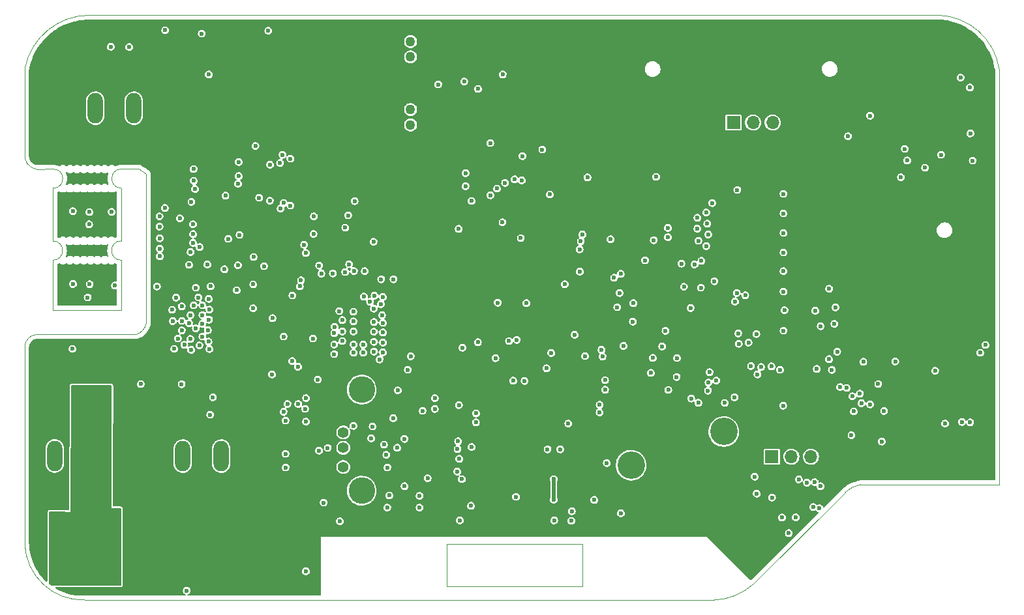
<source format=gbr>
%TF.GenerationSoftware,KiCad,Pcbnew,(6.0.9)*%
%TF.CreationDate,2022-11-23T17:03:00+02:00*%
%TF.ProjectId,Bird_detector_V1,42697264-5f64-4657-9465-63746f725f56,rev?*%
%TF.SameCoordinates,Original*%
%TF.FileFunction,Copper,L2,Inr*%
%TF.FilePolarity,Positive*%
%FSLAX46Y46*%
G04 Gerber Fmt 4.6, Leading zero omitted, Abs format (unit mm)*
G04 Created by KiCad (PCBNEW (6.0.9)) date 2022-11-23 17:03:00*
%MOMM*%
%LPD*%
G01*
G04 APERTURE LIST*
%TA.AperFunction,Profile*%
%ADD10C,0.100000*%
%TD*%
%TA.AperFunction,Profile*%
%ADD11C,0.120000*%
%TD*%
%TA.AperFunction,ComponentPad*%
%ADD12R,1.980000X3.960000*%
%TD*%
%TA.AperFunction,ComponentPad*%
%ADD13O,1.980000X3.960000*%
%TD*%
%TA.AperFunction,ComponentPad*%
%ADD14C,3.600000*%
%TD*%
%TA.AperFunction,ComponentPad*%
%ADD15C,2.500000*%
%TD*%
%TA.AperFunction,ComponentPad*%
%ADD16R,3.000000X5.000000*%
%TD*%
%TA.AperFunction,ComponentPad*%
%ADD17O,3.000000X5.000000*%
%TD*%
%TA.AperFunction,ComponentPad*%
%ADD18R,1.700000X1.700000*%
%TD*%
%TA.AperFunction,ComponentPad*%
%ADD19O,1.700000X1.700000*%
%TD*%
%TA.AperFunction,ComponentPad*%
%ADD20R,1.275000X1.275000*%
%TD*%
%TA.AperFunction,ComponentPad*%
%ADD21C,1.275000*%
%TD*%
%TA.AperFunction,ComponentPad*%
%ADD22C,1.400000*%
%TD*%
%TA.AperFunction,ComponentPad*%
%ADD23C,3.450000*%
%TD*%
%TA.AperFunction,ComponentPad*%
%ADD24C,0.500000*%
%TD*%
%TA.AperFunction,ComponentPad*%
%ADD25C,3.000000*%
%TD*%
%TA.AperFunction,ComponentPad*%
%ADD26R,2.500000X2.500000*%
%TD*%
%TA.AperFunction,ComponentPad*%
%ADD27C,3.570000*%
%TD*%
%TA.AperFunction,ViaPad*%
%ADD28C,0.600000*%
%TD*%
%TA.AperFunction,Conductor*%
%ADD29C,0.500000*%
%TD*%
G04 APERTURE END LIST*
D10*
X186000000Y-136000000D02*
X198000000Y-124000000D01*
X91500000Y-69000000D02*
X91500000Y-80000000D01*
X95151800Y-91338400D02*
X95177200Y-84491200D01*
X146253200Y-130683000D02*
X163855400Y-130683000D01*
X163855400Y-130683000D02*
X163855400Y-136220200D01*
X163855400Y-136220200D02*
X146253200Y-136220200D01*
X146253200Y-136220200D02*
X146253200Y-130683000D01*
X107289600Y-82600800D02*
X107289600Y-102000000D01*
X104021800Y-91333000D02*
X104047200Y-84485800D01*
X91500000Y-80000000D02*
G75*
G03*
X93000000Y-82000000I1750000J-250000D01*
G01*
X100000000Y-61999995D02*
G75*
G03*
X91500000Y-69000000I-78860J-8564955D01*
G01*
X95168400Y-100333800D02*
X104038400Y-100333800D01*
X91500000Y-130750000D02*
G75*
G03*
X99250000Y-138000000I7563800J318200D01*
G01*
X95151800Y-93838400D02*
X95168400Y-100333800D01*
X200000005Y-123000022D02*
G75*
G03*
X198000000Y-124000000I865995J-4232078D01*
G01*
X218000000Y-123000000D02*
X218000000Y-69000000D01*
X93000000Y-103500000D02*
X106000000Y-103500000D01*
X106324400Y-81985800D02*
X107289600Y-82600800D01*
X181000000Y-138000013D02*
G75*
G03*
X186000000Y-136000000I-247500J7868713D01*
G01*
X104047200Y-81985800D02*
X106324400Y-81985800D01*
X99250000Y-138000000D02*
X181000000Y-138000000D01*
X104021800Y-93833000D02*
X104038400Y-100333800D01*
X91500000Y-130750000D02*
X91500000Y-105000000D01*
X105999998Y-103499995D02*
G75*
G03*
X107289600Y-102000000I-654198J1866795D01*
G01*
X93000000Y-82000000D02*
X95177200Y-81991200D01*
X218000000Y-123000000D02*
X200000000Y-123000000D01*
X218000023Y-68999996D02*
G75*
G03*
X210000000Y-62000000I-8171123J-1267004D01*
G01*
X210000000Y-62000000D02*
X100000000Y-62000000D01*
X93000000Y-103500000D02*
G75*
G03*
X91500000Y-105000000I143800J-1643800D01*
G01*
D11*
%TO.C,FID11*%
X95151800Y-93838400D02*
G75*
G03*
X95151800Y-91338400I0J1250000D01*
G01*
X104021800Y-91333000D02*
G75*
G03*
X104021800Y-93833000I0J-1250000D01*
G01*
%TO.C,FID12*%
X104047200Y-81985800D02*
G75*
G03*
X104047200Y-84485800I0J-1250000D01*
G01*
X95177200Y-84491200D02*
G75*
G03*
X95177200Y-81991200I0J1250000D01*
G01*
%TD*%
D12*
%TO.N,GND*%
%TO.C,J7*%
X95656400Y-74091800D03*
D13*
%TO.N,/MCU+WIFI+BT/CAN_L*%
X100656400Y-74091800D03*
%TO.N,/MCU+WIFI+BT/CAN_H*%
X105656400Y-74091800D03*
%TD*%
D14*
%TO.N,GND*%
%TO.C,H3*%
X210000000Y-100000000D03*
%TD*%
%TO.N,GND*%
%TO.C,H5*%
X125000000Y-70000000D03*
%TD*%
D15*
%TO.N,GND*%
%TO.C,J4*%
X193460000Y-66460000D03*
X198540000Y-66460000D03*
X198540000Y-71540000D03*
X193460000Y-71540000D03*
%TD*%
D16*
%TO.N,GND*%
%TO.C,J14*%
X105410000Y-119278400D03*
D17*
%TO.N,+BATT*%
X100410000Y-119278400D03*
D13*
%TO.N,/Power Management +BMS/Heater_Input*%
X95410000Y-119278400D03*
%TD*%
D15*
%TO.N,GND*%
%TO.C,J5*%
X210896200Y-86349298D03*
X214488302Y-89941400D03*
X210896200Y-93533502D03*
X207304098Y-89941400D03*
%TD*%
%TO.N,GND*%
%TO.C,J2*%
X175540000Y-66460000D03*
X170460000Y-66460000D03*
X175540000Y-71540000D03*
X170460000Y-71540000D03*
%TD*%
D14*
%TO.N,GND*%
%TO.C,H1*%
X125000000Y-130000000D03*
%TD*%
D18*
%TO.N,+3V8*%
%TO.C,JP1*%
X183504600Y-75946000D03*
D19*
%TO.N,/GSM+GPS/LED_PWR*%
X186044600Y-75946000D03*
%TO.N,unconnected-(JP1-Pad3)*%
X188584600Y-75946000D03*
%TD*%
D20*
%TO.N,GND*%
%TO.C,J9*%
X141579600Y-69418200D03*
D21*
%TO.N,/Audio capture/Shield2*%
X141579600Y-67418200D03*
%TO.N,/Audio capture/RAW_AUDIO_P*%
X141579600Y-65418200D03*
%TD*%
D22*
%TO.N,VBUS*%
%TO.C,J13*%
X132838500Y-120721000D03*
%TO.N,D-*%
X132838500Y-118221000D03*
%TO.N,D+*%
X132838500Y-116221000D03*
%TO.N,GND*%
X132838500Y-113721000D03*
D23*
%TO.N,N/C*%
X135238500Y-123791000D03*
X135238500Y-110651000D03*
%TD*%
D14*
%TO.N,GND*%
%TO.C,H4*%
X185000000Y-70000000D03*
%TD*%
D16*
%TO.N,GND*%
%TO.C,J11*%
X121996200Y-119303800D03*
D13*
%TO.N,/Power Management +BMS/raw_solar*%
X116996200Y-119303800D03*
%TO.N,unconnected-(J11-Pad3)*%
X111996200Y-119303800D03*
%TD*%
D24*
%TO.N,GND*%
%TO.C,U8*%
X155498800Y-85716300D03*
X154523800Y-85716300D03*
X156473800Y-86691300D03*
X155498800Y-87666300D03*
X154523800Y-87666300D03*
X156473800Y-87666300D03*
X154523800Y-86691300D03*
X155498800Y-86691300D03*
X156473800Y-85716300D03*
%TD*%
D14*
%TO.N,GND*%
%TO.C,H2*%
X185000000Y-130000000D03*
%TD*%
D20*
%TO.N,GND*%
%TO.C,J8*%
X141579600Y-78257400D03*
D21*
%TO.N,/Audio capture/Shield1*%
X141579600Y-76257400D03*
%TO.N,/Audio capture/RAW_AUDIO_L*%
X141579600Y-74257400D03*
%TD*%
D18*
%TO.N,/GSM+GPS/5V-in2*%
%TO.C,J3*%
X188468000Y-119380000D03*
D19*
%TO.N,D2-*%
X191008000Y-119380000D03*
%TO.N,D2+*%
X193548000Y-119380000D03*
%TO.N,GND*%
X196088000Y-119380000D03*
%TD*%
D25*
%TO.N,+BATT*%
%TO.C,C82*%
X98137200Y-132791200D03*
D26*
%TO.N,GND*%
X116137200Y-132791200D03*
%TD*%
D27*
%TO.N,/Other data+storage/Shield3*%
%TO.C,J6*%
X170216399Y-120488028D03*
X182244465Y-116110171D03*
%TD*%
D28*
%TO.N,GND*%
X115493800Y-84302600D03*
X122097800Y-82854800D03*
X188645800Y-127254000D03*
X193268600Y-127228600D03*
X190754000Y-121869200D03*
%TO.N,/MCU+WIFI+BT/GPIO_17*%
X189788800Y-127279400D03*
%TO.N,/MCU+WIFI+BT/GPIO_15*%
X191592200Y-127254000D03*
%TO.N,/MCU+WIFI+BT/GPIO_06*%
X188493400Y-124688600D03*
%TO.N,/MCU+WIFI+BT/GPIO_16*%
X194665600Y-126085600D03*
%TO.N,/MCU+WIFI+BT/GPIO_07*%
X186512200Y-124180600D03*
%TO.N,+3V3*%
X190677800Y-129311400D03*
%TO.N,IN_SYSTEM-*%
X129540000Y-109347000D03*
X133096000Y-95377000D03*
X134239000Y-95250000D03*
X133604000Y-94361000D03*
X129032000Y-88138000D03*
%TO.N,IN_SYSTEM+*%
X125984000Y-86741000D03*
X133477000Y-88011000D03*
X119278400Y-81076800D03*
X124714000Y-87122000D03*
X125120400Y-86398300D03*
%TO.N,IN_SOLAR-*%
X126967732Y-107686232D03*
X127986572Y-92895349D03*
X128016000Y-114808000D03*
X125095000Y-113538000D03*
X125603000Y-112522000D03*
X115620800Y-97231200D03*
X106553000Y-109938500D03*
X125349000Y-114681000D03*
X127000000Y-112522000D03*
X127889000Y-113157000D03*
X128016000Y-111760000D03*
%TO.N,+3V3*%
X181025800Y-96570800D03*
X134315200Y-86156800D03*
X163550600Y-95326200D03*
X160223200Y-127660400D03*
X133096000Y-89611200D03*
X124645117Y-81197340D03*
X195910200Y-106705400D03*
X209677000Y-108204000D03*
X162458400Y-127711200D03*
X186461400Y-103428800D03*
X199123494Y-113487200D03*
X124968000Y-80137000D03*
X160172400Y-122293700D03*
X159232600Y-107873800D03*
X173024800Y-106527600D03*
X174243322Y-105055078D03*
X177063400Y-97282000D03*
X182377500Y-112388800D03*
X194818000Y-102412800D03*
X162890200Y-103530400D03*
X141605000Y-106324400D03*
X200119817Y-112427183D03*
X168894543Y-126730544D03*
X200355200Y-107035600D03*
X160172400Y-124968000D03*
X125984000Y-80645000D03*
%TO.N,/GSM+GPS/SDA_INT*%
X196956512Y-105740200D03*
%TO.N,/GSM+GPS/SCL_INT*%
X197344300Y-110319900D03*
%TO.N,/GSM+GPS/STAT_INT*%
X193852800Y-125907800D03*
X216204800Y-104851200D03*
X208362016Y-81824675D03*
%TO.N,/GSM+GPS/5V-DIY*%
X185775600Y-107594400D03*
%TO.N,/GSM+GPS/RI*%
X166827200Y-110667800D03*
X169226500Y-104978200D03*
X166827200Y-109423200D03*
X167995600Y-96113600D03*
%TO.N,/GSM+GPS/DCD*%
X168706122Y-98095478D03*
X172770800Y-108483400D03*
X162052000Y-115062000D03*
%TO.N,D-*%
X136474200Y-116992400D03*
%TO.N,D+*%
X136653502Y-115443000D03*
%TO.N,+1V8*%
X202742800Y-117398800D03*
X203047600Y-113436400D03*
%TO.N,/GSM+GPS/RESET*%
X175031400Y-110693200D03*
X168402000Y-99949000D03*
%TO.N,D2+*%
X188429800Y-107633502D03*
X187083800Y-107721400D03*
%TO.N,+3V8*%
X163880800Y-90500200D03*
X163525200Y-92430600D03*
X170510200Y-99415600D03*
X174994800Y-90844600D03*
X163677600Y-91389200D03*
X121437400Y-78994000D03*
X174994800Y-89647800D03*
X198932800Y-111506000D03*
X113131600Y-86258400D03*
X173151800Y-91236800D03*
X113411000Y-81994500D03*
X183997600Y-84709000D03*
%TO.N,IN_SOLAR+*%
X127762000Y-91821000D03*
X126225268Y-106943768D03*
%TO.N,IN_USB_+*%
X131495122Y-95554122D03*
X129717800Y-94538800D03*
X125349000Y-120777000D03*
X130827000Y-118237000D03*
%TO.N,IN_USB_-*%
X109016800Y-92354400D03*
X115925600Y-111658400D03*
X132334000Y-100457000D03*
X123596400Y-108686600D03*
X108991400Y-88138000D03*
X108991400Y-89484200D03*
X129692400Y-118592600D03*
X115570000Y-113919000D03*
X113361305Y-90448173D03*
X109042200Y-93319600D03*
X113334800Y-89154000D03*
X113360200Y-91592400D03*
X109677200Y-87045800D03*
X129997200Y-95580200D03*
X113030000Y-92786200D03*
X114199628Y-92131566D03*
X111633000Y-88392000D03*
X109016800Y-90982800D03*
X125349000Y-118999000D03*
X135636000Y-95250000D03*
X126238000Y-98425000D03*
%TO.N,VBUS*%
X134162800Y-115366800D03*
%TO.N,+3.3VA*%
X156108400Y-80314800D03*
X151942800Y-85394800D03*
X147828000Y-89763600D03*
%TO.N,/GSM+GPS/DTR*%
X156376100Y-109524800D03*
X155371800Y-104190800D03*
X149504400Y-118110000D03*
%TO.N,Net-(D8-Pad1)*%
X142748000Y-125984000D03*
%TO.N,Net-(D9-Pad1)*%
X138557000Y-125984000D03*
%TO.N,+BATT*%
X98069400Y-112903000D03*
X98044000Y-110693200D03*
X99542600Y-113944400D03*
X99542600Y-112903000D03*
X125095000Y-103759000D03*
X102158800Y-111785400D03*
X98069400Y-113944400D03*
X98044000Y-111785400D03*
X102184200Y-113944400D03*
X102158800Y-110693200D03*
X99517200Y-111785400D03*
X99517200Y-110693200D03*
X102184200Y-112903000D03*
%TO.N,Net-(JP4-Pad2)*%
X156006800Y-83464400D03*
%TO.N,/MCU+WIFI+BT/EN*%
X137541000Y-106730800D03*
X139928600Y-110744000D03*
X162509200Y-126466600D03*
X121920000Y-85725500D03*
X128981200Y-90424000D03*
%TO.N,/MCU+WIFI+BT/GPIO_04*%
X165430200Y-124993400D03*
X204495400Y-107010200D03*
%TO.N,/MCU+WIFI+BT/GPIO_05*%
X214223600Y-114909600D03*
%TO.N,/MCU+WIFI+BT/GPIO_06*%
X213156800Y-114858800D03*
%TO.N,/MCU+WIFI+BT/GPIO_07*%
X210972400Y-115062000D03*
%TO.N,/MCU+WIFI+BT/GPIO_15*%
X194792600Y-123215400D03*
%TO.N,/MCU+WIFI+BT/GPIO_16*%
X194056000Y-122682000D03*
%TO.N,/MCU+WIFI+BT/GPIO_17*%
X193040000Y-122758200D03*
%TO.N,/MCU+WIFI+BT/GPIO_46*%
X147853400Y-112674400D03*
X127990600Y-134264400D03*
X112522000Y-136779000D03*
X138125200Y-117805200D03*
%TO.N,/GSM+GPS/LED_PWR*%
X205740000Y-79375000D03*
%TO.N,/MCU+WIFI+BT/GPIO_38*%
X152603200Y-106578400D03*
X147751800Y-117373400D03*
%TO.N,/MCU+WIFI+BT/GPIO_39*%
X154355800Y-104343200D03*
X176733200Y-94284800D03*
X154902900Y-109499400D03*
X161594800Y-96951800D03*
X147675600Y-118389400D03*
%TO.N,/MCU+WIFI+BT/GPIO_40*%
X147904200Y-119659400D03*
%TO.N,/MCU+WIFI+BT/GPIO_41*%
X114477800Y-64389000D03*
X147650200Y-121310400D03*
%TO.N,/MCU+WIFI+BT/GPIO_42*%
X115392200Y-69697600D03*
X148234400Y-122293700D03*
%TO.N,/MCU+WIFI+BT/GPIO_02*%
X132410200Y-127762000D03*
X97688400Y-105359200D03*
%TO.N,/MCU+WIFI+BT/GPIO_01*%
X147980400Y-127660400D03*
%TO.N,Net-(F2-Pad1)*%
X130302000Y-125349000D03*
%TO.N,Net-(Q5-Pad3)*%
X214553800Y-80899000D03*
X201235000Y-75066200D03*
%TO.N,/MCU+WIFI+BT/CAN_H*%
X105054400Y-66129900D03*
%TO.N,/MCU+WIFI+BT/CAN_L*%
X102666800Y-66090800D03*
%TO.N,/MCU+WIFI+BT/SPLIT*%
X109728000Y-63957200D03*
%TO.N,1V8A*%
X148717000Y-82524600D03*
X149504400Y-86142700D03*
X148717000Y-84226400D03*
X150342600Y-71577200D03*
%TO.N,/Audio capture/12MHz*%
X153517600Y-88900000D03*
%TO.N,/GSM+GPS/NETLIGHT*%
X206044800Y-80873600D03*
%TO.N,/GSM+GPS/RF_SYNC*%
X198196200Y-110439200D03*
X123113800Y-64008000D03*
X119190984Y-83901272D03*
X198374000Y-77724000D03*
X194132200Y-100406200D03*
X196596000Y-102108000D03*
%TO.N,Net-(Q4-Pad2)*%
X155270200Y-124587000D03*
X189941200Y-112750600D03*
%TO.N,/GSM+GPS/IPPS*%
X196726718Y-99959270D03*
X205232000Y-83058000D03*
X195921500Y-97538851D03*
%TO.N,/GSM+GPS/PRWKEY*%
X185445400Y-104546400D03*
%TO.N,Net-(D15-Pad1)*%
X121158000Y-96977200D03*
%TO.N,/GSM+GPS/STAT*%
X180390800Y-108381800D03*
X186607272Y-108681428D03*
%TO.N,/GSM+GPS/SIM_CLK*%
X201235297Y-112572800D03*
X202285600Y-109931200D03*
%TO.N,/GSM+GPS/SIM_RST*%
X196272996Y-108085755D03*
X199909700Y-111175800D03*
X198813745Y-116582748D03*
%TO.N,/MCU+WIFI+BT/VIO*%
X142748000Y-124460000D03*
X140792099Y-117064294D03*
%TO.N,/MCU+WIFI+BT/TXT*%
X140804700Y-123219030D03*
%TO.N,/MCU+WIFI+BT/RXT*%
X138828700Y-124409200D03*
%TO.N,Net-(D16-Pad1)*%
X122555000Y-94615000D03*
%TO.N,/MCU+WIFI+BT/~{RTS}*%
X139344400Y-114376200D03*
X143803100Y-122174000D03*
%TO.N,Net-(C6-Pad1)*%
X159664400Y-85293200D03*
%TO.N,/MCU+WIFI+BT/~{DTR}*%
X144729200Y-111760000D03*
X144729200Y-113179900D03*
%TO.N,Net-(C11-Pad1)*%
X174675800Y-103022400D03*
X172008800Y-93853000D03*
%TO.N,/MCU+WIFI+BT/VDD_CP*%
X139852400Y-118211600D03*
%TO.N,Net-(Q1-Pad2)*%
X215544400Y-105867200D03*
X214198200Y-71399400D03*
X191973200Y-122326400D03*
X186258200Y-121970800D03*
X161010600Y-118414800D03*
X167055800Y-120192800D03*
X159359600Y-118414800D03*
%TO.N,Net-(Q3-Pad3)*%
X210439000Y-80137000D03*
%TO.N,/MCU+WIFI+BT/BASE2*%
X141224000Y-108077000D03*
X143129000Y-113411000D03*
%TO.N,Net-(Q9-Pad4)*%
X115219058Y-94396830D03*
%TO.N,/MCU+WIFI+BT/~{RST_CP}*%
X138557000Y-120777000D03*
%TO.N,/MCU+WIFI+BT/VBUS_DETECT_CP*%
X138430000Y-119126000D03*
%TO.N,Net-(Q9-Pad2)*%
X117906800Y-91059000D03*
%TO.N,GND*%
X150707031Y-118084413D03*
X205613000Y-63703200D03*
X133324600Y-106934000D03*
X211734400Y-66624200D03*
X109339260Y-117485213D03*
X165989000Y-79883000D03*
X201523600Y-84988400D03*
X171907200Y-113207800D03*
X110261400Y-82931000D03*
X172542200Y-72161400D03*
X113563400Y-66827400D03*
X180331650Y-93817821D03*
X198221600Y-104622600D03*
X161772600Y-75666600D03*
X156768800Y-95758000D03*
X128117600Y-74676000D03*
X159689800Y-76657200D03*
X191135000Y-73228200D03*
X196240400Y-80213200D03*
X142824200Y-93370400D03*
X121920000Y-76606400D03*
X138684000Y-122631200D03*
X110566200Y-107797600D03*
X177850800Y-127914400D03*
X113792000Y-71374000D03*
X163322000Y-75717400D03*
X213233000Y-68148200D03*
X92506800Y-127939800D03*
X172821600Y-73025000D03*
X199085200Y-63677800D03*
X161544000Y-119761000D03*
X204241400Y-92176600D03*
X128244600Y-64719200D03*
X202412600Y-63754000D03*
X155168600Y-113842800D03*
X142468600Y-119202200D03*
X163322000Y-74218800D03*
X92506800Y-126619000D03*
X133223000Y-84810600D03*
X178308000Y-75133200D03*
X194030600Y-123596400D03*
X143560800Y-75463400D03*
X215036400Y-95656400D03*
X160299400Y-69672200D03*
X179349400Y-73761600D03*
X195376800Y-73482200D03*
X170586400Y-75311000D03*
X95464438Y-64269468D03*
X148513800Y-96012000D03*
X94234000Y-66979800D03*
X133807200Y-128828800D03*
X185064400Y-114096800D03*
X156362400Y-71297800D03*
X182930800Y-65024000D03*
X205841600Y-118795800D03*
X139725400Y-82600800D03*
X160528000Y-66065400D03*
X201853800Y-89433400D03*
X121589800Y-131648200D03*
X120065800Y-127076200D03*
X161239200Y-113436400D03*
X182600600Y-66344800D03*
X200380600Y-105283000D03*
X144348200Y-85344000D03*
X110820200Y-128295400D03*
X209245200Y-122021600D03*
X142824200Y-82626200D03*
X144348200Y-94691200D03*
X157861000Y-74168000D03*
X162763200Y-98475800D03*
X195376800Y-71501000D03*
X166878000Y-82397600D03*
X166471600Y-69799200D03*
X117017800Y-128422400D03*
X145948400Y-63754000D03*
X203936600Y-68376800D03*
X126720600Y-64719200D03*
X203895000Y-75193200D03*
X204241400Y-81813400D03*
X117856000Y-103124000D03*
X124333000Y-83058000D03*
X155397200Y-116001800D03*
X193522600Y-80137000D03*
X95732600Y-69951600D03*
X95732600Y-68630800D03*
X147243800Y-96012000D03*
X200863200Y-65024000D03*
X170180000Y-116357400D03*
X119634000Y-79933800D03*
X215950800Y-109626400D03*
X106273600Y-129819400D03*
X107797600Y-134162800D03*
X142798800Y-88112600D03*
X130606800Y-126796800D03*
X128320800Y-126695200D03*
X198628000Y-118313200D03*
X93751400Y-77673200D03*
X194843400Y-115265200D03*
X205841600Y-94996000D03*
X212852000Y-121285000D03*
X176657000Y-117449600D03*
X135636000Y-73304400D03*
X213766400Y-114198400D03*
X196646800Y-73482200D03*
X201168000Y-77825600D03*
X171881800Y-76225400D03*
X106273600Y-131343400D03*
X123901200Y-64719200D03*
X94157800Y-115824000D03*
X121412000Y-81407000D03*
X211582000Y-118059200D03*
X197535800Y-102412800D03*
X93146069Y-66869060D03*
X120929400Y-64541400D03*
X155041600Y-125933200D03*
X103022400Y-71551800D03*
X179984400Y-78587600D03*
X146913600Y-98907600D03*
X114401600Y-123393200D03*
X189382400Y-117170200D03*
X113893600Y-128346200D03*
X92583000Y-68681600D03*
X180898800Y-70993000D03*
X157556200Y-106959400D03*
X131089400Y-70510400D03*
X216916000Y-99949000D03*
X135534400Y-82448400D03*
X121107200Y-70891400D03*
X164871400Y-72771000D03*
X152654000Y-120827800D03*
X131140200Y-73355200D03*
X196011800Y-78460600D03*
X142824200Y-83947000D03*
X205105000Y-74345800D03*
X134239000Y-68910200D03*
X173532800Y-93573600D03*
X137744200Y-97663000D03*
X176022000Y-85725000D03*
X166065200Y-111760000D03*
X116332000Y-104140000D03*
X158267400Y-127762000D03*
X118516400Y-134467600D03*
X149289000Y-71447900D03*
X142798800Y-90881200D03*
X98298000Y-77597000D03*
X123418600Y-76555600D03*
X118262400Y-62849500D03*
X141274800Y-90881200D03*
X199923400Y-74218800D03*
X205613000Y-66573400D03*
X175768000Y-68935600D03*
X216154000Y-122047000D03*
X163296600Y-78486000D03*
X154000200Y-120802400D03*
X95758000Y-66979800D03*
X92303600Y-113944400D03*
X93751400Y-71856600D03*
X200634600Y-91059000D03*
X92430600Y-78435200D03*
X119583200Y-70891400D03*
X190652400Y-68605400D03*
X192379600Y-63703200D03*
X161721800Y-117221000D03*
X109347000Y-132715000D03*
X210439000Y-78359000D03*
X116586000Y-103124000D03*
X176682400Y-126746000D03*
X180873400Y-73761600D03*
X104648000Y-69900800D03*
X202565000Y-74447400D03*
X150012400Y-128219200D03*
X143459200Y-66573400D03*
X105308400Y-135280400D03*
X111150400Y-73964800D03*
X204673200Y-116636800D03*
X143586200Y-63627000D03*
X163347400Y-71450200D03*
X119583200Y-69570600D03*
X197993000Y-103200200D03*
X131597400Y-128778000D03*
X158732330Y-87280253D03*
X142824200Y-86664800D03*
X165785800Y-86309200D03*
X170180000Y-79883000D03*
X96748600Y-116103400D03*
X189077600Y-121412000D03*
X111302800Y-71247000D03*
X92331346Y-123884233D03*
X214985600Y-103809800D03*
X94183200Y-107238800D03*
X175310800Y-116052600D03*
X129565400Y-66065400D03*
X149834600Y-80619600D03*
X174421800Y-63652400D03*
X141579600Y-102311200D03*
X208965800Y-91821000D03*
X157302200Y-120548400D03*
X118313200Y-75158600D03*
X139750800Y-85293200D03*
X140397539Y-107147713D03*
X115316000Y-71374000D03*
X180543200Y-79171800D03*
X108000800Y-71450200D03*
X216738200Y-82905600D03*
X179374800Y-72313800D03*
X117373400Y-73964800D03*
X197789800Y-113995200D03*
X98323400Y-74599800D03*
X118491000Y-92075000D03*
X201168000Y-80441800D03*
X113817400Y-68834000D03*
X201803000Y-101625400D03*
X203936600Y-65074800D03*
X121818400Y-80238600D03*
X99822000Y-78917800D03*
X125526800Y-63322200D03*
X151257000Y-75692000D03*
X158623000Y-113868200D03*
X209397600Y-112471200D03*
X202488800Y-73202800D03*
X167538400Y-72644000D03*
X213233000Y-111048800D03*
X203936600Y-63754000D03*
X150037800Y-96012000D03*
X92430600Y-71856600D03*
X92710000Y-106451400D03*
X175158400Y-75641200D03*
X206502000Y-105283000D03*
X144322800Y-83921600D03*
X119735600Y-68275200D03*
X210261200Y-104470200D03*
X200583800Y-89484200D03*
X213029800Y-87782400D03*
X209448400Y-117652800D03*
X160553400Y-63779400D03*
X179730400Y-66471800D03*
X161798000Y-74269600D03*
X123240800Y-77647800D03*
X134035800Y-79883000D03*
X187477400Y-65024000D03*
X155829000Y-121945400D03*
X208686400Y-103860600D03*
X134848600Y-107086400D03*
X173456600Y-114579400D03*
X97818875Y-63143539D03*
X189026800Y-63754000D03*
X123764920Y-93491502D03*
X190525400Y-66522600D03*
X109626400Y-110669500D03*
X199694800Y-81711800D03*
X204800200Y-90957400D03*
X97053400Y-136931400D03*
X103124000Y-76250800D03*
X142976600Y-71678800D03*
X211759800Y-63855600D03*
X152679400Y-119176800D03*
X205232000Y-114046000D03*
X131114800Y-68910200D03*
X205587600Y-69748400D03*
X94157800Y-111023400D03*
X141274800Y-86614000D03*
X115849400Y-73964800D03*
X145719800Y-94691200D03*
X175590200Y-74320400D03*
X194945000Y-104902000D03*
X109321600Y-129768600D03*
X206806800Y-95504000D03*
X163423600Y-68300600D03*
X190550800Y-63754000D03*
X98780600Y-68656200D03*
X179476400Y-113538000D03*
X110134400Y-77012800D03*
X115112800Y-66471800D03*
X164846000Y-74218800D03*
X168884600Y-116154200D03*
X149580600Y-65735200D03*
X182546012Y-100486188D03*
X138201400Y-83921600D03*
X159004000Y-72898000D03*
X199009000Y-85115400D03*
X158445200Y-117500400D03*
X132613400Y-70662800D03*
X173456600Y-113258600D03*
X179451000Y-68757800D03*
X144348200Y-86664800D03*
X158089600Y-124790200D03*
X92386840Y-120859834D03*
X101498400Y-78917800D03*
X197612000Y-80238600D03*
X158775400Y-66852800D03*
X193675000Y-117424200D03*
X190601600Y-117627400D03*
X172085000Y-88646000D03*
X157226000Y-93091000D03*
X202412600Y-68376800D03*
X149453600Y-105118900D03*
X208661000Y-93726000D03*
X104698800Y-131165600D03*
X160477200Y-71069200D03*
X201904600Y-97282000D03*
X106273600Y-134213600D03*
X126720600Y-66040000D03*
X93624400Y-104851200D03*
X195402200Y-72567800D03*
X148996400Y-115976400D03*
X103124000Y-69900800D03*
X166979600Y-74701400D03*
X181025800Y-128371600D03*
X148463000Y-64566800D03*
X211683600Y-103708200D03*
X92359093Y-118362623D03*
X132715000Y-66040000D03*
X216433400Y-67437000D03*
X136372600Y-107086400D03*
X149148800Y-124612400D03*
X125095000Y-77774800D03*
X114655600Y-70281800D03*
X122275600Y-63449200D03*
X157937200Y-125958600D03*
X172847000Y-101092000D03*
X118567200Y-86258400D03*
X182451221Y-107716388D03*
X138480800Y-113309400D03*
X132664200Y-73355200D03*
X108280200Y-70078600D03*
X92303600Y-111760000D03*
X149148800Y-63474600D03*
X205206600Y-99999800D03*
X177825400Y-72263000D03*
X166497000Y-68351400D03*
X134112000Y-73304400D03*
X131191000Y-63347600D03*
X109347000Y-131394200D03*
X215138000Y-110744000D03*
X205562200Y-92227400D03*
X116992400Y-129870200D03*
X99949000Y-67564000D03*
X203225400Y-115925600D03*
X195226600Y-117396600D03*
X118516400Y-129870200D03*
X99136200Y-69900800D03*
X167970200Y-66014600D03*
X126238000Y-89103200D03*
X97053400Y-64211200D03*
X171907200Y-114528600D03*
X156743400Y-127812800D03*
X159232600Y-125501400D03*
X107696000Y-136906000D03*
X122097800Y-133197600D03*
X192252600Y-78333600D03*
X163423600Y-63931800D03*
X193116200Y-121539000D03*
X96587921Y-113727945D03*
X144576800Y-81330800D03*
X179755800Y-80264000D03*
X104724200Y-128270000D03*
X207010000Y-82245200D03*
X148437600Y-98907600D03*
X98298000Y-78917800D03*
X213360000Y-82169000D03*
X205587600Y-68427600D03*
X95326200Y-106172000D03*
X145872200Y-92151200D03*
X166446200Y-71374000D03*
X207441800Y-94919800D03*
X177825400Y-73812400D03*
X113969800Y-132765800D03*
X150368000Y-64262000D03*
X214985600Y-98704400D03*
X120040400Y-134416800D03*
X178054000Y-82169000D03*
X115468400Y-128371600D03*
X204241400Y-80492600D03*
X214401400Y-84836000D03*
X131445000Y-92583000D03*
X213283800Y-63855600D03*
X112852200Y-73964800D03*
X164973000Y-63982600D03*
X166497000Y-63982600D03*
X167411400Y-119075200D03*
X96774000Y-78994000D03*
X196646800Y-71501000D03*
X200863200Y-71196200D03*
X106832400Y-115366800D03*
X178206400Y-63652400D03*
X178358800Y-80518000D03*
X106248200Y-77597000D03*
X186004200Y-63754000D03*
X158546800Y-64058800D03*
X207137000Y-69799200D03*
X113893600Y-127025400D03*
X161645600Y-103987600D03*
X213893400Y-93903800D03*
X217068400Y-102870000D03*
X212496400Y-106121200D03*
X204520800Y-98729800D03*
X211759800Y-65176400D03*
X104648000Y-136855200D03*
X108813600Y-62849500D03*
X213080600Y-119684800D03*
X92710000Y-107772200D03*
X185648600Y-78511400D03*
X182676800Y-126593600D03*
X152298400Y-65786000D03*
X158775400Y-65557400D03*
X92583000Y-70002400D03*
X157607000Y-104571800D03*
X109804200Y-68757800D03*
X122402600Y-66116200D03*
X140893800Y-98704400D03*
X98907600Y-65608200D03*
X142417800Y-98704400D03*
X210489800Y-95834200D03*
X116738400Y-87325200D03*
X198382793Y-112684549D03*
X95758000Y-65659000D03*
X163347400Y-72771000D03*
X216763600Y-73609200D03*
X132080000Y-91821000D03*
X164973000Y-68351400D03*
X122005112Y-83905112D03*
X209550000Y-91211400D03*
X153441400Y-89789000D03*
X115468400Y-129921000D03*
X141839026Y-63546650D03*
X174980600Y-114579400D03*
X154686000Y-70916800D03*
X162839400Y-79705200D03*
X181254400Y-77901800D03*
X202387200Y-66522600D03*
X197866000Y-97282000D03*
X115179723Y-92490677D03*
X100406200Y-62865000D03*
X135636000Y-74625200D03*
X137769600Y-94996000D03*
X146024600Y-78714600D03*
X152420127Y-90782384D03*
X216179400Y-120650000D03*
X215011000Y-97053400D03*
X139750800Y-88163400D03*
X98882200Y-64185800D03*
X98399600Y-73075800D03*
X204080165Y-103807774D03*
X95250000Y-77673200D03*
X161772600Y-76987400D03*
X106299000Y-136880600D03*
X167665400Y-114579400D03*
X102285800Y-62915800D03*
X176428400Y-114604800D03*
X215696800Y-92811600D03*
X169291000Y-112268000D03*
X189026800Y-65074800D03*
X146100800Y-80010000D03*
X126619000Y-77749400D03*
X136398000Y-72923400D03*
X189001400Y-68580000D03*
X181051200Y-126974600D03*
X103073200Y-136906000D03*
X201701400Y-107264200D03*
X196367400Y-84658200D03*
X171450000Y-63576200D03*
X174371000Y-84175600D03*
X158877000Y-105841800D03*
X179197000Y-79552800D03*
X200863200Y-63703200D03*
X121970800Y-77647800D03*
X112014000Y-75057000D03*
X141274800Y-89484200D03*
X146050000Y-70866000D03*
X100507800Y-69926200D03*
X100539702Y-107217940D03*
X119837200Y-75158600D03*
X127635000Y-101473000D03*
X205892400Y-117551200D03*
X126212600Y-90855800D03*
X199440800Y-104368600D03*
X207111600Y-71247000D03*
X119303800Y-87299800D03*
X120065800Y-132969000D03*
X177927000Y-78333600D03*
X215036400Y-100279200D03*
X125095000Y-76454000D03*
X175463200Y-127736600D03*
X110896400Y-134264400D03*
X116205000Y-83566000D03*
X118211600Y-68275200D03*
X123367800Y-75590400D03*
X206552800Y-87452200D03*
X166471600Y-65430400D03*
X216712800Y-84353400D03*
X179400200Y-109118400D03*
X182803800Y-83667600D03*
X169799000Y-63550800D03*
X97383600Y-65608200D03*
X207137000Y-68478400D03*
X216433400Y-68757800D03*
X200634600Y-92989400D03*
X113969800Y-131445000D03*
X144322800Y-82600800D03*
X104673400Y-133934200D03*
X173126400Y-127533400D03*
X181279800Y-63703200D03*
X164846000Y-77038200D03*
X113792000Y-93472000D03*
X213461600Y-102082600D03*
X210210400Y-65125600D03*
X95326200Y-104851200D03*
X132613400Y-71983600D03*
X127965200Y-90805000D03*
X154051000Y-117754400D03*
X197027800Y-88874600D03*
X144322800Y-88112600D03*
X153356715Y-105921727D03*
X132486400Y-76047600D03*
X93751400Y-76225400D03*
X217093800Y-104292400D03*
X138455400Y-81254600D03*
X125476000Y-83439000D03*
X166116000Y-78486000D03*
X98171000Y-109245400D03*
X115468400Y-127050800D03*
X181150949Y-110991500D03*
X113512600Y-63017400D03*
X159740600Y-73685400D03*
X129565400Y-71831200D03*
X146100800Y-81330800D03*
X92430600Y-75666600D03*
X167944800Y-81432400D03*
X191160400Y-71780400D03*
X200152000Y-101219000D03*
X200914000Y-100609400D03*
X196977000Y-94970600D03*
X205054200Y-84150200D03*
X186004200Y-65074800D03*
X115849400Y-72644000D03*
X197307200Y-76758800D03*
X131114800Y-67589400D03*
X211556600Y-109601000D03*
X109982000Y-75209400D03*
X179552600Y-128346200D03*
X153822400Y-122275600D03*
X203428600Y-98044000D03*
X156438600Y-124815600D03*
X158165800Y-76657200D03*
X92481400Y-129387600D03*
X129565400Y-70510400D03*
X141605000Y-81305400D03*
X132664200Y-74676000D03*
X181025800Y-79857600D03*
X195351400Y-74396600D03*
X207162400Y-65074800D03*
X125425200Y-66040000D03*
X131089400Y-64744600D03*
X117983000Y-105410000D03*
X197002400Y-93573600D03*
X129794000Y-80746600D03*
X143560800Y-77266800D03*
X168224200Y-63601600D03*
X214934800Y-65532000D03*
X205816200Y-115214400D03*
X178181000Y-106172000D03*
X200863200Y-68326000D03*
X158775400Y-68173600D03*
X176428400Y-113284000D03*
X174904400Y-73685400D03*
X151663400Y-120878600D03*
X139750800Y-86614000D03*
X197307200Y-75514200D03*
X114376200Y-72644000D03*
X116509800Y-71501000D03*
X179755800Y-65024000D03*
X161848800Y-66903600D03*
X188671200Y-77927200D03*
X166370000Y-76428600D03*
X115070193Y-83444369D03*
X164947600Y-69799200D03*
X125425200Y-64719200D03*
X103174800Y-73507600D03*
X119913400Y-89027000D03*
X162941000Y-106832400D03*
X165244456Y-113085008D03*
X126720600Y-74066400D03*
X211683600Y-112420400D03*
X128346200Y-63322200D03*
X163322000Y-77038200D03*
X205536800Y-73253600D03*
X128524000Y-116713000D03*
X98272600Y-75971400D03*
X144322800Y-89433400D03*
X198780400Y-106273600D03*
X216738200Y-81584800D03*
X201396600Y-94208600D03*
X143967200Y-114274600D03*
X190550800Y-65074800D03*
X95050531Y-124577903D03*
X200736200Y-98755200D03*
X102666800Y-107035600D03*
X215696800Y-107188000D03*
X164820600Y-78486000D03*
X141274800Y-85293200D03*
X115976400Y-79730600D03*
X168859200Y-117602000D03*
X139979400Y-81254600D03*
X201574400Y-92151200D03*
X103022400Y-77597000D03*
X204749400Y-89382600D03*
X158140400Y-78105000D03*
X197053200Y-87477600D03*
X196723000Y-117576600D03*
X92430600Y-79756000D03*
X213690200Y-106934000D03*
X154025600Y-119151400D03*
X211836000Y-68122800D03*
X157251400Y-121945400D03*
X157556200Y-108839000D03*
X187477400Y-63703200D03*
X200279000Y-102997000D03*
X173024800Y-115951000D03*
X202717400Y-92862400D03*
X203301600Y-118541800D03*
X147986162Y-87438172D03*
X161188400Y-106832400D03*
X205333600Y-93624400D03*
X104165400Y-115036600D03*
X139928600Y-71526400D03*
X121208800Y-134696200D03*
X118491000Y-70459600D03*
X164846000Y-75717400D03*
X199694800Y-80391000D03*
X129641600Y-74676000D03*
X170205400Y-91668600D03*
X181279800Y-65024000D03*
X211709000Y-111023400D03*
X121107200Y-69570600D03*
X206959200Y-83896200D03*
X173609000Y-71069200D03*
X134137400Y-70662800D03*
X194589400Y-78435200D03*
X144576800Y-80010000D03*
X173964600Y-74422000D03*
X200863200Y-69646800D03*
X141274800Y-92202000D03*
X170180000Y-78740000D03*
X210210400Y-63804800D03*
X203911200Y-66522600D03*
X166801800Y-125095500D03*
X202717400Y-80492600D03*
X216941400Y-98298000D03*
X107823000Y-132715000D03*
X205613000Y-65024000D03*
X199059800Y-103225600D03*
X203936600Y-69697600D03*
X123901200Y-66040000D03*
X94411800Y-122478800D03*
X106248200Y-78917800D03*
X179425600Y-78003400D03*
X168833800Y-74091800D03*
X203428600Y-89408000D03*
X120065800Y-129946400D03*
X212902800Y-84048600D03*
X198018400Y-74066400D03*
X202234800Y-99263200D03*
X107823000Y-128320800D03*
X204241400Y-114985800D03*
X99822000Y-77597000D03*
X174980600Y-113258600D03*
X101676200Y-136931400D03*
X207137000Y-66522600D03*
X214884000Y-68707000D03*
X92506800Y-132105400D03*
X183134000Y-98475800D03*
X139725400Y-83921600D03*
X162560000Y-129032000D03*
X165862000Y-93472000D03*
X119507000Y-66878200D03*
X172847000Y-63601600D03*
X169087800Y-128803400D03*
X129590800Y-68910200D03*
X103174800Y-74828400D03*
X161848800Y-64058800D03*
X110083600Y-123520200D03*
X184480200Y-65074800D03*
X136046188Y-87981812D03*
X208254600Y-118668800D03*
X93522800Y-133934200D03*
X100406200Y-64185800D03*
X198145400Y-83159600D03*
X119456200Y-85267800D03*
X150317200Y-81991200D03*
X176403000Y-111099600D03*
X167767000Y-99110800D03*
X167894000Y-70713600D03*
X176657000Y-116078000D03*
X125984000Y-91948000D03*
X113944400Y-134213600D03*
X180035200Y-121031000D03*
X120065800Y-131648200D03*
X179578000Y-126949200D03*
X202717400Y-81813400D03*
X175996600Y-63601600D03*
X181457600Y-83642200D03*
X118884154Y-116597316D03*
X131114800Y-76047600D03*
X144348200Y-90830400D03*
X107823000Y-131394200D03*
X102438200Y-64846200D03*
X108280200Y-68757800D03*
X99568000Y-108305600D03*
X104724200Y-78917800D03*
X118516400Y-132918200D03*
X202412600Y-69697600D03*
X121894600Y-75641200D03*
X105003600Y-63906400D03*
X129565400Y-64744600D03*
X137058400Y-81127600D03*
X203911200Y-71145400D03*
X135559800Y-78562200D03*
X200914000Y-73253600D03*
X166497000Y-67030600D03*
X120523000Y-87122000D03*
X142404100Y-120585500D03*
X205744972Y-106224827D03*
X104698800Y-129717800D03*
X187477400Y-66573400D03*
X197053200Y-92100400D03*
X182803800Y-97002600D03*
X196799200Y-83439000D03*
X200787000Y-119380000D03*
X172948600Y-65735200D03*
X121056400Y-68249800D03*
X138201400Y-82600800D03*
X125399800Y-97129600D03*
X106273600Y-126949200D03*
X171958000Y-74320400D03*
X202768200Y-98577400D03*
X209372200Y-114071400D03*
X115036600Y-63017400D03*
X147472400Y-70815200D03*
X170408600Y-113792000D03*
X143865600Y-98755200D03*
X204520800Y-117932200D03*
X114376200Y-73964800D03*
X96774000Y-77673200D03*
X142798800Y-89433400D03*
X143484600Y-68326000D03*
X155397200Y-117551200D03*
X137185400Y-92684600D03*
X208330800Y-92405200D03*
X96647000Y-111099600D03*
X216966800Y-101523800D03*
X129286000Y-128143000D03*
X203682600Y-119913400D03*
X199186800Y-119964200D03*
X150799800Y-65786000D03*
X196189600Y-63601600D03*
X104546400Y-124536200D03*
X112445800Y-132765800D03*
X214884000Y-67386200D03*
X104724200Y-126949200D03*
X161823400Y-69672200D03*
X161798000Y-71399400D03*
X127050800Y-63322200D03*
X170027600Y-69011800D03*
X113868200Y-129794000D03*
X207137000Y-93700600D03*
X210185000Y-68097400D03*
X210616800Y-122174000D03*
X190373000Y-104394000D03*
X117906800Y-87249000D03*
X92506800Y-130784600D03*
X151257000Y-108661200D03*
X129590800Y-77368400D03*
X164693600Y-96367600D03*
X118516400Y-131597400D03*
X181406800Y-80645000D03*
X92303600Y-115976400D03*
X202082400Y-108864400D03*
X208711800Y-95681800D03*
X110820200Y-129844800D03*
X104698800Y-132486400D03*
X216763600Y-76860400D03*
X120523000Y-89916000D03*
X98374200Y-71704200D03*
X129844800Y-107569000D03*
X136398000Y-70180200D03*
X94132400Y-134899400D03*
X139750800Y-100558600D03*
X141452600Y-71678800D03*
X107137200Y-135280400D03*
X201168000Y-81762600D03*
X179273200Y-76149200D03*
X202742800Y-102489000D03*
X119710200Y-71932800D03*
X173228000Y-87503000D03*
X118541800Y-127101600D03*
X202539600Y-100812600D03*
X159114617Y-121372615D03*
X216763600Y-78181200D03*
X202361800Y-83997800D03*
X164033200Y-104924787D03*
X205587600Y-71297800D03*
X216408000Y-70205600D03*
X200152000Y-97282000D03*
X170180000Y-86207600D03*
X207213200Y-113969800D03*
X149529800Y-126923800D03*
X179374800Y-70993000D03*
X180898800Y-72313800D03*
X112852200Y-72644000D03*
X202234800Y-112572800D03*
X211582000Y-108204000D03*
X95250000Y-78994000D03*
X135534400Y-81127600D03*
X202387200Y-71145400D03*
X159664400Y-78105000D03*
X129870200Y-63322200D03*
X116967000Y-105029000D03*
X122732800Y-123596400D03*
X118465600Y-78765400D03*
X138404600Y-71526400D03*
X170383200Y-117602000D03*
X212013800Y-122199400D03*
X201599800Y-99847400D03*
X116209891Y-81722529D03*
X142798800Y-92202000D03*
X208076800Y-94335600D03*
X163423600Y-65481200D03*
X128244600Y-66040000D03*
X165912800Y-90906600D03*
X123647200Y-83870800D03*
X178206400Y-66522600D03*
X191554294Y-108077000D03*
X131089400Y-71831200D03*
X129844800Y-117119400D03*
X93751400Y-78994000D03*
X160959800Y-115951000D03*
X145846800Y-83921600D03*
X195021200Y-107442000D03*
X179247800Y-115341400D03*
X123589774Y-114088578D03*
X201117200Y-102412800D03*
X205232000Y-119938800D03*
X136906000Y-79705200D03*
X132715000Y-63347600D03*
X120192800Y-97053400D03*
X180035200Y-81102200D03*
X110820200Y-126974600D03*
X148615400Y-77698600D03*
X215671400Y-94208600D03*
X180848000Y-76479400D03*
X143129000Y-81305400D03*
X109982000Y-72669400D03*
X207010000Y-103708200D03*
X174599600Y-75031600D03*
X129641600Y-73355200D03*
X191160400Y-70459600D03*
X167335200Y-117652800D03*
X168148000Y-77089000D03*
X160096200Y-79476600D03*
X173355000Y-73736200D03*
X117373400Y-72644000D03*
X178079400Y-114630200D03*
X137058400Y-82448400D03*
X208127600Y-87401400D03*
X166649400Y-128803400D03*
X112369600Y-127025400D03*
X216154000Y-119126000D03*
X117017800Y-127101600D03*
X161823400Y-65506600D03*
X112369600Y-128346200D03*
X215112600Y-112141000D03*
X161798000Y-72720200D03*
X108889800Y-78841600D03*
X177444400Y-79629000D03*
X118875314Y-122730038D03*
X109270800Y-136906000D03*
X124917200Y-89077800D03*
X194538600Y-63576200D03*
X176657000Y-80518000D03*
X197358000Y-78308200D03*
X145161000Y-128988500D03*
X145846800Y-82600800D03*
X179959000Y-83566000D03*
X134010400Y-76047600D03*
X134035800Y-78562200D03*
X167335200Y-116103400D03*
X208864200Y-62849500D03*
X96342200Y-122859800D03*
X213258400Y-66624200D03*
X121208800Y-73406000D03*
X92351635Y-109868440D03*
X186967185Y-79854658D03*
X93751400Y-73177400D03*
X189001400Y-66522600D03*
X213918800Y-92506800D03*
X160324800Y-68224400D03*
X213283800Y-65176400D03*
X93751400Y-74904600D03*
X119405400Y-114833400D03*
X182854600Y-78232000D03*
X179070000Y-104902000D03*
X192278000Y-74472800D03*
X210210400Y-66675000D03*
X215138000Y-108686600D03*
X141300200Y-82626200D03*
X175285400Y-126720600D03*
X142824200Y-85344000D03*
X216738200Y-79629000D03*
X118668800Y-73964800D03*
X170781014Y-112014484D03*
X179755800Y-63703200D03*
X201904600Y-91008200D03*
X156895800Y-113893600D03*
X166039800Y-103073200D03*
X153492200Y-108991400D03*
X110896400Y-132715000D03*
X112344200Y-129794000D03*
X156921200Y-117500400D03*
X97383600Y-66929000D03*
X107365800Y-77520800D03*
X188264800Y-72491600D03*
X110617000Y-136906000D03*
X156946600Y-116052600D03*
X127050800Y-90043000D03*
X144348200Y-92151200D03*
X120065800Y-128397000D03*
X179298600Y-117983000D03*
X150342600Y-99644200D03*
X195097400Y-80035400D03*
X198399400Y-81838800D03*
X99060000Y-62992000D03*
X206476600Y-94411800D03*
X161518600Y-121488200D03*
X164973000Y-67030600D03*
X163423600Y-66979800D03*
X109347000Y-128320800D03*
X192811400Y-68986400D03*
X206121552Y-98134007D03*
X216738200Y-75057000D03*
X136855200Y-94234000D03*
X147955000Y-108026200D03*
X121056400Y-66929000D03*
X196621400Y-74422000D03*
X114477800Y-117424200D03*
X94234000Y-65659000D03*
X148234400Y-75742800D03*
X197510400Y-86207600D03*
X95173800Y-71247000D03*
X110896400Y-131394200D03*
X141300200Y-83947000D03*
X98907600Y-66929000D03*
X134010400Y-77368400D03*
X197612000Y-101219000D03*
X173101000Y-79248000D03*
X168732200Y-114960400D03*
X203225400Y-100050600D03*
X153644600Y-65836800D03*
X178866800Y-77419200D03*
X141274800Y-88163400D03*
X107797600Y-129768600D03*
X214884000Y-70256400D03*
X118541800Y-128422400D03*
X174371000Y-80645000D03*
X167944800Y-69113400D03*
X97815400Y-69850000D03*
X132715000Y-64719200D03*
X187274200Y-73710800D03*
X181254400Y-66471800D03*
X175183800Y-117424200D03*
X207162400Y-63754000D03*
X207772000Y-93116400D03*
X139750800Y-89484200D03*
X158470600Y-116052600D03*
X135559800Y-79883000D03*
X216966800Y-96901000D03*
X152704800Y-117779800D03*
X150037800Y-94691200D03*
X209600800Y-119938800D03*
X213004400Y-95250000D03*
X145872200Y-90830400D03*
X132715000Y-68910200D03*
X115234205Y-81547193D03*
X213207600Y-112445800D03*
X180924200Y-68757800D03*
X216763600Y-72288400D03*
X163398200Y-81838800D03*
X207467200Y-96647000D03*
X94208600Y-68630800D03*
X173278800Y-76250800D03*
X189636400Y-71780400D03*
X132054600Y-110083600D03*
X113893600Y-114858800D03*
X173786800Y-72136000D03*
X139725400Y-105664000D03*
X155067000Y-127762000D03*
X210439000Y-118872000D03*
X194792600Y-80924400D03*
X207848200Y-121996200D03*
X202514200Y-103809800D03*
X172313600Y-111709200D03*
X147447000Y-128988500D03*
X184480200Y-63754000D03*
X111480600Y-62849500D03*
X112649000Y-69951600D03*
X149352000Y-122250200D03*
X132435600Y-78816200D03*
X128117600Y-73355200D03*
X92405200Y-73355200D03*
X115697000Y-82677000D03*
X109194600Y-134670800D03*
X148437600Y-65836800D03*
X101447600Y-65887600D03*
X118414800Y-69342000D03*
X152679400Y-122275600D03*
X94208600Y-69951600D03*
X165379400Y-81838800D03*
X145719800Y-96012000D03*
X178079400Y-113309400D03*
X104673400Y-71196200D03*
X164947600Y-65430400D03*
X201117200Y-83972400D03*
X131114800Y-77368400D03*
X209804000Y-69977000D03*
X206883000Y-92506800D03*
X216738205Y-86126799D03*
X131089400Y-66065400D03*
X178587400Y-78917800D03*
X168046400Y-111963200D03*
X199034400Y-115607906D03*
X122758200Y-83388200D03*
X112445800Y-131445000D03*
X199644000Y-83972400D03*
X147243800Y-94691200D03*
X94132400Y-113690400D03*
X98628200Y-136880600D03*
X106654600Y-62849500D03*
X189611000Y-73228200D03*
X105130600Y-106908600D03*
X130810000Y-91694000D03*
X145389600Y-98755200D03*
X148513800Y-94691200D03*
X211226400Y-114020600D03*
X100279200Y-136906000D03*
X159156400Y-119837200D03*
X119989600Y-62849500D03*
X129590800Y-76047600D03*
X162001200Y-89814400D03*
X109804200Y-70078600D03*
X131140200Y-74676000D03*
X212027178Y-114999178D03*
X189636400Y-70459600D03*
X117195600Y-69062600D03*
X92430600Y-76987400D03*
X151079200Y-79806800D03*
X213385400Y-103555800D03*
X103022400Y-78917800D03*
X178714400Y-116662200D03*
X158165800Y-75336400D03*
X108889800Y-77520800D03*
X177097201Y-109379444D03*
X139725400Y-109397800D03*
X134112000Y-74625200D03*
X203784200Y-99390200D03*
X203722540Y-101341393D03*
X156464000Y-69748400D03*
X144348200Y-93370400D03*
X156260800Y-81483200D03*
X101498400Y-77597000D03*
X128066800Y-107696000D03*
X109347000Y-127000000D03*
X178206400Y-64973200D03*
X112420400Y-134213600D03*
X201193400Y-104089200D03*
X156184600Y-105740200D03*
X155879800Y-120573800D03*
X212979000Y-96647000D03*
X203454000Y-84175600D03*
X212557000Y-72771000D03*
X182397400Y-81000600D03*
X161772600Y-78536800D03*
X106273600Y-128270000D03*
X126720600Y-115697000D03*
X113512600Y-64338200D03*
X150749000Y-122301000D03*
X202412600Y-65074800D03*
X214350600Y-83261200D03*
X128778000Y-106629200D03*
X189077600Y-109118400D03*
X197002400Y-90525600D03*
X214960200Y-101981000D03*
X172339000Y-71094600D03*
X180441600Y-100126800D03*
X108762800Y-73914000D03*
X142824200Y-94691200D03*
X123012200Y-125247400D03*
X180263800Y-75158600D03*
X165811200Y-114935000D03*
X125896500Y-101371400D03*
X123672600Y-137050500D03*
X207137000Y-119761000D03*
X158775400Y-69723000D03*
X176809400Y-129159000D03*
X178003200Y-68707000D03*
X107365800Y-78841600D03*
X159689800Y-75336400D03*
X182930800Y-63703200D03*
X196646800Y-72517000D03*
X156413200Y-126009400D03*
X177825400Y-70942200D03*
X203047600Y-106603800D03*
X203479400Y-90982800D03*
X196951600Y-96621600D03*
X152247600Y-69748400D03*
X167919400Y-75819000D03*
X200863200Y-66573400D03*
X174218600Y-72974200D03*
X132486400Y-77368400D03*
X132715000Y-67589400D03*
X129590800Y-67589400D03*
X207162400Y-117830600D03*
X174320200Y-107467400D03*
X190576200Y-78181200D03*
X197586600Y-63627000D03*
X176276000Y-74904600D03*
X204139800Y-73228200D03*
X196037200Y-81864200D03*
X104724200Y-77597000D03*
X134137400Y-71983600D03*
X211734400Y-120878600D03*
X107823000Y-127000000D03*
X128549400Y-88976200D03*
X106273600Y-132664200D03*
X208584800Y-114960400D03*
X200863200Y-96113600D03*
%TO.N,/Power Management +BMS/Temp1*%
X164541200Y-83083400D03*
X173456600Y-83007200D03*
%TO.N,/Power Management +BMS/Temp2*%
X170434000Y-101828600D03*
X167538400Y-91109800D03*
%TO.N,VDC*%
X127203200Y-97231200D03*
X117424200Y-95021400D03*
X127355600Y-96443800D03*
X119024400Y-97739200D03*
X119170592Y-94487767D03*
X119380000Y-90551000D03*
%TO.N,Net-(C45-Pad1)*%
X112826800Y-94437200D03*
%TO.N,Net-(F3-Pad2)*%
X131711500Y-102489000D03*
%TO.N,/MCU+WIFI+BT/ADRESS_BME280*%
X164236400Y-106299000D03*
%TO.N,Net-(JP3-Pad2)*%
X155092400Y-83337400D03*
%TO.N,/MCU+WIFI+BT/HEAT*%
X108651100Y-97256600D03*
X113715800Y-97409000D03*
%TO.N,Net-(Q11-Pad4)*%
X128905000Y-104013000D03*
%TO.N,/Audio capture/MIC_BIASS*%
X145161000Y-70993000D03*
X155889126Y-90966726D03*
%TO.N,/MCU+WIFI+BT/test/SCL*%
X102768400Y-87553800D03*
%TO.N,/MCU+WIFI+BT/test/SDA*%
X99847400Y-89179400D03*
%TO.N,/MCU+WIFI+BT/test/SCL2*%
X103205720Y-97129910D03*
%TO.N,/MCU+WIFI+BT/test/SDA2*%
X99669600Y-98679000D03*
%TO.N,/MCU+WIFI+BT/USB_OTG_D-*%
X166127700Y-113616660D03*
%TO.N,/MCU+WIFI+BT/USB_OTG_D+*%
X166127700Y-112617157D03*
%TO.N,/Other data+storage/P00*%
X179959000Y-92012500D03*
X189992000Y-102997000D03*
%TO.N,/Other data+storage/P01*%
X178943000Y-91313000D03*
X190119000Y-100330000D03*
%TO.N,/Other data+storage/P02*%
X180218234Y-90491000D03*
X189992000Y-97917000D03*
%TO.N,/Other data+storage/P03*%
X178816000Y-89740000D03*
X189992000Y-95250000D03*
%TO.N,/Other data+storage/P04*%
X180086000Y-89091500D03*
X189992000Y-92837000D03*
%TO.N,/Other data+storage/P05*%
X189992000Y-90297000D03*
X178816000Y-88340500D03*
%TO.N,/Other data+storage/P06*%
X179959000Y-87630000D03*
X189992000Y-87757000D03*
%TO.N,/Other data+storage/P17*%
X183704500Y-99218247D03*
X176123600Y-109016800D03*
X176174400Y-106553000D03*
%TO.N,/Other data+storage/P07*%
X189992000Y-85217000D03*
X180746400Y-86410800D03*
%TO.N,Net-(JP7-Pad2)*%
X177927000Y-100050600D03*
X178452500Y-94386400D03*
%TO.N,/Power Management +BMS/BMS_SW_OUT*%
X115341400Y-104419400D03*
X113019300Y-100975700D03*
X113411000Y-99695000D03*
X115468400Y-100253800D03*
X114554000Y-99695000D03*
X115417600Y-101574600D03*
X112993800Y-104063800D03*
X111887000Y-102957000D03*
X113712300Y-102695700D03*
X114554000Y-103759000D03*
X113106200Y-105486200D03*
X112819500Y-102024500D03*
X111887000Y-101727000D03*
X115392200Y-98856800D03*
X112211800Y-104845800D03*
X114554000Y-102108000D03*
X114173000Y-104902000D03*
X111150400Y-98704400D03*
X111379000Y-104013000D03*
X114554000Y-100965000D03*
X110896400Y-105359200D03*
X115468400Y-105384600D03*
X110718600Y-101752400D03*
X114046000Y-98679000D03*
X115265200Y-102946200D03*
X111876300Y-99832700D03*
X110617000Y-100279200D03*
%TO.N,/Power Management +BMS/CSP*%
X121158000Y-100076000D03*
%TO.N,/Power Management +BMS/MPPT*%
X123668167Y-101373909D03*
%TO.N,/Power Management +BMS/SMPSs/EN_3V3*%
X123317000Y-86106000D03*
%TO.N,/Power Management +BMS/SMPSs/EN_3V8*%
X119278400Y-82905600D03*
X113614200Y-84582000D03*
%TO.N,/Power Management +BMS/SMPSs/FB_3V3*%
X123342400Y-81432400D03*
%TO.N,/Power Management +BMS/SMPSs/FB_3V8*%
X113436400Y-83515200D03*
%TO.N,/Power Management +BMS/SMPSs/PG_3V8*%
X117551200Y-85445600D03*
X149428200Y-125755400D03*
%TO.N,/Audio capture/RIGHT_IN_AMP*%
X151928700Y-78613000D03*
X158673800Y-79465300D03*
%TO.N,Net-(JP9-Pad2)*%
X179261500Y-97409000D03*
X179337598Y-93922066D03*
%TO.N,/Power Management +BMS/Temp1_out*%
X183642000Y-111658400D03*
%TO.N,/Power Management +BMS/Temp2_out*%
X168861791Y-95614884D03*
%TO.N,Net-(C77-Pad2)*%
X159842200Y-105892600D03*
%TO.N,GND2*%
X99796600Y-85344000D03*
X96037400Y-87807800D03*
X99771200Y-90398600D03*
X101676200Y-87731600D03*
%TO.N,/MCU+WIFI+BT/SCL*%
X150088600Y-113741200D03*
X178943000Y-112369600D03*
X150317200Y-104495600D03*
X180187600Y-110794800D03*
X166497000Y-106349800D03*
X184174722Y-104698122D03*
X181279800Y-109474000D03*
X185025300Y-98399600D03*
X153847800Y-83794600D03*
X189541692Y-108082536D03*
%TO.N,Net-(C68-Pad1)*%
X153543000Y-69697600D03*
X148539200Y-70612000D03*
%TO.N,Net-(Q3-Pad6)*%
X214249000Y-77368400D03*
%TO.N,Net-(Q1-Pad3)*%
X212979000Y-70104000D03*
%TO.N,Net-(D15-Pad2)*%
X121206200Y-93423800D03*
%TO.N,/MCU+WIFI+BT/SDA*%
X180263800Y-109728000D03*
X150063200Y-114909600D03*
X184108601Y-103348190D03*
X183921400Y-98094800D03*
X194310000Y-107975400D03*
X148310600Y-105206800D03*
X166370000Y-105486200D03*
X152902100Y-99364800D03*
X137769600Y-96316800D03*
X152806400Y-84531200D03*
X139369800Y-96316800D03*
X178003200Y-111810800D03*
X156616400Y-99415600D03*
%TO.N,Net-(JP5-Pad2)*%
X136779000Y-91440000D03*
%TO.N,/Power Management +BMS/Drain1*%
X111861600Y-109956600D03*
%TO.N,/Power Management +BMS/Drain2*%
X137871200Y-100990400D03*
X132715000Y-104343200D03*
X136829800Y-104444800D03*
X131673600Y-103327200D03*
X134162800Y-103098600D03*
X134162800Y-101777800D03*
X134162800Y-100533200D03*
X136321800Y-99237800D03*
X136906000Y-98450400D03*
X137998200Y-105816400D03*
X132715000Y-101625400D03*
X136804400Y-100126800D03*
X131673600Y-106045000D03*
X136829800Y-103124000D03*
X136829800Y-101879400D03*
X132715000Y-103098600D03*
X137998200Y-98628200D03*
X136829800Y-105714800D03*
X137998200Y-101981000D03*
X137998200Y-104546400D03*
X135432800Y-105841800D03*
X135432800Y-104800400D03*
X137718800Y-99542600D03*
X131673600Y-104800400D03*
X134188200Y-104800400D03*
X135509000Y-98577400D03*
X134188200Y-105841800D03*
X137998200Y-103225600D03*
%TO.N,3.33v2*%
X97739200Y-87468000D03*
X99898200Y-87579200D03*
%TO.N,3.33v*%
X99923600Y-96951800D03*
X97764600Y-96926400D03*
%TO.N,GND1*%
X101676200Y-97459800D03*
X99288600Y-99505500D03*
X99669600Y-94996000D03*
X96494600Y-97282000D03*
%TD*%
D29*
%TO.N,+3V3*%
X160172400Y-122293700D02*
X160172400Y-124968000D01*
%TD*%
%TA.AperFunction,Conductor*%
%TO.N,GND*%
G36*
X120573800Y-135991600D02*
G01*
X113055400Y-135991600D01*
X113055400Y-128498600D01*
X120573800Y-128498600D01*
X120573800Y-135991600D01*
G37*
%TD.AperFunction*%
%TD*%
%TA.AperFunction,Conductor*%
%TO.N,+BATT*%
G36*
X102683702Y-110102419D02*
G01*
X102741799Y-110121610D01*
X102777521Y-110171284D01*
X102782219Y-110201665D01*
X102742714Y-126060579D01*
X102750925Y-126060577D01*
X102750926Y-126060577D01*
X103913971Y-126060230D01*
X103972167Y-126079120D01*
X104008145Y-126128609D01*
X104013000Y-126159230D01*
X104013000Y-136019600D01*
X103994093Y-136077791D01*
X103944593Y-136113755D01*
X103914000Y-136118600D01*
X94942236Y-136118600D01*
X94882720Y-136098712D01*
X94679883Y-135946116D01*
X94644749Y-135896024D01*
X94640400Y-135867004D01*
X94640400Y-126617302D01*
X94659307Y-126559111D01*
X94708807Y-126523147D01*
X94740296Y-126518306D01*
X96177915Y-126531348D01*
X97445498Y-126542848D01*
X97445499Y-126542848D01*
X97461177Y-126542990D01*
X97525936Y-110176400D01*
X97545073Y-110118285D01*
X97594715Y-110082517D01*
X97625414Y-110077793D01*
X102683702Y-110102419D01*
G37*
%TD.AperFunction*%
%TD*%
%TA.AperFunction,Conductor*%
%TO.N,GND1*%
G36*
X96050054Y-94229950D02*
G01*
X96052046Y-94227354D01*
X96169132Y-94317196D01*
X96305480Y-94373674D01*
X96415059Y-94388100D01*
X96488541Y-94388100D01*
X96598120Y-94373674D01*
X96734468Y-94317196D01*
X96841534Y-94235043D01*
X96899209Y-94214619D01*
X96962066Y-94235043D01*
X97069132Y-94317196D01*
X97205480Y-94373674D01*
X97315059Y-94388100D01*
X97388541Y-94388100D01*
X97498120Y-94373674D01*
X97634468Y-94317196D01*
X97741534Y-94235043D01*
X97799209Y-94214619D01*
X97862066Y-94235043D01*
X97969132Y-94317196D01*
X98105480Y-94373674D01*
X98215059Y-94388100D01*
X98288541Y-94388100D01*
X98398120Y-94373674D01*
X98534468Y-94317196D01*
X98641534Y-94235043D01*
X98699209Y-94214619D01*
X98762066Y-94235043D01*
X98869132Y-94317196D01*
X99005480Y-94373674D01*
X99115059Y-94388100D01*
X99188541Y-94388100D01*
X99298120Y-94373674D01*
X99434468Y-94317196D01*
X99541534Y-94235043D01*
X99599209Y-94214619D01*
X99662066Y-94235043D01*
X99769132Y-94317196D01*
X99905480Y-94373674D01*
X100015059Y-94388100D01*
X100088541Y-94388100D01*
X100198120Y-94373674D01*
X100334468Y-94317196D01*
X100441534Y-94235043D01*
X100499209Y-94214619D01*
X100562066Y-94235043D01*
X100669132Y-94317196D01*
X100805480Y-94373674D01*
X100915059Y-94388100D01*
X100988541Y-94388100D01*
X101098120Y-94373674D01*
X101234468Y-94317196D01*
X101341534Y-94235043D01*
X101399209Y-94214619D01*
X101462066Y-94235043D01*
X101569132Y-94317196D01*
X101705480Y-94373674D01*
X101815059Y-94388100D01*
X101888541Y-94388100D01*
X101998120Y-94373674D01*
X102134468Y-94317196D01*
X102241534Y-94235043D01*
X102299209Y-94214619D01*
X102362066Y-94235043D01*
X102469132Y-94317196D01*
X102605480Y-94373674D01*
X102715059Y-94388100D01*
X102788541Y-94388100D01*
X102898120Y-94373674D01*
X103034468Y-94317196D01*
X103143601Y-94233457D01*
X103201277Y-94213034D01*
X103251311Y-94225109D01*
X103267770Y-94234096D01*
X103271077Y-94235329D01*
X103271076Y-94235329D01*
X103383267Y-94277174D01*
X103431181Y-94315225D01*
X103447670Y-94369679D01*
X103453232Y-96546616D01*
X103453236Y-96548296D01*
X103434477Y-96606535D01*
X103385069Y-96642625D01*
X103325871Y-96643398D01*
X103280459Y-96629817D01*
X103197217Y-96629308D01*
X103144147Y-96628984D01*
X103144146Y-96628984D01*
X103137096Y-96628941D01*
X103130319Y-96630878D01*
X103130318Y-96630878D01*
X103006029Y-96666400D01*
X103006027Y-96666401D01*
X102999249Y-96668338D01*
X102878000Y-96744840D01*
X102873333Y-96750124D01*
X102873331Y-96750126D01*
X102787764Y-96847013D01*
X102787762Y-96847015D01*
X102783097Y-96852298D01*
X102722167Y-96982073D01*
X102700111Y-97123733D01*
X102701026Y-97130730D01*
X102701026Y-97130731D01*
X102710451Y-97202809D01*
X102718700Y-97265889D01*
X102721541Y-97272345D01*
X102721541Y-97272346D01*
X102773513Y-97390460D01*
X102776440Y-97397113D01*
X102800987Y-97426315D01*
X102864151Y-97501459D01*
X102864154Y-97501461D01*
X102868690Y-97506858D01*
X102988033Y-97586300D01*
X103078359Y-97614519D01*
X103118145Y-97626949D01*
X103118146Y-97626949D01*
X103124877Y-97629052D01*
X103196548Y-97630366D01*
X103261165Y-97631551D01*
X103261167Y-97631551D01*
X103268219Y-97631680D01*
X103331164Y-97614519D01*
X103392277Y-97617454D01*
X103439995Y-97655751D01*
X103456203Y-97709780D01*
X103461174Y-99655247D01*
X103442415Y-99713486D01*
X103393007Y-99749576D01*
X103362174Y-99754500D01*
X95846018Y-99754500D01*
X95787827Y-99735593D01*
X95751863Y-99686093D01*
X95747019Y-99655836D01*
X95743688Y-98672823D01*
X99163991Y-98672823D01*
X99164906Y-98679820D01*
X99164906Y-98679821D01*
X99166414Y-98691354D01*
X99182580Y-98814979D01*
X99185421Y-98821435D01*
X99185421Y-98821436D01*
X99193186Y-98839082D01*
X99240320Y-98946203D01*
X99253392Y-98961754D01*
X99328031Y-99050549D01*
X99328034Y-99050551D01*
X99332570Y-99055948D01*
X99338441Y-99059856D01*
X99338442Y-99059857D01*
X99350743Y-99068045D01*
X99451913Y-99135390D01*
X99552520Y-99166821D01*
X99582025Y-99176039D01*
X99582026Y-99176039D01*
X99588757Y-99178142D01*
X99660428Y-99179456D01*
X99725045Y-99180641D01*
X99725047Y-99180641D01*
X99732099Y-99180770D01*
X99738902Y-99178915D01*
X99738904Y-99178915D01*
X99814103Y-99158413D01*
X99870417Y-99143060D01*
X99992591Y-99068045D01*
X100000003Y-99059857D01*
X100084068Y-98966982D01*
X100088800Y-98961754D01*
X100151310Y-98832733D01*
X100155475Y-98807982D01*
X100174462Y-98695124D01*
X100174462Y-98695120D01*
X100175096Y-98691354D01*
X100175247Y-98679000D01*
X100154923Y-98537082D01*
X100095584Y-98406572D01*
X100002000Y-98297963D01*
X99881695Y-98219985D01*
X99744339Y-98178907D01*
X99661097Y-98178398D01*
X99608027Y-98178074D01*
X99608026Y-98178074D01*
X99600976Y-98178031D01*
X99594199Y-98179968D01*
X99594198Y-98179968D01*
X99469909Y-98215490D01*
X99469907Y-98215491D01*
X99463129Y-98217428D01*
X99341880Y-98293930D01*
X99337213Y-98299214D01*
X99337211Y-98299216D01*
X99251644Y-98396103D01*
X99251642Y-98396105D01*
X99246977Y-98401388D01*
X99186047Y-98531163D01*
X99163991Y-98672823D01*
X95743688Y-98672823D01*
X95737748Y-96920223D01*
X97258991Y-96920223D01*
X97259906Y-96927220D01*
X97259906Y-96927221D01*
X97263620Y-96955626D01*
X97277580Y-97062379D01*
X97280421Y-97068835D01*
X97280421Y-97068836D01*
X97307656Y-97130731D01*
X97335320Y-97193603D01*
X97369743Y-97234554D01*
X97423031Y-97297949D01*
X97423034Y-97297951D01*
X97427570Y-97303348D01*
X97433441Y-97307256D01*
X97433442Y-97307257D01*
X97445743Y-97315445D01*
X97546913Y-97382790D01*
X97634944Y-97410292D01*
X97677025Y-97423439D01*
X97677026Y-97423439D01*
X97683757Y-97425542D01*
X97755428Y-97426856D01*
X97820045Y-97428041D01*
X97820047Y-97428041D01*
X97827099Y-97428170D01*
X97833902Y-97426315D01*
X97833904Y-97426315D01*
X97941014Y-97397113D01*
X97965417Y-97390460D01*
X98087591Y-97315445D01*
X98095003Y-97307257D01*
X98179068Y-97214382D01*
X98183800Y-97209154D01*
X98246310Y-97080133D01*
X98250475Y-97055382D01*
X98268941Y-96945623D01*
X99417991Y-96945623D01*
X99418906Y-96952620D01*
X99418906Y-96952621D01*
X99420414Y-96964154D01*
X99436580Y-97087779D01*
X99439421Y-97094235D01*
X99439421Y-97094236D01*
X99483144Y-97193603D01*
X99494320Y-97219003D01*
X99507392Y-97234554D01*
X99582031Y-97323349D01*
X99582034Y-97323351D01*
X99586570Y-97328748D01*
X99592441Y-97332656D01*
X99592442Y-97332657D01*
X99604743Y-97340845D01*
X99705913Y-97408190D01*
X99769454Y-97428041D01*
X99836025Y-97448839D01*
X99836026Y-97448839D01*
X99842757Y-97450942D01*
X99914428Y-97452256D01*
X99979045Y-97453441D01*
X99979047Y-97453441D01*
X99986099Y-97453570D01*
X99992902Y-97451715D01*
X99992904Y-97451715D01*
X100079738Y-97428041D01*
X100124417Y-97415860D01*
X100246591Y-97340845D01*
X100254003Y-97332657D01*
X100338068Y-97239782D01*
X100342800Y-97234554D01*
X100405310Y-97105533D01*
X100408516Y-97086482D01*
X100428462Y-96967924D01*
X100428462Y-96967920D01*
X100429096Y-96964154D01*
X100429247Y-96951800D01*
X100408923Y-96809882D01*
X100349584Y-96679372D01*
X100256000Y-96570763D01*
X100135695Y-96492785D01*
X99998339Y-96451707D01*
X99915097Y-96451198D01*
X99862027Y-96450874D01*
X99862026Y-96450874D01*
X99854976Y-96450831D01*
X99848199Y-96452768D01*
X99848198Y-96452768D01*
X99723909Y-96488290D01*
X99723907Y-96488291D01*
X99717129Y-96490228D01*
X99595880Y-96566730D01*
X99591213Y-96572014D01*
X99591211Y-96572016D01*
X99505644Y-96668903D01*
X99505642Y-96668905D01*
X99500977Y-96674188D01*
X99497981Y-96680570D01*
X99497980Y-96680571D01*
X99478447Y-96722174D01*
X99440047Y-96803963D01*
X99438962Y-96810932D01*
X99438961Y-96810935D01*
X99424280Y-96905230D01*
X99417991Y-96945623D01*
X98268941Y-96945623D01*
X98269462Y-96942524D01*
X98269462Y-96942520D01*
X98270096Y-96938754D01*
X98270247Y-96926400D01*
X98249923Y-96784482D01*
X98208827Y-96694095D01*
X98193505Y-96660396D01*
X98193504Y-96660395D01*
X98190584Y-96653972D01*
X98097000Y-96545363D01*
X97976695Y-96467385D01*
X97839339Y-96426307D01*
X97756097Y-96425798D01*
X97703027Y-96425474D01*
X97703026Y-96425474D01*
X97695976Y-96425431D01*
X97689199Y-96427368D01*
X97689198Y-96427368D01*
X97564909Y-96462890D01*
X97564907Y-96462891D01*
X97558129Y-96464828D01*
X97436880Y-96541330D01*
X97432213Y-96546614D01*
X97432211Y-96546616D01*
X97346644Y-96643503D01*
X97346642Y-96643505D01*
X97341977Y-96648788D01*
X97338981Y-96655170D01*
X97338980Y-96655171D01*
X97327618Y-96679372D01*
X97281047Y-96778563D01*
X97279962Y-96785532D01*
X97279961Y-96785535D01*
X97269567Y-96852298D01*
X97258991Y-96920223D01*
X95737748Y-96920223D01*
X95729120Y-94374479D01*
X95747830Y-94316224D01*
X95793522Y-94281385D01*
X95902524Y-94240729D01*
X95902523Y-94240729D01*
X95905830Y-94239496D01*
X95943989Y-94218659D01*
X96004120Y-94207366D01*
X96050054Y-94229950D01*
G37*
%TD.AperFunction*%
%TD*%
%TA.AperFunction,Conductor*%
%TO.N,GND2*%
G36*
X96075454Y-84882750D02*
G01*
X96077446Y-84880154D01*
X96194532Y-84969996D01*
X96330880Y-85026474D01*
X96440459Y-85040900D01*
X96513941Y-85040900D01*
X96623520Y-85026474D01*
X96759868Y-84969996D01*
X96866934Y-84887843D01*
X96924609Y-84867419D01*
X96987466Y-84887843D01*
X97094532Y-84969996D01*
X97230880Y-85026474D01*
X97340459Y-85040900D01*
X97413941Y-85040900D01*
X97523520Y-85026474D01*
X97659868Y-84969996D01*
X97766934Y-84887843D01*
X97824609Y-84867419D01*
X97887466Y-84887843D01*
X97994532Y-84969996D01*
X98130880Y-85026474D01*
X98240459Y-85040900D01*
X98313941Y-85040900D01*
X98423520Y-85026474D01*
X98559868Y-84969996D01*
X98666934Y-84887843D01*
X98724609Y-84867419D01*
X98787466Y-84887843D01*
X98894532Y-84969996D01*
X99030880Y-85026474D01*
X99140459Y-85040900D01*
X99213941Y-85040900D01*
X99323520Y-85026474D01*
X99459868Y-84969996D01*
X99566934Y-84887843D01*
X99624609Y-84867419D01*
X99687466Y-84887843D01*
X99794532Y-84969996D01*
X99930880Y-85026474D01*
X100040459Y-85040900D01*
X100113941Y-85040900D01*
X100223520Y-85026474D01*
X100359868Y-84969996D01*
X100466934Y-84887843D01*
X100524609Y-84867419D01*
X100587466Y-84887843D01*
X100694532Y-84969996D01*
X100830880Y-85026474D01*
X100940459Y-85040900D01*
X101013941Y-85040900D01*
X101123520Y-85026474D01*
X101259868Y-84969996D01*
X101366934Y-84887843D01*
X101424609Y-84867419D01*
X101487466Y-84887843D01*
X101594532Y-84969996D01*
X101730880Y-85026474D01*
X101840459Y-85040900D01*
X101913941Y-85040900D01*
X102023520Y-85026474D01*
X102159868Y-84969996D01*
X102266934Y-84887843D01*
X102324609Y-84867419D01*
X102387466Y-84887843D01*
X102494532Y-84969996D01*
X102630880Y-85026474D01*
X102740459Y-85040900D01*
X102813941Y-85040900D01*
X102923520Y-85026474D01*
X103059868Y-84969996D01*
X103169001Y-84886257D01*
X103226677Y-84865834D01*
X103276711Y-84877909D01*
X103293170Y-84886896D01*
X103296477Y-84888129D01*
X103296476Y-84888129D01*
X103405306Y-84928721D01*
X103453221Y-84966772D01*
X103469708Y-85021846D01*
X103460657Y-87461823D01*
X103460636Y-87467439D01*
X103441513Y-87525559D01*
X103399011Y-87556198D01*
X103406767Y-87557503D01*
X103449613Y-87601182D01*
X103459975Y-87645642D01*
X103448355Y-90777900D01*
X103448287Y-90796204D01*
X103429164Y-90854324D01*
X103383885Y-90888595D01*
X103321285Y-90911944D01*
X103267770Y-90931904D01*
X103251312Y-90940891D01*
X103191178Y-90952183D01*
X103143600Y-90932543D01*
X103034468Y-90848804D01*
X102898120Y-90792326D01*
X102788541Y-90777900D01*
X102715059Y-90777900D01*
X102605480Y-90792326D01*
X102469132Y-90848804D01*
X102362440Y-90930671D01*
X102362067Y-90930957D01*
X102304391Y-90951381D01*
X102241533Y-90930957D01*
X102241161Y-90930671D01*
X102134468Y-90848804D01*
X101998120Y-90792326D01*
X101888541Y-90777900D01*
X101815059Y-90777900D01*
X101705480Y-90792326D01*
X101569132Y-90848804D01*
X101462440Y-90930671D01*
X101462067Y-90930957D01*
X101404391Y-90951381D01*
X101341533Y-90930957D01*
X101341161Y-90930671D01*
X101234468Y-90848804D01*
X101098120Y-90792326D01*
X100988541Y-90777900D01*
X100915059Y-90777900D01*
X100805480Y-90792326D01*
X100669132Y-90848804D01*
X100562440Y-90930671D01*
X100562067Y-90930957D01*
X100504391Y-90951381D01*
X100441533Y-90930957D01*
X100441161Y-90930671D01*
X100334468Y-90848804D01*
X100198120Y-90792326D01*
X100088541Y-90777900D01*
X100015059Y-90777900D01*
X99905480Y-90792326D01*
X99769132Y-90848804D01*
X99662440Y-90930671D01*
X99662067Y-90930957D01*
X99604391Y-90951381D01*
X99541533Y-90930957D01*
X99541161Y-90930671D01*
X99434468Y-90848804D01*
X99298120Y-90792326D01*
X99188541Y-90777900D01*
X99115059Y-90777900D01*
X99005480Y-90792326D01*
X98869132Y-90848804D01*
X98762440Y-90930671D01*
X98762067Y-90930957D01*
X98704391Y-90951381D01*
X98641533Y-90930957D01*
X98641161Y-90930671D01*
X98534468Y-90848804D01*
X98398120Y-90792326D01*
X98288541Y-90777900D01*
X98215059Y-90777900D01*
X98105480Y-90792326D01*
X97969132Y-90848804D01*
X97862440Y-90930671D01*
X97862067Y-90930957D01*
X97804391Y-90951381D01*
X97741533Y-90930957D01*
X97741161Y-90930671D01*
X97634468Y-90848804D01*
X97498120Y-90792326D01*
X97388541Y-90777900D01*
X97315059Y-90777900D01*
X97205480Y-90792326D01*
X97069132Y-90848804D01*
X96962440Y-90930671D01*
X96962067Y-90930957D01*
X96904391Y-90951381D01*
X96841533Y-90930957D01*
X96841161Y-90930671D01*
X96734468Y-90848804D01*
X96598120Y-90792326D01*
X96488541Y-90777900D01*
X96415059Y-90777900D01*
X96305480Y-90792326D01*
X96169132Y-90848804D01*
X96052046Y-90938646D01*
X96052022Y-90938677D01*
X95999935Y-90965216D01*
X95937003Y-90954325D01*
X95908933Y-90938998D01*
X95908929Y-90938996D01*
X95905830Y-90937304D01*
X95878443Y-90927089D01*
X95793694Y-90895479D01*
X95745779Y-90857428D01*
X95729292Y-90802354D01*
X95735336Y-89173223D01*
X99341791Y-89173223D01*
X99342706Y-89180220D01*
X99342706Y-89180221D01*
X99344214Y-89191754D01*
X99360380Y-89315379D01*
X99363221Y-89321835D01*
X99363221Y-89321836D01*
X99370986Y-89339482D01*
X99418120Y-89446603D01*
X99431192Y-89462154D01*
X99505831Y-89550949D01*
X99505834Y-89550951D01*
X99510370Y-89556348D01*
X99516241Y-89560256D01*
X99516242Y-89560257D01*
X99528543Y-89568445D01*
X99629713Y-89635790D01*
X99730320Y-89667221D01*
X99759825Y-89676439D01*
X99759826Y-89676439D01*
X99766557Y-89678542D01*
X99838228Y-89679856D01*
X99902845Y-89681041D01*
X99902847Y-89681041D01*
X99909899Y-89681170D01*
X99916702Y-89679315D01*
X99916704Y-89679315D01*
X99991903Y-89658813D01*
X100048217Y-89643460D01*
X100170391Y-89568445D01*
X100177803Y-89560257D01*
X100261868Y-89467382D01*
X100266600Y-89462154D01*
X100329110Y-89333133D01*
X100333275Y-89308382D01*
X100352262Y-89195524D01*
X100352262Y-89195520D01*
X100352896Y-89191754D01*
X100353047Y-89179400D01*
X100332723Y-89037482D01*
X100273384Y-88906972D01*
X100179800Y-88798363D01*
X100059495Y-88720385D01*
X99922139Y-88679307D01*
X99838897Y-88678798D01*
X99785827Y-88678474D01*
X99785826Y-88678474D01*
X99778776Y-88678431D01*
X99771999Y-88680368D01*
X99771998Y-88680368D01*
X99647709Y-88715890D01*
X99647707Y-88715891D01*
X99640929Y-88717828D01*
X99519680Y-88794330D01*
X99515013Y-88799614D01*
X99515011Y-88799616D01*
X99429444Y-88896503D01*
X99429442Y-88896505D01*
X99424777Y-88901788D01*
X99363847Y-89031563D01*
X99341791Y-89173223D01*
X95735336Y-89173223D01*
X95741685Y-87461823D01*
X97233591Y-87461823D01*
X97234506Y-87468820D01*
X97234506Y-87468821D01*
X97247220Y-87566049D01*
X97252180Y-87603979D01*
X97255021Y-87610435D01*
X97255021Y-87610436D01*
X97305860Y-87725975D01*
X97309920Y-87735203D01*
X97322992Y-87750754D01*
X97397631Y-87839549D01*
X97397634Y-87839551D01*
X97402170Y-87844948D01*
X97408041Y-87848856D01*
X97408042Y-87848857D01*
X97435571Y-87867182D01*
X97521513Y-87924390D01*
X97592403Y-87946537D01*
X97651625Y-87965039D01*
X97651626Y-87965039D01*
X97658357Y-87967142D01*
X97730028Y-87968456D01*
X97794645Y-87969641D01*
X97794647Y-87969641D01*
X97801699Y-87969770D01*
X97808502Y-87967915D01*
X97808504Y-87967915D01*
X97930491Y-87934657D01*
X97940017Y-87932060D01*
X98062191Y-87857045D01*
X98069603Y-87848857D01*
X98153668Y-87755982D01*
X98158400Y-87750754D01*
X98220910Y-87621733D01*
X98225075Y-87596982D01*
X98229106Y-87573023D01*
X99392591Y-87573023D01*
X99393506Y-87580020D01*
X99393506Y-87580021D01*
X99399791Y-87628082D01*
X99411180Y-87715179D01*
X99414021Y-87721635D01*
X99414021Y-87721636D01*
X99457744Y-87821003D01*
X99468920Y-87846403D01*
X99481992Y-87861954D01*
X99556631Y-87950749D01*
X99556634Y-87950751D01*
X99561170Y-87956148D01*
X99567041Y-87960056D01*
X99567042Y-87960057D01*
X99578847Y-87967915D01*
X99680513Y-88035590D01*
X99744054Y-88055441D01*
X99810625Y-88076239D01*
X99810626Y-88076239D01*
X99817357Y-88078342D01*
X99889028Y-88079656D01*
X99953645Y-88080841D01*
X99953647Y-88080841D01*
X99960699Y-88080970D01*
X99967502Y-88079115D01*
X99967504Y-88079115D01*
X100054338Y-88055441D01*
X100099017Y-88043260D01*
X100221191Y-87968245D01*
X100228603Y-87960057D01*
X100312668Y-87867182D01*
X100317400Y-87861954D01*
X100379910Y-87732933D01*
X100383116Y-87713882D01*
X100403062Y-87595324D01*
X100403062Y-87595320D01*
X100403696Y-87591554D01*
X100403847Y-87579200D01*
X100399325Y-87547623D01*
X102262791Y-87547623D01*
X102263706Y-87554620D01*
X102263706Y-87554621D01*
X102267420Y-87583026D01*
X102281380Y-87689779D01*
X102284221Y-87696235D01*
X102284221Y-87696236D01*
X102308210Y-87750754D01*
X102339120Y-87821003D01*
X102372520Y-87860737D01*
X102426831Y-87925349D01*
X102426834Y-87925351D01*
X102431370Y-87930748D01*
X102437241Y-87934656D01*
X102437242Y-87934657D01*
X102449543Y-87942845D01*
X102550713Y-88010190D01*
X102638744Y-88037692D01*
X102680825Y-88050839D01*
X102680826Y-88050839D01*
X102687557Y-88052942D01*
X102759228Y-88054256D01*
X102823845Y-88055441D01*
X102823847Y-88055441D01*
X102830899Y-88055570D01*
X102837702Y-88053715D01*
X102837704Y-88053715D01*
X102918519Y-88031682D01*
X102969217Y-88017860D01*
X103091391Y-87942845D01*
X103098803Y-87934657D01*
X103182868Y-87841782D01*
X103187600Y-87836554D01*
X103250110Y-87707533D01*
X103258436Y-87658046D01*
X103263348Y-87628851D01*
X103291648Y-87574604D01*
X103325870Y-87557579D01*
X103281329Y-87524965D01*
X103263637Y-87481107D01*
X103257511Y-87438335D01*
X103253723Y-87411882D01*
X103212021Y-87320163D01*
X103197305Y-87287796D01*
X103197304Y-87287795D01*
X103194384Y-87281372D01*
X103100800Y-87172763D01*
X102980495Y-87094785D01*
X102843139Y-87053707D01*
X102759897Y-87053198D01*
X102706827Y-87052874D01*
X102706826Y-87052874D01*
X102699776Y-87052831D01*
X102692999Y-87054768D01*
X102692998Y-87054768D01*
X102568709Y-87090290D01*
X102568707Y-87090291D01*
X102561929Y-87092228D01*
X102440680Y-87168730D01*
X102436013Y-87174014D01*
X102436011Y-87174016D01*
X102350444Y-87270903D01*
X102350442Y-87270905D01*
X102345777Y-87276188D01*
X102342781Y-87282570D01*
X102342780Y-87282571D01*
X102331418Y-87306772D01*
X102284847Y-87405963D01*
X102283762Y-87412932D01*
X102283761Y-87412935D01*
X102269080Y-87507230D01*
X102262791Y-87547623D01*
X100399325Y-87547623D01*
X100383523Y-87437282D01*
X100336139Y-87333066D01*
X100327105Y-87313196D01*
X100327104Y-87313195D01*
X100324184Y-87306772D01*
X100230600Y-87198163D01*
X100110295Y-87120185D01*
X99972939Y-87079107D01*
X99889697Y-87078598D01*
X99836627Y-87078274D01*
X99836626Y-87078274D01*
X99829576Y-87078231D01*
X99822799Y-87080168D01*
X99822798Y-87080168D01*
X99698509Y-87115690D01*
X99698507Y-87115691D01*
X99691729Y-87117628D01*
X99570480Y-87194130D01*
X99565813Y-87199414D01*
X99565811Y-87199416D01*
X99480244Y-87296303D01*
X99480242Y-87296305D01*
X99475577Y-87301588D01*
X99472581Y-87307970D01*
X99472580Y-87307971D01*
X99460798Y-87333066D01*
X99414647Y-87431363D01*
X99413562Y-87438332D01*
X99413561Y-87438335D01*
X99408815Y-87468821D01*
X99392591Y-87573023D01*
X98229106Y-87573023D01*
X98244062Y-87484124D01*
X98244062Y-87484120D01*
X98244696Y-87480354D01*
X98244847Y-87468000D01*
X98224523Y-87326082D01*
X98165184Y-87195572D01*
X98078340Y-87094785D01*
X98076205Y-87092307D01*
X98076204Y-87092306D01*
X98071600Y-87086963D01*
X97951295Y-87008985D01*
X97813939Y-86967907D01*
X97730697Y-86967398D01*
X97677627Y-86967074D01*
X97677626Y-86967074D01*
X97670576Y-86967031D01*
X97663799Y-86968968D01*
X97663798Y-86968968D01*
X97539509Y-87004490D01*
X97539507Y-87004491D01*
X97532729Y-87006428D01*
X97472104Y-87044679D01*
X97418928Y-87078231D01*
X97411480Y-87082930D01*
X97406813Y-87088214D01*
X97406811Y-87088216D01*
X97321244Y-87185103D01*
X97321242Y-87185105D01*
X97316577Y-87190388D01*
X97313581Y-87196770D01*
X97313580Y-87196771D01*
X97294047Y-87238374D01*
X97255647Y-87320163D01*
X97254562Y-87327132D01*
X97254561Y-87327135D01*
X97242288Y-87405963D01*
X97233591Y-87461823D01*
X95741685Y-87461823D01*
X95742212Y-87319660D01*
X95750713Y-85027996D01*
X95769836Y-84969876D01*
X95815115Y-84935605D01*
X95927924Y-84893529D01*
X95927923Y-84893529D01*
X95931230Y-84892296D01*
X95969389Y-84871459D01*
X96029520Y-84860166D01*
X96075454Y-84882750D01*
G37*
%TD.AperFunction*%
%TD*%
%TA.AperFunction,NonConductor*%
G36*
X101462066Y-91745843D02*
G01*
X101569132Y-91827996D01*
X101705480Y-91884474D01*
X101815059Y-91898900D01*
X101888541Y-91898900D01*
X101998120Y-91884474D01*
X102134468Y-91827996D01*
X102139617Y-91824045D01*
X102192434Y-91783518D01*
X102250110Y-91763095D01*
X102308775Y-91780473D01*
X102346022Y-91829015D01*
X102347623Y-91890180D01*
X102345461Y-91896648D01*
X102280200Y-92071620D01*
X102225150Y-92324681D01*
X102206675Y-92583000D01*
X102225150Y-92841319D01*
X102280200Y-93094380D01*
X102344780Y-93267523D01*
X102345458Y-93269342D01*
X102348078Y-93330471D01*
X102314268Y-93381466D01*
X102256940Y-93402848D01*
X102197993Y-93386450D01*
X102192434Y-93382482D01*
X102139616Y-93341954D01*
X102139615Y-93341954D01*
X102134468Y-93338004D01*
X101998120Y-93281526D01*
X101888541Y-93267100D01*
X101815059Y-93267100D01*
X101705480Y-93281526D01*
X101569132Y-93338004D01*
X101467992Y-93415611D01*
X101462067Y-93420157D01*
X101404391Y-93440581D01*
X101341533Y-93420157D01*
X101335609Y-93415611D01*
X101234468Y-93338004D01*
X101098120Y-93281526D01*
X100988541Y-93267100D01*
X100915059Y-93267100D01*
X100805480Y-93281526D01*
X100669132Y-93338004D01*
X100567992Y-93415611D01*
X100562067Y-93420157D01*
X100504391Y-93440581D01*
X100441533Y-93420157D01*
X100435609Y-93415611D01*
X100334468Y-93338004D01*
X100198120Y-93281526D01*
X100088541Y-93267100D01*
X100015059Y-93267100D01*
X99905480Y-93281526D01*
X99769132Y-93338004D01*
X99667992Y-93415611D01*
X99662067Y-93420157D01*
X99604391Y-93440581D01*
X99541533Y-93420157D01*
X99535609Y-93415611D01*
X99434468Y-93338004D01*
X99298120Y-93281526D01*
X99188541Y-93267100D01*
X99115059Y-93267100D01*
X99005480Y-93281526D01*
X98869132Y-93338004D01*
X98767992Y-93415611D01*
X98762067Y-93420157D01*
X98704391Y-93440581D01*
X98641533Y-93420157D01*
X98635609Y-93415611D01*
X98534468Y-93338004D01*
X98398120Y-93281526D01*
X98288541Y-93267100D01*
X98215059Y-93267100D01*
X98105480Y-93281526D01*
X97969132Y-93338004D01*
X97867992Y-93415611D01*
X97862067Y-93420157D01*
X97804391Y-93440581D01*
X97741533Y-93420157D01*
X97735609Y-93415611D01*
X97634468Y-93338004D01*
X97498120Y-93281526D01*
X97388541Y-93267100D01*
X97315059Y-93267100D01*
X97205480Y-93281526D01*
X97069132Y-93338004D01*
X96984625Y-93402848D01*
X96971961Y-93412565D01*
X96914285Y-93432989D01*
X96855619Y-93415611D01*
X96818372Y-93367069D01*
X96816771Y-93305905D01*
X96818936Y-93299426D01*
X96892164Y-93103094D01*
X96892164Y-93103093D01*
X96893400Y-93099780D01*
X96948450Y-92846719D01*
X96966925Y-92588400D01*
X96948450Y-92330081D01*
X96893400Y-92077020D01*
X96813292Y-91862243D01*
X96810672Y-91801115D01*
X96844482Y-91750120D01*
X96901810Y-91728738D01*
X96960757Y-91745136D01*
X96966310Y-91749099D01*
X97069132Y-91827996D01*
X97205480Y-91884474D01*
X97315059Y-91898900D01*
X97388541Y-91898900D01*
X97498120Y-91884474D01*
X97634468Y-91827996D01*
X97741534Y-91745843D01*
X97799209Y-91725419D01*
X97862066Y-91745843D01*
X97969132Y-91827996D01*
X98105480Y-91884474D01*
X98215059Y-91898900D01*
X98288541Y-91898900D01*
X98398120Y-91884474D01*
X98534468Y-91827996D01*
X98641534Y-91745843D01*
X98699209Y-91725419D01*
X98762066Y-91745843D01*
X98869132Y-91827996D01*
X99005480Y-91884474D01*
X99115059Y-91898900D01*
X99188541Y-91898900D01*
X99298120Y-91884474D01*
X99434468Y-91827996D01*
X99541534Y-91745843D01*
X99599209Y-91725419D01*
X99662066Y-91745843D01*
X99769132Y-91827996D01*
X99905480Y-91884474D01*
X100015059Y-91898900D01*
X100088541Y-91898900D01*
X100198120Y-91884474D01*
X100334468Y-91827996D01*
X100441534Y-91745843D01*
X100499209Y-91725419D01*
X100562066Y-91745843D01*
X100669132Y-91827996D01*
X100805480Y-91884474D01*
X100915059Y-91898900D01*
X100988541Y-91898900D01*
X101098120Y-91884474D01*
X101234468Y-91827996D01*
X101341534Y-91745843D01*
X101399209Y-91725419D01*
X101462066Y-91745843D01*
G37*
%TD.AperFunction*%
%TA.AperFunction,Conductor*%
%TO.N,GND*%
G36*
X209965628Y-62551635D02*
G01*
X209988511Y-62555131D01*
X210008915Y-62552873D01*
X210025304Y-62552425D01*
X210523071Y-62580130D01*
X210529934Y-62580753D01*
X211057576Y-62647276D01*
X211064389Y-62648377D01*
X211229729Y-62681073D01*
X211586105Y-62751545D01*
X211592833Y-62753121D01*
X212106083Y-62892430D01*
X212112685Y-62894472D01*
X212614958Y-63069242D01*
X212621401Y-63071739D01*
X213110282Y-63281130D01*
X213116515Y-63284061D01*
X213550716Y-63507074D01*
X213589576Y-63527033D01*
X213595609Y-63530402D01*
X214050598Y-63805799D01*
X214056364Y-63809571D01*
X214223525Y-63927428D01*
X214491007Y-64116017D01*
X214496512Y-64120193D01*
X214712160Y-64295982D01*
X214906301Y-64454239D01*
X214908727Y-64456217D01*
X214913924Y-64460764D01*
X215301688Y-64824719D01*
X215306557Y-64829619D01*
X215397161Y-64927414D01*
X215668002Y-65219750D01*
X215672518Y-65224980D01*
X216005851Y-65639353D01*
X216009992Y-65644885D01*
X216313616Y-66081514D01*
X216317360Y-66087322D01*
X216589786Y-66544064D01*
X216593117Y-66550118D01*
X216634272Y-66631541D01*
X216781550Y-66922923D01*
X216833019Y-67024753D01*
X216835916Y-67031019D01*
X216854617Y-67075477D01*
X217042125Y-67521236D01*
X217044580Y-67527695D01*
X217066963Y-67593390D01*
X217207813Y-68006800D01*
X217216087Y-68031086D01*
X217218082Y-68037688D01*
X217250392Y-68159853D01*
X217354062Y-68551840D01*
X217355594Y-68558576D01*
X217442187Y-69011905D01*
X217447742Y-69040989D01*
X217449500Y-69059564D01*
X217449500Y-122350500D01*
X217430593Y-122408691D01*
X217381093Y-122444655D01*
X217350500Y-122449500D01*
X200062158Y-122449500D01*
X200043382Y-122447703D01*
X200039625Y-122446977D01*
X200039621Y-122446977D01*
X200033255Y-122445747D01*
X199983963Y-122449251D01*
X199976943Y-122449500D01*
X199962215Y-122449500D01*
X199956817Y-122450239D01*
X199945733Y-122451757D01*
X199939321Y-122452424D01*
X199913062Y-122454291D01*
X199888671Y-122456025D01*
X199882538Y-122458145D01*
X199882532Y-122458146D01*
X199880883Y-122458716D01*
X199861987Y-122463230D01*
X199850568Y-122464794D01*
X199844378Y-122467473D01*
X199837872Y-122469289D01*
X199837872Y-122469288D01*
X199832311Y-122471155D01*
X199749300Y-122491405D01*
X199534863Y-122543715D01*
X199465324Y-122566302D01*
X199189977Y-122655737D01*
X199189964Y-122655742D01*
X199188230Y-122656305D01*
X198850980Y-122794482D01*
X198524998Y-122957473D01*
X198212106Y-123144367D01*
X198124699Y-123205879D01*
X198048021Y-123259841D01*
X197914054Y-123354119D01*
X197681688Y-123545130D01*
X197675326Y-123549943D01*
X197673239Y-123551393D01*
X197668692Y-123553893D01*
X197660578Y-123560897D01*
X197655074Y-123566401D01*
X197647899Y-123572905D01*
X197647060Y-123573594D01*
X197639685Y-123579097D01*
X197636996Y-123580915D01*
X197636992Y-123580919D01*
X197631618Y-123584552D01*
X197627369Y-123589451D01*
X197599237Y-123621886D01*
X197594452Y-123627023D01*
X195291582Y-125929893D01*
X195237065Y-125957670D01*
X195176633Y-125948099D01*
X195131456Y-125900865D01*
X195094505Y-125819596D01*
X195094504Y-125819595D01*
X195091584Y-125813172D01*
X195016427Y-125725948D01*
X195002605Y-125709907D01*
X195002604Y-125709906D01*
X194998000Y-125704563D01*
X194877695Y-125626585D01*
X194740339Y-125585507D01*
X194657097Y-125584998D01*
X194604027Y-125584674D01*
X194604026Y-125584674D01*
X194596976Y-125584631D01*
X194590199Y-125586568D01*
X194590198Y-125586568D01*
X194465909Y-125622090D01*
X194465907Y-125622091D01*
X194459129Y-125624028D01*
X194453164Y-125627792D01*
X194453161Y-125627793D01*
X194407835Y-125656391D01*
X194348532Y-125671452D01*
X194291703Y-125648779D01*
X194279402Y-125634840D01*
X194278784Y-125635372D01*
X194189805Y-125532107D01*
X194189804Y-125532106D01*
X194185200Y-125526763D01*
X194064895Y-125448785D01*
X193927539Y-125407707D01*
X193844297Y-125407198D01*
X193791227Y-125406874D01*
X193791226Y-125406874D01*
X193784176Y-125406831D01*
X193777399Y-125408768D01*
X193777398Y-125408768D01*
X193653109Y-125444290D01*
X193653107Y-125444291D01*
X193646329Y-125446228D01*
X193609221Y-125469641D01*
X193556774Y-125502733D01*
X193525080Y-125522730D01*
X193520413Y-125528014D01*
X193520411Y-125528016D01*
X193434844Y-125624903D01*
X193434842Y-125624905D01*
X193430177Y-125630188D01*
X193427181Y-125636570D01*
X193427180Y-125636571D01*
X193412117Y-125668655D01*
X193369247Y-125759963D01*
X193368162Y-125766932D01*
X193368161Y-125766935D01*
X193360691Y-125814914D01*
X193347191Y-125901623D01*
X193348106Y-125908620D01*
X193348106Y-125908621D01*
X193355814Y-125967568D01*
X193365780Y-126043779D01*
X193368621Y-126050235D01*
X193368621Y-126050236D01*
X193416580Y-126159230D01*
X193423520Y-126175003D01*
X193445033Y-126200596D01*
X193511231Y-126279349D01*
X193511234Y-126279351D01*
X193515770Y-126284748D01*
X193635113Y-126364190D01*
X193722705Y-126391555D01*
X193765225Y-126404839D01*
X193765226Y-126404839D01*
X193771957Y-126406942D01*
X193843628Y-126408256D01*
X193908245Y-126409441D01*
X193908247Y-126409441D01*
X193915299Y-126409570D01*
X193922102Y-126407715D01*
X193922104Y-126407715D01*
X194035728Y-126376737D01*
X194053617Y-126371860D01*
X194087982Y-126350760D01*
X194111995Y-126336016D01*
X194171478Y-126321680D01*
X194228026Y-126345046D01*
X194239579Y-126356680D01*
X194324031Y-126457149D01*
X194324034Y-126457151D01*
X194328570Y-126462548D01*
X194334441Y-126466456D01*
X194334442Y-126466457D01*
X194340405Y-126470426D01*
X194447913Y-126541990D01*
X194454643Y-126544093D01*
X194454646Y-126544094D01*
X194468175Y-126548321D01*
X194518079Y-126583722D01*
X194537645Y-126641694D01*
X194519398Y-126700096D01*
X194508655Y-126712820D01*
X185826742Y-135394734D01*
X185772225Y-135422511D01*
X185711793Y-135412940D01*
X185686734Y-135394734D01*
X180073300Y-129781300D01*
X180067471Y-129787129D01*
X180043841Y-129790871D01*
X180043426Y-129788249D01*
X180025726Y-129794000D01*
X129921000Y-129794000D01*
X129921000Y-137350500D01*
X129902093Y-137408691D01*
X129852593Y-137444655D01*
X129822000Y-137449500D01*
X112705113Y-137449500D01*
X112646922Y-137430593D01*
X112610958Y-137381093D01*
X112610958Y-137319907D01*
X112646922Y-137270407D01*
X112679073Y-137254986D01*
X112722817Y-137243060D01*
X112844991Y-137168045D01*
X112852403Y-137159857D01*
X112936468Y-137066982D01*
X112941200Y-137061754D01*
X113003710Y-136932733D01*
X113007875Y-136907982D01*
X113026862Y-136795124D01*
X113026862Y-136795120D01*
X113027496Y-136791354D01*
X113027647Y-136779000D01*
X113007323Y-136637082D01*
X112947984Y-136506572D01*
X112887582Y-136436472D01*
X112859005Y-136403307D01*
X112859004Y-136403306D01*
X112854400Y-136397963D01*
X112734095Y-136319985D01*
X112596739Y-136278907D01*
X112513497Y-136278398D01*
X112460427Y-136278074D01*
X112460426Y-136278074D01*
X112453376Y-136278031D01*
X112446599Y-136279968D01*
X112446598Y-136279968D01*
X112322309Y-136315490D01*
X112322307Y-136315491D01*
X112315529Y-136317428D01*
X112194280Y-136393930D01*
X112189613Y-136399214D01*
X112189611Y-136399216D01*
X112104044Y-136496103D01*
X112104042Y-136496105D01*
X112099377Y-136501388D01*
X112038447Y-136631163D01*
X112016391Y-136772823D01*
X112017306Y-136779820D01*
X112017306Y-136779821D01*
X112018814Y-136791354D01*
X112034980Y-136914979D01*
X112037821Y-136921435D01*
X112037821Y-136921436D01*
X112045586Y-136939082D01*
X112092720Y-137046203D01*
X112105792Y-137061754D01*
X112180431Y-137150549D01*
X112180434Y-137150551D01*
X112184970Y-137155948D01*
X112190841Y-137159856D01*
X112190842Y-137159857D01*
X112203143Y-137168045D01*
X112304313Y-137235390D01*
X112370296Y-137256004D01*
X112420201Y-137291404D01*
X112439768Y-137349376D01*
X112421522Y-137407778D01*
X112372434Y-137444301D01*
X112340774Y-137449500D01*
X99281712Y-137449500D01*
X99272067Y-137449029D01*
X99237960Y-137445690D01*
X99237959Y-137445690D01*
X99231502Y-137445058D01*
X99211416Y-137448386D01*
X99195002Y-137449717D01*
X98738813Y-137448632D01*
X98731751Y-137448363D01*
X98389613Y-137423075D01*
X98243766Y-137412295D01*
X98236750Y-137411524D01*
X98028612Y-137381093D01*
X97752569Y-137340733D01*
X97745617Y-137339461D01*
X97527204Y-137291404D01*
X97267730Y-137234312D01*
X97260911Y-137232554D01*
X97002291Y-137155948D01*
X96791737Y-137093579D01*
X96785036Y-137091331D01*
X96326990Y-136919246D01*
X96320468Y-136916527D01*
X95875842Y-136712194D01*
X95869530Y-136709015D01*
X95506890Y-136509877D01*
X95464984Y-136465295D01*
X95457287Y-136404596D01*
X95486737Y-136350964D01*
X95542087Y-136324887D01*
X95554542Y-136324100D01*
X103914000Y-136324100D01*
X103946144Y-136321570D01*
X103976737Y-136316725D01*
X103982126Y-136314493D01*
X103982129Y-136314492D01*
X104059990Y-136282242D01*
X104059992Y-136282241D01*
X104065383Y-136280008D01*
X104114883Y-136244044D01*
X104142628Y-136219803D01*
X104189536Y-136141293D01*
X104208443Y-136083102D01*
X104218500Y-136019600D01*
X104218500Y-135991600D01*
X113055400Y-135991600D01*
X120573800Y-135991600D01*
X120573800Y-134258223D01*
X127484991Y-134258223D01*
X127485906Y-134265220D01*
X127485906Y-134265221D01*
X127487414Y-134276754D01*
X127503580Y-134400379D01*
X127506421Y-134406835D01*
X127506421Y-134406836D01*
X127525082Y-134449245D01*
X127561320Y-134531603D01*
X127574392Y-134547154D01*
X127649031Y-134635949D01*
X127649034Y-134635951D01*
X127653570Y-134641348D01*
X127659441Y-134645256D01*
X127659442Y-134645257D01*
X127671743Y-134653445D01*
X127772913Y-134720790D01*
X127873520Y-134752221D01*
X127903025Y-134761439D01*
X127903026Y-134761439D01*
X127909757Y-134763542D01*
X127981428Y-134764856D01*
X128046045Y-134766041D01*
X128046047Y-134766041D01*
X128053099Y-134766170D01*
X128059902Y-134764315D01*
X128059904Y-134764315D01*
X128135103Y-134743813D01*
X128191417Y-134728460D01*
X128313591Y-134653445D01*
X128321003Y-134645257D01*
X128405068Y-134552382D01*
X128409800Y-134547154D01*
X128472310Y-134418133D01*
X128476475Y-134393382D01*
X128495462Y-134280524D01*
X128495462Y-134280520D01*
X128496096Y-134276754D01*
X128496247Y-134264400D01*
X128475923Y-134122482D01*
X128437055Y-134036995D01*
X128419505Y-133998396D01*
X128419504Y-133998395D01*
X128416584Y-133991972D01*
X128323000Y-133883363D01*
X128202695Y-133805385D01*
X128065339Y-133764307D01*
X127982097Y-133763798D01*
X127929027Y-133763474D01*
X127929026Y-133763474D01*
X127921976Y-133763431D01*
X127915199Y-133765368D01*
X127915198Y-133765368D01*
X127790909Y-133800890D01*
X127790907Y-133800891D01*
X127784129Y-133802828D01*
X127662880Y-133879330D01*
X127658213Y-133884614D01*
X127658211Y-133884616D01*
X127572644Y-133981503D01*
X127572642Y-133981505D01*
X127567977Y-133986788D01*
X127507047Y-134116563D01*
X127484991Y-134258223D01*
X120573800Y-134258223D01*
X120573800Y-129305223D01*
X190172191Y-129305223D01*
X190173106Y-129312220D01*
X190173106Y-129312221D01*
X190174614Y-129323754D01*
X190190780Y-129447379D01*
X190193621Y-129453835D01*
X190193621Y-129453836D01*
X190201386Y-129471482D01*
X190248520Y-129578603D01*
X190261592Y-129594154D01*
X190336231Y-129682949D01*
X190336234Y-129682951D01*
X190340770Y-129688348D01*
X190346641Y-129692256D01*
X190346642Y-129692257D01*
X190358943Y-129700445D01*
X190460113Y-129767790D01*
X190538842Y-129792386D01*
X190590225Y-129808439D01*
X190590226Y-129808439D01*
X190596957Y-129810542D01*
X190668628Y-129811856D01*
X190733245Y-129813041D01*
X190733247Y-129813041D01*
X190740299Y-129813170D01*
X190747102Y-129811315D01*
X190747104Y-129811315D01*
X190857196Y-129781300D01*
X190878617Y-129775460D01*
X191000791Y-129700445D01*
X191008203Y-129692257D01*
X191092268Y-129599382D01*
X191097000Y-129594154D01*
X191159510Y-129465133D01*
X191163675Y-129440382D01*
X191182662Y-129327524D01*
X191182662Y-129327520D01*
X191183296Y-129323754D01*
X191183447Y-129311400D01*
X191163123Y-129169482D01*
X191103784Y-129038972D01*
X191010200Y-128930363D01*
X190889895Y-128852385D01*
X190752539Y-128811307D01*
X190669297Y-128810798D01*
X190616227Y-128810474D01*
X190616226Y-128810474D01*
X190609176Y-128810431D01*
X190602399Y-128812368D01*
X190602398Y-128812368D01*
X190478109Y-128847890D01*
X190478107Y-128847891D01*
X190471329Y-128849828D01*
X190350080Y-128926330D01*
X190345413Y-128931614D01*
X190345411Y-128931616D01*
X190259844Y-129028503D01*
X190259842Y-129028505D01*
X190255177Y-129033788D01*
X190194247Y-129163563D01*
X190172191Y-129305223D01*
X120573800Y-129305223D01*
X120573800Y-128498600D01*
X113055400Y-128498600D01*
X113055400Y-135991600D01*
X104218500Y-135991600D01*
X104218500Y-127755823D01*
X131904591Y-127755823D01*
X131905506Y-127762820D01*
X131905506Y-127762821D01*
X131907014Y-127774354D01*
X131923180Y-127897979D01*
X131926021Y-127904435D01*
X131926021Y-127904436D01*
X131940266Y-127936809D01*
X131980920Y-128029203D01*
X131998387Y-128049982D01*
X132068631Y-128133549D01*
X132068634Y-128133551D01*
X132073170Y-128138948D01*
X132079041Y-128142856D01*
X132079042Y-128142857D01*
X132091343Y-128151045D01*
X132192513Y-128218390D01*
X132293120Y-128249821D01*
X132322625Y-128259039D01*
X132322626Y-128259039D01*
X132329357Y-128261142D01*
X132401028Y-128262456D01*
X132465645Y-128263641D01*
X132465647Y-128263641D01*
X132472699Y-128263770D01*
X132479502Y-128261915D01*
X132479504Y-128261915D01*
X132554703Y-128241413D01*
X132611017Y-128226060D01*
X132733191Y-128151045D01*
X132740603Y-128142857D01*
X132824668Y-128049982D01*
X132829400Y-128044754D01*
X132891910Y-127915733D01*
X132896075Y-127890982D01*
X132915062Y-127778124D01*
X132915062Y-127778120D01*
X132915696Y-127774354D01*
X132915847Y-127762000D01*
X132900412Y-127654223D01*
X147474791Y-127654223D01*
X147475706Y-127661220D01*
X147475706Y-127661221D01*
X147482656Y-127714371D01*
X147493380Y-127796379D01*
X147496221Y-127802835D01*
X147496221Y-127802836D01*
X147523545Y-127864933D01*
X147551120Y-127927603D01*
X147564192Y-127943154D01*
X147638831Y-128031949D01*
X147638834Y-128031951D01*
X147643370Y-128037348D01*
X147649241Y-128041256D01*
X147649242Y-128041257D01*
X147667089Y-128053137D01*
X147762713Y-128116790D01*
X147855615Y-128145814D01*
X147892825Y-128157439D01*
X147892826Y-128157439D01*
X147899557Y-128159542D01*
X147971228Y-128160856D01*
X148035845Y-128162041D01*
X148035847Y-128162041D01*
X148042899Y-128162170D01*
X148049702Y-128160315D01*
X148049704Y-128160315D01*
X148147879Y-128133549D01*
X148181217Y-128124460D01*
X148303391Y-128049445D01*
X148310803Y-128041257D01*
X148394868Y-127948382D01*
X148399600Y-127943154D01*
X148462110Y-127814133D01*
X148466275Y-127789382D01*
X148485262Y-127676524D01*
X148485262Y-127676520D01*
X148485896Y-127672754D01*
X148486047Y-127660400D01*
X148485162Y-127654223D01*
X159717591Y-127654223D01*
X159718506Y-127661220D01*
X159718506Y-127661221D01*
X159725456Y-127714371D01*
X159736180Y-127796379D01*
X159739021Y-127802835D01*
X159739021Y-127802836D01*
X159766345Y-127864933D01*
X159793920Y-127927603D01*
X159806992Y-127943154D01*
X159881631Y-128031949D01*
X159881634Y-128031951D01*
X159886170Y-128037348D01*
X159892041Y-128041256D01*
X159892042Y-128041257D01*
X159909889Y-128053137D01*
X160005513Y-128116790D01*
X160098415Y-128145814D01*
X160135625Y-128157439D01*
X160135626Y-128157439D01*
X160142357Y-128159542D01*
X160214028Y-128160856D01*
X160278645Y-128162041D01*
X160278647Y-128162041D01*
X160285699Y-128162170D01*
X160292502Y-128160315D01*
X160292504Y-128160315D01*
X160390679Y-128133549D01*
X160424017Y-128124460D01*
X160546191Y-128049445D01*
X160553603Y-128041257D01*
X160637668Y-127948382D01*
X160642400Y-127943154D01*
X160704910Y-127814133D01*
X160709075Y-127789382D01*
X160723267Y-127705023D01*
X161952791Y-127705023D01*
X161953706Y-127712020D01*
X161953706Y-127712021D01*
X161954738Y-127719914D01*
X161971380Y-127847179D01*
X161974221Y-127853635D01*
X161974221Y-127853636D01*
X162001545Y-127915733D01*
X162029120Y-127978403D01*
X162042192Y-127993954D01*
X162116831Y-128082749D01*
X162116834Y-128082751D01*
X162121370Y-128088148D01*
X162127241Y-128092056D01*
X162127242Y-128092057D01*
X162139543Y-128100245D01*
X162240713Y-128167590D01*
X162341320Y-128199021D01*
X162370825Y-128208239D01*
X162370826Y-128208239D01*
X162377557Y-128210342D01*
X162449228Y-128211656D01*
X162513845Y-128212841D01*
X162513847Y-128212841D01*
X162520899Y-128212970D01*
X162527702Y-128211115D01*
X162527704Y-128211115D01*
X162602903Y-128190613D01*
X162659217Y-128175260D01*
X162781391Y-128100245D01*
X162788803Y-128092057D01*
X162872868Y-127999182D01*
X162877600Y-127993954D01*
X162940110Y-127864933D01*
X162944275Y-127840182D01*
X162963262Y-127727324D01*
X162963262Y-127727320D01*
X162963896Y-127723554D01*
X162964047Y-127711200D01*
X162943723Y-127569282D01*
X162884384Y-127438772D01*
X162790800Y-127330163D01*
X162702953Y-127273223D01*
X189283191Y-127273223D01*
X189284106Y-127280220D01*
X189284106Y-127280221D01*
X189296260Y-127373167D01*
X189301780Y-127415379D01*
X189304621Y-127421835D01*
X189304621Y-127421836D01*
X189348344Y-127521203D01*
X189359520Y-127546603D01*
X189405645Y-127601476D01*
X189447231Y-127650949D01*
X189447234Y-127650951D01*
X189451770Y-127656348D01*
X189457641Y-127660256D01*
X189457642Y-127660257D01*
X189463605Y-127664226D01*
X189571113Y-127735790D01*
X189642874Y-127758209D01*
X189701225Y-127776439D01*
X189701226Y-127776439D01*
X189707957Y-127778542D01*
X189779628Y-127779856D01*
X189844245Y-127781041D01*
X189844247Y-127781041D01*
X189851299Y-127781170D01*
X189858102Y-127779315D01*
X189858104Y-127779315D01*
X189944938Y-127755641D01*
X189989617Y-127743460D01*
X190111791Y-127668445D01*
X190119203Y-127660257D01*
X190203268Y-127567382D01*
X190208000Y-127562154D01*
X190270510Y-127433133D01*
X190273716Y-127414082D01*
X190293662Y-127295524D01*
X190293662Y-127295520D01*
X190294296Y-127291754D01*
X190294447Y-127279400D01*
X190289925Y-127247823D01*
X191086591Y-127247823D01*
X191087506Y-127254820D01*
X191087506Y-127254821D01*
X191090879Y-127280616D01*
X191105180Y-127389979D01*
X191108021Y-127396435D01*
X191108021Y-127396436D01*
X191151829Y-127495996D01*
X191162920Y-127521203D01*
X191204220Y-127570335D01*
X191250631Y-127625549D01*
X191250634Y-127625551D01*
X191255170Y-127630948D01*
X191261041Y-127634856D01*
X191261042Y-127634857D01*
X191273343Y-127643045D01*
X191374513Y-127710390D01*
X191462544Y-127737892D01*
X191504625Y-127751039D01*
X191504626Y-127751039D01*
X191511357Y-127753142D01*
X191583028Y-127754456D01*
X191647645Y-127755641D01*
X191647647Y-127755641D01*
X191654699Y-127755770D01*
X191661502Y-127753915D01*
X191661504Y-127753915D01*
X191772865Y-127723554D01*
X191793017Y-127718060D01*
X191915191Y-127643045D01*
X191922603Y-127634857D01*
X192006668Y-127541982D01*
X192011400Y-127536754D01*
X192073910Y-127407733D01*
X192078075Y-127382982D01*
X192097062Y-127270124D01*
X192097062Y-127270120D01*
X192097696Y-127266354D01*
X192097751Y-127261907D01*
X192097800Y-127257826D01*
X192097847Y-127254000D01*
X192077523Y-127112082D01*
X192034986Y-127018526D01*
X192021105Y-126987996D01*
X192021104Y-126987995D01*
X192018184Y-126981572D01*
X191943011Y-126894330D01*
X191929205Y-126878307D01*
X191929204Y-126878306D01*
X191924600Y-126872963D01*
X191804295Y-126794985D01*
X191666939Y-126753907D01*
X191583697Y-126753398D01*
X191530627Y-126753074D01*
X191530626Y-126753074D01*
X191523576Y-126753031D01*
X191516799Y-126754968D01*
X191516798Y-126754968D01*
X191392509Y-126790490D01*
X191392507Y-126790491D01*
X191385729Y-126792428D01*
X191348544Y-126815890D01*
X191279385Y-126859526D01*
X191264480Y-126868930D01*
X191259813Y-126874214D01*
X191259811Y-126874216D01*
X191174244Y-126971103D01*
X191174242Y-126971105D01*
X191169577Y-126976388D01*
X191166581Y-126982770D01*
X191166580Y-126982771D01*
X191157014Y-127003146D01*
X191108647Y-127106163D01*
X191107562Y-127113132D01*
X191107561Y-127113135D01*
X191100217Y-127160307D01*
X191086591Y-127247823D01*
X190289925Y-127247823D01*
X190274123Y-127137482D01*
X190214784Y-127006972D01*
X190121200Y-126898363D01*
X190000895Y-126820385D01*
X189863539Y-126779307D01*
X189780297Y-126778798D01*
X189727227Y-126778474D01*
X189727226Y-126778474D01*
X189720176Y-126778431D01*
X189713399Y-126780368D01*
X189713398Y-126780368D01*
X189589109Y-126815890D01*
X189589107Y-126815891D01*
X189582329Y-126817828D01*
X189461080Y-126894330D01*
X189456413Y-126899614D01*
X189456411Y-126899616D01*
X189370844Y-126996503D01*
X189370842Y-126996505D01*
X189366177Y-127001788D01*
X189305247Y-127131563D01*
X189304162Y-127138532D01*
X189304161Y-127138535D01*
X189294376Y-127201385D01*
X189283191Y-127273223D01*
X162702953Y-127273223D01*
X162670495Y-127252185D01*
X162533139Y-127211107D01*
X162449897Y-127210598D01*
X162396827Y-127210274D01*
X162396826Y-127210274D01*
X162389776Y-127210231D01*
X162382999Y-127212168D01*
X162382998Y-127212168D01*
X162258709Y-127247690D01*
X162258707Y-127247691D01*
X162251929Y-127249628D01*
X162130680Y-127326130D01*
X162126013Y-127331414D01*
X162126011Y-127331416D01*
X162040444Y-127428303D01*
X162040442Y-127428305D01*
X162035777Y-127433588D01*
X161974847Y-127563363D01*
X161973762Y-127570332D01*
X161973761Y-127570335D01*
X161960329Y-127656609D01*
X161952791Y-127705023D01*
X160723267Y-127705023D01*
X160728062Y-127676524D01*
X160728062Y-127676520D01*
X160728696Y-127672754D01*
X160728847Y-127660400D01*
X160708523Y-127518482D01*
X160661645Y-127415379D01*
X160652105Y-127394396D01*
X160652104Y-127394395D01*
X160649184Y-127387972D01*
X160566277Y-127291754D01*
X160560205Y-127284707D01*
X160560204Y-127284706D01*
X160555600Y-127279363D01*
X160435295Y-127201385D01*
X160297939Y-127160307D01*
X160214697Y-127159798D01*
X160161627Y-127159474D01*
X160161626Y-127159474D01*
X160154576Y-127159431D01*
X160147799Y-127161368D01*
X160147798Y-127161368D01*
X160023509Y-127196890D01*
X160023507Y-127196891D01*
X160016729Y-127198828D01*
X159998656Y-127210231D01*
X159918075Y-127261074D01*
X159895480Y-127275330D01*
X159890813Y-127280614D01*
X159890811Y-127280616D01*
X159805244Y-127377503D01*
X159805242Y-127377505D01*
X159800577Y-127382788D01*
X159739647Y-127512563D01*
X159738562Y-127519532D01*
X159738561Y-127519535D01*
X159724823Y-127607776D01*
X159717591Y-127654223D01*
X148485162Y-127654223D01*
X148465723Y-127518482D01*
X148418845Y-127415379D01*
X148409305Y-127394396D01*
X148409304Y-127394395D01*
X148406384Y-127387972D01*
X148323477Y-127291754D01*
X148317405Y-127284707D01*
X148317404Y-127284706D01*
X148312800Y-127279363D01*
X148192495Y-127201385D01*
X148055139Y-127160307D01*
X147971897Y-127159798D01*
X147918827Y-127159474D01*
X147918826Y-127159474D01*
X147911776Y-127159431D01*
X147904999Y-127161368D01*
X147904998Y-127161368D01*
X147780709Y-127196890D01*
X147780707Y-127196891D01*
X147773929Y-127198828D01*
X147755856Y-127210231D01*
X147675275Y-127261074D01*
X147652680Y-127275330D01*
X147648013Y-127280614D01*
X147648011Y-127280616D01*
X147562444Y-127377503D01*
X147562442Y-127377505D01*
X147557777Y-127382788D01*
X147496847Y-127512563D01*
X147495762Y-127519532D01*
X147495761Y-127519535D01*
X147482023Y-127607776D01*
X147474791Y-127654223D01*
X132900412Y-127654223D01*
X132895523Y-127620082D01*
X132854751Y-127530409D01*
X132839105Y-127495996D01*
X132839104Y-127495995D01*
X132836184Y-127489572D01*
X132759671Y-127400775D01*
X132747205Y-127386307D01*
X132747204Y-127386306D01*
X132742600Y-127380963D01*
X132622295Y-127302985D01*
X132484939Y-127261907D01*
X132401697Y-127261398D01*
X132348627Y-127261074D01*
X132348626Y-127261074D01*
X132341576Y-127261031D01*
X132334799Y-127262968D01*
X132334798Y-127262968D01*
X132210509Y-127298490D01*
X132210507Y-127298491D01*
X132203729Y-127300428D01*
X132082480Y-127376930D01*
X132077813Y-127382214D01*
X132077811Y-127382216D01*
X131992244Y-127479103D01*
X131992242Y-127479105D01*
X131987577Y-127484388D01*
X131926647Y-127614163D01*
X131925562Y-127621132D01*
X131925561Y-127621135D01*
X131913586Y-127698049D01*
X131904591Y-127755823D01*
X104218500Y-127755823D01*
X104218500Y-126159230D01*
X104215965Y-126127050D01*
X104211110Y-126096429D01*
X104208875Y-126091036D01*
X104176597Y-126013159D01*
X104176596Y-126013156D01*
X104174363Y-126007770D01*
X104152592Y-125977823D01*
X138051391Y-125977823D01*
X138052306Y-125984820D01*
X138052306Y-125984821D01*
X138055785Y-126011423D01*
X138069980Y-126119979D01*
X138072821Y-126126435D01*
X138072821Y-126126436D01*
X138119479Y-126232473D01*
X138127720Y-126251203D01*
X138163890Y-126294232D01*
X138215431Y-126355549D01*
X138215434Y-126355551D01*
X138219970Y-126360948D01*
X138225841Y-126364856D01*
X138225842Y-126364857D01*
X138238143Y-126373045D01*
X138339313Y-126440390D01*
X138423208Y-126466600D01*
X138469425Y-126481039D01*
X138469426Y-126481039D01*
X138476157Y-126483142D01*
X138547828Y-126484456D01*
X138612445Y-126485641D01*
X138612447Y-126485641D01*
X138619499Y-126485770D01*
X138626302Y-126483915D01*
X138626304Y-126483915D01*
X138738050Y-126453449D01*
X138757817Y-126448060D01*
X138879991Y-126373045D01*
X138886104Y-126366292D01*
X138971468Y-126271982D01*
X138976200Y-126266754D01*
X139038710Y-126137733D01*
X139040508Y-126127050D01*
X139061862Y-126000124D01*
X139061862Y-126000120D01*
X139062496Y-125996354D01*
X139062647Y-125984000D01*
X139061762Y-125977823D01*
X142242391Y-125977823D01*
X142243306Y-125984820D01*
X142243306Y-125984821D01*
X142246785Y-126011423D01*
X142260980Y-126119979D01*
X142263821Y-126126435D01*
X142263821Y-126126436D01*
X142310479Y-126232473D01*
X142318720Y-126251203D01*
X142354890Y-126294232D01*
X142406431Y-126355549D01*
X142406434Y-126355551D01*
X142410970Y-126360948D01*
X142416841Y-126364856D01*
X142416842Y-126364857D01*
X142429143Y-126373045D01*
X142530313Y-126440390D01*
X142614208Y-126466600D01*
X142660425Y-126481039D01*
X142660426Y-126481039D01*
X142667157Y-126483142D01*
X142738828Y-126484456D01*
X142803445Y-126485641D01*
X142803447Y-126485641D01*
X142810499Y-126485770D01*
X142817302Y-126483915D01*
X142817304Y-126483915D01*
X142903470Y-126460423D01*
X162003591Y-126460423D01*
X162004506Y-126467420D01*
X162004506Y-126467421D01*
X162006014Y-126478954D01*
X162022180Y-126602579D01*
X162025021Y-126609035D01*
X162025021Y-126609036D01*
X162065089Y-126700096D01*
X162079920Y-126733803D01*
X162097387Y-126754582D01*
X162167631Y-126838149D01*
X162167634Y-126838151D01*
X162172170Y-126843548D01*
X162178041Y-126847456D01*
X162178042Y-126847457D01*
X162190343Y-126855645D01*
X162291513Y-126922990D01*
X162392120Y-126954421D01*
X162421625Y-126963639D01*
X162421626Y-126963639D01*
X162428357Y-126965742D01*
X162500028Y-126967056D01*
X162564645Y-126968241D01*
X162564647Y-126968241D01*
X162571699Y-126968370D01*
X162578502Y-126966515D01*
X162578504Y-126966515D01*
X162653703Y-126946013D01*
X162710017Y-126930660D01*
X162832191Y-126855645D01*
X162839603Y-126847457D01*
X162923668Y-126754582D01*
X162928400Y-126749354D01*
X162940506Y-126724367D01*
X168388934Y-126724367D01*
X168389849Y-126731364D01*
X168389849Y-126731365D01*
X168406101Y-126855645D01*
X168407523Y-126866523D01*
X168410364Y-126872979D01*
X168410364Y-126872980D01*
X168455794Y-126976226D01*
X168465263Y-126997747D01*
X168482730Y-127018526D01*
X168552974Y-127102093D01*
X168552977Y-127102095D01*
X168557513Y-127107492D01*
X168563384Y-127111400D01*
X168563385Y-127111401D01*
X168574900Y-127119066D01*
X168676856Y-127186934D01*
X168754231Y-127211107D01*
X168806968Y-127227583D01*
X168806969Y-127227583D01*
X168813700Y-127229686D01*
X168885371Y-127231000D01*
X168949988Y-127232185D01*
X168949990Y-127232185D01*
X168957042Y-127232314D01*
X168963845Y-127230459D01*
X168963847Y-127230459D01*
X169066064Y-127202591D01*
X169095360Y-127194604D01*
X169217534Y-127119589D01*
X169224946Y-127111401D01*
X169309011Y-127018526D01*
X169313743Y-127013298D01*
X169376253Y-126884277D01*
X169378157Y-126872963D01*
X169399405Y-126746668D01*
X169399405Y-126746664D01*
X169400039Y-126742898D01*
X169400190Y-126730544D01*
X169379866Y-126588626D01*
X169356885Y-126538082D01*
X169323448Y-126464540D01*
X169323447Y-126464539D01*
X169320527Y-126458116D01*
X169243025Y-126368171D01*
X169231548Y-126354851D01*
X169231547Y-126354850D01*
X169226943Y-126349507D01*
X169106638Y-126271529D01*
X168969282Y-126230451D01*
X168886040Y-126229942D01*
X168832970Y-126229618D01*
X168832969Y-126229618D01*
X168825919Y-126229575D01*
X168819142Y-126231512D01*
X168819141Y-126231512D01*
X168694852Y-126267034D01*
X168694850Y-126267035D01*
X168688072Y-126268972D01*
X168671625Y-126279349D01*
X168599777Y-126324682D01*
X168566823Y-126345474D01*
X168562156Y-126350758D01*
X168562154Y-126350760D01*
X168476587Y-126447647D01*
X168476585Y-126447649D01*
X168471920Y-126452932D01*
X168468924Y-126459314D01*
X168468923Y-126459315D01*
X168457736Y-126483142D01*
X168410990Y-126582707D01*
X168409905Y-126589676D01*
X168409904Y-126589679D01*
X168404997Y-126621196D01*
X168388934Y-126724367D01*
X162940506Y-126724367D01*
X162990910Y-126620333D01*
X162995070Y-126595610D01*
X163014062Y-126482724D01*
X163014062Y-126482720D01*
X163014696Y-126478954D01*
X163014847Y-126466600D01*
X162994523Y-126324682D01*
X162952598Y-126232473D01*
X162938105Y-126200596D01*
X162938104Y-126200595D01*
X162935184Y-126194172D01*
X162841600Y-126085563D01*
X162721295Y-126007585D01*
X162583939Y-125966507D01*
X162500697Y-125965998D01*
X162447627Y-125965674D01*
X162447626Y-125965674D01*
X162440576Y-125965631D01*
X162433799Y-125967568D01*
X162433798Y-125967568D01*
X162309509Y-126003090D01*
X162309507Y-126003091D01*
X162302729Y-126005028D01*
X162181480Y-126081530D01*
X162176813Y-126086814D01*
X162176811Y-126086816D01*
X162091244Y-126183703D01*
X162091242Y-126183705D01*
X162086577Y-126188988D01*
X162025647Y-126318763D01*
X162024562Y-126325732D01*
X162024561Y-126325735D01*
X162014111Y-126392858D01*
X162003591Y-126460423D01*
X142903470Y-126460423D01*
X142929050Y-126453449D01*
X142948817Y-126448060D01*
X143070991Y-126373045D01*
X143077104Y-126366292D01*
X143162468Y-126271982D01*
X143167200Y-126266754D01*
X143229710Y-126137733D01*
X143231508Y-126127050D01*
X143252862Y-126000124D01*
X143252862Y-126000120D01*
X143253496Y-125996354D01*
X143253647Y-125984000D01*
X143233323Y-125842082D01*
X143191103Y-125749223D01*
X148922591Y-125749223D01*
X148923506Y-125756220D01*
X148923506Y-125756221D01*
X148930254Y-125807826D01*
X148941180Y-125891379D01*
X148944021Y-125897835D01*
X148944021Y-125897836D01*
X148994765Y-126013159D01*
X148998920Y-126022603D01*
X149022148Y-126050236D01*
X149086631Y-126126949D01*
X149086634Y-126126951D01*
X149091170Y-126132348D01*
X149097041Y-126136256D01*
X149097042Y-126136257D01*
X149109343Y-126144445D01*
X149210513Y-126211790D01*
X149270245Y-126230451D01*
X149340625Y-126252439D01*
X149340626Y-126252439D01*
X149347357Y-126254542D01*
X149419028Y-126255856D01*
X149483645Y-126257041D01*
X149483647Y-126257041D01*
X149490699Y-126257170D01*
X149497502Y-126255315D01*
X149497504Y-126255315D01*
X149584811Y-126231512D01*
X149629017Y-126219460D01*
X149751191Y-126144445D01*
X149757267Y-126137733D01*
X149842668Y-126043382D01*
X149847400Y-126038154D01*
X149896694Y-125936411D01*
X149906834Y-125915482D01*
X149909910Y-125909133D01*
X149913717Y-125886510D01*
X149933062Y-125771524D01*
X149933062Y-125771520D01*
X149933696Y-125767754D01*
X149933847Y-125755400D01*
X149913523Y-125613482D01*
X149874664Y-125528016D01*
X149857105Y-125489396D01*
X149857104Y-125489395D01*
X149854184Y-125482972D01*
X149760600Y-125374363D01*
X149640295Y-125296385D01*
X149502939Y-125255307D01*
X149419697Y-125254798D01*
X149366627Y-125254474D01*
X149366626Y-125254474D01*
X149359576Y-125254431D01*
X149352799Y-125256368D01*
X149352798Y-125256368D01*
X149228509Y-125291890D01*
X149228507Y-125291891D01*
X149221729Y-125293828D01*
X149100480Y-125370330D01*
X149095813Y-125375614D01*
X149095811Y-125375616D01*
X149010244Y-125472503D01*
X149010242Y-125472505D01*
X149005577Y-125477788D01*
X149002581Y-125484170D01*
X149002580Y-125484171D01*
X148984384Y-125522926D01*
X148944647Y-125607563D01*
X148943562Y-125614532D01*
X148943561Y-125614535D01*
X148932384Y-125686326D01*
X148922591Y-125749223D01*
X143191103Y-125749223D01*
X143187699Y-125741737D01*
X143176905Y-125717996D01*
X143176904Y-125717995D01*
X143173984Y-125711572D01*
X143096881Y-125622090D01*
X143085005Y-125608307D01*
X143085004Y-125608306D01*
X143080400Y-125602963D01*
X142960095Y-125524985D01*
X142822739Y-125483907D01*
X142739497Y-125483398D01*
X142686427Y-125483074D01*
X142686426Y-125483074D01*
X142679376Y-125483031D01*
X142672599Y-125484968D01*
X142672598Y-125484968D01*
X142548309Y-125520490D01*
X142548307Y-125520491D01*
X142541529Y-125522428D01*
X142526189Y-125532107D01*
X142442875Y-125584674D01*
X142420280Y-125598930D01*
X142415613Y-125604214D01*
X142415611Y-125604216D01*
X142330044Y-125701103D01*
X142330042Y-125701105D01*
X142325377Y-125706388D01*
X142322381Y-125712770D01*
X142322380Y-125712771D01*
X142322304Y-125712933D01*
X142264447Y-125836163D01*
X142263362Y-125843132D01*
X142263361Y-125843135D01*
X142253086Y-125909133D01*
X142242391Y-125977823D01*
X139061762Y-125977823D01*
X139042323Y-125842082D01*
X138996699Y-125741737D01*
X138985905Y-125717996D01*
X138985904Y-125717995D01*
X138982984Y-125711572D01*
X138905881Y-125622090D01*
X138894005Y-125608307D01*
X138894004Y-125608306D01*
X138889400Y-125602963D01*
X138769095Y-125524985D01*
X138631739Y-125483907D01*
X138548497Y-125483398D01*
X138495427Y-125483074D01*
X138495426Y-125483074D01*
X138488376Y-125483031D01*
X138481599Y-125484968D01*
X138481598Y-125484968D01*
X138357309Y-125520490D01*
X138357307Y-125520491D01*
X138350529Y-125522428D01*
X138335189Y-125532107D01*
X138251875Y-125584674D01*
X138229280Y-125598930D01*
X138224613Y-125604214D01*
X138224611Y-125604216D01*
X138139044Y-125701103D01*
X138139042Y-125701105D01*
X138134377Y-125706388D01*
X138131381Y-125712770D01*
X138131380Y-125712771D01*
X138131304Y-125712933D01*
X138073447Y-125836163D01*
X138072362Y-125843132D01*
X138072361Y-125843135D01*
X138062086Y-125909133D01*
X138051391Y-125977823D01*
X104152592Y-125977823D01*
X104143760Y-125965674D01*
X104139691Y-125960077D01*
X104139687Y-125960072D01*
X104138385Y-125958281D01*
X104131148Y-125950004D01*
X104119266Y-125936411D01*
X104119263Y-125936409D01*
X104114136Y-125930544D01*
X104107445Y-125926549D01*
X104107444Y-125926548D01*
X104040388Y-125886510D01*
X104040383Y-125886508D01*
X104035612Y-125883659D01*
X103977416Y-125864769D01*
X103973579Y-125864162D01*
X103973573Y-125864161D01*
X103917746Y-125855336D01*
X103917741Y-125855336D01*
X103913910Y-125854730D01*
X103910026Y-125854731D01*
X103910024Y-125854731D01*
X103048002Y-125854988D01*
X102989806Y-125836098D01*
X102953828Y-125786609D01*
X102948973Y-125755741D01*
X102948979Y-125753576D01*
X102950002Y-125342823D01*
X129796391Y-125342823D01*
X129797306Y-125349820D01*
X129797306Y-125349821D01*
X129810405Y-125449991D01*
X129814980Y-125484979D01*
X129817821Y-125491435D01*
X129817821Y-125491436D01*
X129869246Y-125608307D01*
X129872720Y-125616203D01*
X129915440Y-125667025D01*
X129960431Y-125720549D01*
X129960434Y-125720551D01*
X129964970Y-125725948D01*
X129970841Y-125729856D01*
X129970842Y-125729857D01*
X129983143Y-125738045D01*
X130084313Y-125805390D01*
X130162370Y-125829776D01*
X130214425Y-125846039D01*
X130214426Y-125846039D01*
X130221157Y-125848142D01*
X130292828Y-125849456D01*
X130357445Y-125850641D01*
X130357447Y-125850641D01*
X130364499Y-125850770D01*
X130371302Y-125848915D01*
X130371304Y-125848915D01*
X130478843Y-125819596D01*
X130502817Y-125813060D01*
X130624991Y-125738045D01*
X130632403Y-125729857D01*
X130716468Y-125636982D01*
X130721200Y-125631754D01*
X130783710Y-125502733D01*
X130784983Y-125495170D01*
X130806862Y-125365124D01*
X130806862Y-125365120D01*
X130807496Y-125361354D01*
X130807647Y-125349000D01*
X130787323Y-125207082D01*
X130751404Y-125128082D01*
X130730905Y-125082996D01*
X130730904Y-125082995D01*
X130727984Y-125076572D01*
X130663671Y-125001933D01*
X130639005Y-124973307D01*
X130639004Y-124973306D01*
X130634400Y-124967963D01*
X130514095Y-124889985D01*
X130376739Y-124848907D01*
X130293497Y-124848398D01*
X130240427Y-124848074D01*
X130240426Y-124848074D01*
X130233376Y-124848031D01*
X130226599Y-124849968D01*
X130226598Y-124849968D01*
X130102309Y-124885490D01*
X130102307Y-124885491D01*
X130095529Y-124887428D01*
X129974280Y-124963930D01*
X129969613Y-124969214D01*
X129969611Y-124969216D01*
X129884044Y-125066103D01*
X129884042Y-125066105D01*
X129879377Y-125071388D01*
X129818447Y-125201163D01*
X129817362Y-125208132D01*
X129817361Y-125208135D01*
X129810017Y-125255307D01*
X129796391Y-125342823D01*
X102950002Y-125342823D01*
X102954019Y-123730364D01*
X133309035Y-123730364D01*
X133309172Y-123733855D01*
X133309172Y-123733860D01*
X133311595Y-123795530D01*
X133319740Y-124002833D01*
X133320368Y-124006274D01*
X133320369Y-124006279D01*
X133365790Y-124254976D01*
X133368730Y-124271075D01*
X133369838Y-124274396D01*
X133442594Y-124492474D01*
X133455026Y-124529739D01*
X133576908Y-124773663D01*
X133731943Y-124997980D01*
X133917038Y-125198214D01*
X133919748Y-125200421D01*
X133919752Y-125200424D01*
X134125790Y-125368165D01*
X134128500Y-125370371D01*
X134362109Y-125511015D01*
X134487657Y-125564178D01*
X134606580Y-125614535D01*
X134613204Y-125617340D01*
X134876776Y-125687225D01*
X134880249Y-125687636D01*
X134880254Y-125687637D01*
X135088431Y-125712276D01*
X135147565Y-125719275D01*
X135151054Y-125719193D01*
X135151059Y-125719193D01*
X135275198Y-125716267D01*
X135420168Y-125712851D01*
X135427853Y-125711572D01*
X135685692Y-125668655D01*
X135685691Y-125668655D01*
X135689147Y-125668080D01*
X135692479Y-125667026D01*
X135692484Y-125667025D01*
X135808217Y-125630423D01*
X135949134Y-125585857D01*
X135952292Y-125584341D01*
X135952296Y-125584339D01*
X136191781Y-125469340D01*
X136191782Y-125469339D01*
X136194942Y-125467822D01*
X136348902Y-125364949D01*
X136418755Y-125318275D01*
X136418757Y-125318273D01*
X136421667Y-125316329D01*
X136483884Y-125260603D01*
X136622178Y-125136738D01*
X136622184Y-125136731D01*
X136624784Y-125134403D01*
X136630098Y-125128082D01*
X136797985Y-124928355D01*
X136797986Y-124928354D01*
X136800241Y-124925671D01*
X136944537Y-124694300D01*
X137054793Y-124444906D01*
X137055741Y-124441543D01*
X137055744Y-124441536D01*
X137066606Y-124403023D01*
X138323091Y-124403023D01*
X138324006Y-124410020D01*
X138324006Y-124410021D01*
X138340426Y-124535591D01*
X138341680Y-124545179D01*
X138344521Y-124551635D01*
X138344521Y-124551636D01*
X138386269Y-124646514D01*
X138399420Y-124676403D01*
X138432690Y-124715982D01*
X138487131Y-124780749D01*
X138487134Y-124780751D01*
X138491670Y-124786148D01*
X138497541Y-124790056D01*
X138497542Y-124790057D01*
X138509843Y-124798245D01*
X138611013Y-124865590D01*
X138711620Y-124897021D01*
X138741125Y-124906239D01*
X138741126Y-124906239D01*
X138747857Y-124908342D01*
X138819528Y-124909656D01*
X138884145Y-124910841D01*
X138884147Y-124910841D01*
X138891199Y-124910970D01*
X138898002Y-124909115D01*
X138898004Y-124909115D01*
X138984658Y-124885490D01*
X139029517Y-124873260D01*
X139151691Y-124798245D01*
X139159103Y-124790057D01*
X139243168Y-124697182D01*
X139247900Y-124691954D01*
X139310410Y-124562933D01*
X139312225Y-124552149D01*
X139328767Y-124453823D01*
X142242391Y-124453823D01*
X142243306Y-124460820D01*
X142243306Y-124460821D01*
X142253694Y-124540260D01*
X142260980Y-124595979D01*
X142263821Y-124602435D01*
X142263821Y-124602436D01*
X142313783Y-124715982D01*
X142318720Y-124727203D01*
X142331792Y-124742754D01*
X142406431Y-124831549D01*
X142406434Y-124831551D01*
X142410970Y-124836948D01*
X142416841Y-124840856D01*
X142416842Y-124840857D01*
X142443296Y-124858466D01*
X142530313Y-124916390D01*
X142630920Y-124947821D01*
X142660425Y-124957039D01*
X142660426Y-124957039D01*
X142667157Y-124959142D01*
X142738828Y-124960456D01*
X142803445Y-124961641D01*
X142803447Y-124961641D01*
X142810499Y-124961770D01*
X142817302Y-124959915D01*
X142817304Y-124959915D01*
X142933063Y-124928355D01*
X142948817Y-124924060D01*
X143070991Y-124849045D01*
X143077067Y-124842333D01*
X143162468Y-124747982D01*
X143167200Y-124742754D01*
X143229710Y-124613733D01*
X143232130Y-124599354D01*
X143235248Y-124580823D01*
X154764591Y-124580823D01*
X154765506Y-124587820D01*
X154765506Y-124587821D01*
X154772456Y-124640971D01*
X154783180Y-124722979D01*
X154786021Y-124729435D01*
X154786021Y-124729436D01*
X154836349Y-124843814D01*
X154840920Y-124854203D01*
X154869299Y-124887964D01*
X154928631Y-124958549D01*
X154928634Y-124958551D01*
X154933170Y-124963948D01*
X154939041Y-124967856D01*
X154939042Y-124967857D01*
X154956889Y-124979737D01*
X155052513Y-125043390D01*
X155141613Y-125071226D01*
X155182625Y-125084039D01*
X155182626Y-125084039D01*
X155189357Y-125086142D01*
X155261028Y-125087456D01*
X155325645Y-125088641D01*
X155325647Y-125088641D01*
X155332699Y-125088770D01*
X155339502Y-125086915D01*
X155339504Y-125086915D01*
X155437679Y-125060149D01*
X155471017Y-125051060D01*
X155593191Y-124976045D01*
X155600507Y-124967963D01*
X155606065Y-124961823D01*
X159666791Y-124961823D01*
X159667706Y-124968820D01*
X159667706Y-124968821D01*
X159671143Y-124995105D01*
X159685380Y-125103979D01*
X159688221Y-125110435D01*
X159688221Y-125110436D01*
X159727921Y-125200660D01*
X159743120Y-125235203D01*
X159777543Y-125276154D01*
X159830831Y-125339549D01*
X159830834Y-125339551D01*
X159835370Y-125344948D01*
X159841241Y-125348856D01*
X159841242Y-125348857D01*
X159847205Y-125352826D01*
X159954713Y-125424390D01*
X160048758Y-125453771D01*
X160084825Y-125465039D01*
X160084826Y-125465039D01*
X160091557Y-125467142D01*
X160163228Y-125468456D01*
X160227845Y-125469641D01*
X160227847Y-125469641D01*
X160234899Y-125469770D01*
X160241702Y-125467915D01*
X160241704Y-125467915D01*
X160328358Y-125444290D01*
X160373217Y-125432060D01*
X160495391Y-125357045D01*
X160502803Y-125348857D01*
X160586868Y-125255982D01*
X160591600Y-125250754D01*
X160654110Y-125121733D01*
X160658275Y-125096982D01*
X160676741Y-124987223D01*
X164924591Y-124987223D01*
X164925506Y-124994220D01*
X164925506Y-124994221D01*
X164932456Y-125047371D01*
X164943180Y-125129379D01*
X164946021Y-125135835D01*
X164946021Y-125135836D01*
X164989744Y-125235203D01*
X165000920Y-125260603D01*
X165029299Y-125294364D01*
X165088631Y-125364949D01*
X165088634Y-125364951D01*
X165093170Y-125370348D01*
X165099041Y-125374256D01*
X165099042Y-125374257D01*
X165111343Y-125382445D01*
X165212513Y-125449790D01*
X165276054Y-125469641D01*
X165342625Y-125490439D01*
X165342626Y-125490439D01*
X165349357Y-125492542D01*
X165421028Y-125493856D01*
X165485645Y-125495041D01*
X165485647Y-125495041D01*
X165492699Y-125495170D01*
X165499502Y-125493315D01*
X165499504Y-125493315D01*
X165587442Y-125469340D01*
X165631017Y-125457460D01*
X165753191Y-125382445D01*
X165760507Y-125374363D01*
X165844668Y-125281382D01*
X165849400Y-125276154D01*
X165911910Y-125147133D01*
X165915116Y-125128082D01*
X165935062Y-125009524D01*
X165935062Y-125009520D01*
X165935696Y-125005754D01*
X165935847Y-124993400D01*
X165915523Y-124851482D01*
X165878029Y-124769017D01*
X165859105Y-124727396D01*
X165859104Y-124727395D01*
X165856184Y-124720972D01*
X165822968Y-124682423D01*
X187987791Y-124682423D01*
X187988706Y-124689420D01*
X187988706Y-124689421D01*
X187989721Y-124697182D01*
X188006380Y-124824579D01*
X188009221Y-124831035D01*
X188009221Y-124831036D01*
X188052043Y-124928355D01*
X188064120Y-124955803D01*
X188101730Y-125000546D01*
X188151831Y-125060149D01*
X188151834Y-125060151D01*
X188156370Y-125065548D01*
X188162241Y-125069456D01*
X188162242Y-125069457D01*
X188184148Y-125084039D01*
X188275713Y-125144990D01*
X188376320Y-125176421D01*
X188405825Y-125185639D01*
X188405826Y-125185639D01*
X188412557Y-125187742D01*
X188484228Y-125189056D01*
X188548845Y-125190241D01*
X188548847Y-125190241D01*
X188555899Y-125190370D01*
X188562702Y-125188515D01*
X188562704Y-125188515D01*
X188637903Y-125168013D01*
X188694217Y-125152660D01*
X188816391Y-125077645D01*
X188823803Y-125069457D01*
X188907868Y-124976582D01*
X188912600Y-124971354D01*
X188975110Y-124842333D01*
X188976925Y-124831549D01*
X188998262Y-124704724D01*
X188998262Y-124704720D01*
X188998896Y-124700954D01*
X188999047Y-124688600D01*
X188978723Y-124546682D01*
X188936503Y-124453823D01*
X188922305Y-124422596D01*
X188922304Y-124422595D01*
X188919384Y-124416172D01*
X188840882Y-124325066D01*
X188830405Y-124312907D01*
X188830404Y-124312906D01*
X188825800Y-124307563D01*
X188705495Y-124229585D01*
X188568139Y-124188507D01*
X188484897Y-124187998D01*
X188431827Y-124187674D01*
X188431826Y-124187674D01*
X188424776Y-124187631D01*
X188417999Y-124189568D01*
X188417998Y-124189568D01*
X188293709Y-124225090D01*
X188293707Y-124225091D01*
X188286929Y-124227028D01*
X188165680Y-124303530D01*
X188161013Y-124308814D01*
X188161011Y-124308816D01*
X188075444Y-124405703D01*
X188075442Y-124405705D01*
X188070777Y-124410988D01*
X188009847Y-124540763D01*
X188008762Y-124547732D01*
X188008761Y-124547735D01*
X187998699Y-124612363D01*
X187987791Y-124682423D01*
X165822968Y-124682423D01*
X165762600Y-124612363D01*
X165642295Y-124534385D01*
X165504939Y-124493307D01*
X165421697Y-124492798D01*
X165368627Y-124492474D01*
X165368626Y-124492474D01*
X165361576Y-124492431D01*
X165354799Y-124494368D01*
X165354798Y-124494368D01*
X165230509Y-124529890D01*
X165230507Y-124529891D01*
X165223729Y-124531828D01*
X165102480Y-124608330D01*
X165097813Y-124613614D01*
X165097811Y-124613616D01*
X165012244Y-124710503D01*
X165012242Y-124710505D01*
X165007577Y-124715788D01*
X165004581Y-124722170D01*
X165004580Y-124722171D01*
X165002127Y-124727396D01*
X164946647Y-124845563D01*
X164945562Y-124852532D01*
X164945561Y-124852535D01*
X164930880Y-124946830D01*
X164924591Y-124987223D01*
X160676741Y-124987223D01*
X160677262Y-124984124D01*
X160677262Y-124984120D01*
X160677896Y-124980354D01*
X160678047Y-124968000D01*
X160657723Y-124826082D01*
X160654802Y-124819657D01*
X160631778Y-124769017D01*
X160622900Y-124728042D01*
X160622900Y-124174423D01*
X186006591Y-124174423D01*
X186007506Y-124181420D01*
X186007506Y-124181421D01*
X186010546Y-124204671D01*
X186025180Y-124316579D01*
X186028021Y-124323035D01*
X186028021Y-124323036D01*
X186071829Y-124422596D01*
X186082920Y-124447803D01*
X186120434Y-124492431D01*
X186170631Y-124552149D01*
X186170634Y-124552151D01*
X186175170Y-124557548D01*
X186181041Y-124561456D01*
X186181042Y-124561457D01*
X186193343Y-124569645D01*
X186294513Y-124636990D01*
X186395120Y-124668421D01*
X186424625Y-124677639D01*
X186424626Y-124677639D01*
X186431357Y-124679742D01*
X186503028Y-124681056D01*
X186567645Y-124682241D01*
X186567647Y-124682241D01*
X186574699Y-124682370D01*
X186581502Y-124680515D01*
X186581504Y-124680515D01*
X186656703Y-124660013D01*
X186713017Y-124644660D01*
X186835191Y-124569645D01*
X186841267Y-124562933D01*
X186926668Y-124468582D01*
X186931400Y-124463354D01*
X186993910Y-124334333D01*
X186998075Y-124309582D01*
X187017062Y-124196724D01*
X187017062Y-124196720D01*
X187017696Y-124192954D01*
X187017751Y-124188507D01*
X187017800Y-124184426D01*
X187017847Y-124180600D01*
X186997523Y-124038682D01*
X186956367Y-123948164D01*
X186941105Y-123914596D01*
X186941104Y-123914595D01*
X186938184Y-123908172D01*
X186844600Y-123799563D01*
X186724295Y-123721585D01*
X186586939Y-123680507D01*
X186503697Y-123679998D01*
X186450627Y-123679674D01*
X186450626Y-123679674D01*
X186443576Y-123679631D01*
X186436799Y-123681568D01*
X186436798Y-123681568D01*
X186312509Y-123717090D01*
X186312507Y-123717091D01*
X186305729Y-123719028D01*
X186184480Y-123795530D01*
X186179813Y-123800814D01*
X186179811Y-123800816D01*
X186094244Y-123897703D01*
X186094242Y-123897705D01*
X186089577Y-123902988D01*
X186086581Y-123909370D01*
X186086580Y-123909371D01*
X186086206Y-123910168D01*
X186028647Y-124032763D01*
X186027562Y-124039732D01*
X186027561Y-124039735D01*
X186020217Y-124086907D01*
X186006591Y-124174423D01*
X160622900Y-124174423D01*
X160622900Y-122534570D01*
X160632806Y-122491405D01*
X160638618Y-122479409D01*
X160654110Y-122447433D01*
X160655913Y-122436714D01*
X160677262Y-122309824D01*
X160677262Y-122309820D01*
X160677896Y-122306054D01*
X160678047Y-122293700D01*
X160657723Y-122151782D01*
X160608282Y-122043041D01*
X160601305Y-122027696D01*
X160601304Y-122027695D01*
X160598384Y-122021272D01*
X160525358Y-121936522D01*
X160509405Y-121918007D01*
X160509404Y-121918006D01*
X160504800Y-121912663D01*
X160384495Y-121834685D01*
X160247139Y-121793607D01*
X160163897Y-121793098D01*
X160110827Y-121792774D01*
X160110826Y-121792774D01*
X160103776Y-121792731D01*
X160096999Y-121794668D01*
X160096998Y-121794668D01*
X159972709Y-121830190D01*
X159972707Y-121830191D01*
X159965929Y-121832128D01*
X159953094Y-121840226D01*
X159864083Y-121896388D01*
X159844680Y-121908630D01*
X159840013Y-121913914D01*
X159840011Y-121913916D01*
X159754444Y-122010803D01*
X159754442Y-122010805D01*
X159749777Y-122016088D01*
X159746781Y-122022470D01*
X159746780Y-122022471D01*
X159735724Y-122046019D01*
X159688847Y-122145863D01*
X159687762Y-122152832D01*
X159687761Y-122152835D01*
X159676242Y-122226823D01*
X159666791Y-122287523D01*
X159667706Y-122294520D01*
X159667706Y-122294521D01*
X159682751Y-122409572D01*
X159685380Y-122429679D01*
X159688220Y-122436133D01*
X159688221Y-122436137D01*
X159713516Y-122493623D01*
X159721900Y-122533495D01*
X159721900Y-124727680D01*
X159712516Y-124769751D01*
X159688847Y-124820163D01*
X159687762Y-124827132D01*
X159687761Y-124827135D01*
X159677976Y-124889985D01*
X159666791Y-124961823D01*
X155606065Y-124961823D01*
X155684668Y-124874982D01*
X155689400Y-124869754D01*
X155737471Y-124770536D01*
X155748834Y-124747082D01*
X155751910Y-124740733D01*
X155754046Y-124728042D01*
X155775062Y-124603124D01*
X155775062Y-124603120D01*
X155775696Y-124599354D01*
X155775847Y-124587000D01*
X155755523Y-124445082D01*
X155732665Y-124394808D01*
X155699105Y-124320996D01*
X155699104Y-124320995D01*
X155696184Y-124314572D01*
X155602600Y-124205963D01*
X155482295Y-124127985D01*
X155344939Y-124086907D01*
X155261697Y-124086398D01*
X155208627Y-124086074D01*
X155208626Y-124086074D01*
X155201576Y-124086031D01*
X155194799Y-124087968D01*
X155194798Y-124087968D01*
X155070509Y-124123490D01*
X155070507Y-124123491D01*
X155063729Y-124125428D01*
X155045750Y-124136772D01*
X154965075Y-124187674D01*
X154942480Y-124201930D01*
X154937813Y-124207214D01*
X154937811Y-124207216D01*
X154852244Y-124304103D01*
X154852242Y-124304105D01*
X154847577Y-124309388D01*
X154786647Y-124439163D01*
X154785562Y-124446132D01*
X154785561Y-124446135D01*
X154778217Y-124493307D01*
X154764591Y-124580823D01*
X143235248Y-124580823D01*
X143252862Y-124476124D01*
X143252862Y-124476120D01*
X143253496Y-124472354D01*
X143253647Y-124460000D01*
X143233323Y-124318082D01*
X143192167Y-124227564D01*
X143176905Y-124193996D01*
X143176904Y-124193995D01*
X143173984Y-124187572D01*
X143113582Y-124117472D01*
X143085005Y-124084307D01*
X143085004Y-124084306D01*
X143080400Y-124078963D01*
X142960095Y-124000985D01*
X142822739Y-123959907D01*
X142739497Y-123959398D01*
X142686427Y-123959074D01*
X142686426Y-123959074D01*
X142679376Y-123959031D01*
X142672599Y-123960968D01*
X142672598Y-123960968D01*
X142548309Y-123996490D01*
X142548307Y-123996491D01*
X142541529Y-123998428D01*
X142420280Y-124074930D01*
X142415613Y-124080214D01*
X142415611Y-124080216D01*
X142330044Y-124177103D01*
X142330042Y-124177105D01*
X142325377Y-124182388D01*
X142264447Y-124312163D01*
X142263362Y-124319132D01*
X142263361Y-124319135D01*
X142251579Y-124394808D01*
X142242391Y-124453823D01*
X139328767Y-124453823D01*
X139333562Y-124425324D01*
X139333562Y-124425320D01*
X139334196Y-124421554D01*
X139334347Y-124409200D01*
X139314023Y-124267282D01*
X139284309Y-124201930D01*
X139257605Y-124143196D01*
X139257604Y-124143195D01*
X139254684Y-124136772D01*
X139161100Y-124028163D01*
X139040795Y-123950185D01*
X138903439Y-123909107D01*
X138820197Y-123908598D01*
X138767127Y-123908274D01*
X138767126Y-123908274D01*
X138760076Y-123908231D01*
X138753299Y-123910168D01*
X138753298Y-123910168D01*
X138629009Y-123945690D01*
X138629007Y-123945691D01*
X138622229Y-123947628D01*
X138500980Y-124024130D01*
X138496313Y-124029414D01*
X138496311Y-124029416D01*
X138410744Y-124126303D01*
X138410742Y-124126305D01*
X138406077Y-124131588D01*
X138345147Y-124261363D01*
X138344062Y-124268332D01*
X138344061Y-124268335D01*
X138334869Y-124327375D01*
X138323091Y-124403023D01*
X137066606Y-124403023D01*
X137115179Y-124230791D01*
X137128809Y-124182464D01*
X137165109Y-123912212D01*
X137165189Y-123909679D01*
X137168839Y-123793528D01*
X137168839Y-123793519D01*
X137168918Y-123791000D01*
X137164089Y-123722791D01*
X137153914Y-123579097D01*
X137149659Y-123519002D01*
X137092268Y-123252431D01*
X137091059Y-123249154D01*
X137091057Y-123249147D01*
X137077667Y-123212853D01*
X140299091Y-123212853D01*
X140300006Y-123219850D01*
X140300006Y-123219851D01*
X140302007Y-123235154D01*
X140317680Y-123355009D01*
X140320521Y-123361465D01*
X140320521Y-123361466D01*
X140370612Y-123475305D01*
X140375420Y-123486233D01*
X140407811Y-123524767D01*
X140463131Y-123590579D01*
X140463134Y-123590581D01*
X140467670Y-123595978D01*
X140473541Y-123599886D01*
X140473542Y-123599887D01*
X140485843Y-123608075D01*
X140587013Y-123675420D01*
X140687620Y-123706851D01*
X140717125Y-123716069D01*
X140717126Y-123716069D01*
X140723857Y-123718172D01*
X140795528Y-123719486D01*
X140860145Y-123720671D01*
X140860147Y-123720671D01*
X140867199Y-123720800D01*
X140874002Y-123718945D01*
X140874004Y-123718945D01*
X140949203Y-123698443D01*
X141005517Y-123683090D01*
X141127691Y-123608075D01*
X141135103Y-123599887D01*
X141219168Y-123507012D01*
X141223900Y-123501784D01*
X141286410Y-123372763D01*
X141288192Y-123362175D01*
X141309562Y-123235154D01*
X141309562Y-123235150D01*
X141310196Y-123231384D01*
X141310347Y-123219030D01*
X141290023Y-123077112D01*
X141235627Y-122957473D01*
X141233605Y-122953026D01*
X141233604Y-122953025D01*
X141230684Y-122946602D01*
X141137100Y-122837993D01*
X141016795Y-122760015D01*
X140879439Y-122718937D01*
X140796197Y-122718428D01*
X140743127Y-122718104D01*
X140743126Y-122718104D01*
X140736076Y-122718061D01*
X140729299Y-122719998D01*
X140729298Y-122719998D01*
X140605009Y-122755520D01*
X140605007Y-122755521D01*
X140598229Y-122757458D01*
X140476980Y-122833960D01*
X140472313Y-122839244D01*
X140472311Y-122839246D01*
X140386744Y-122936133D01*
X140386742Y-122936135D01*
X140382077Y-122941418D01*
X140321147Y-123071193D01*
X140320062Y-123078162D01*
X140320061Y-123078165D01*
X140310581Y-123139057D01*
X140299091Y-123212853D01*
X137077667Y-123212853D01*
X136999100Y-122999887D01*
X136999099Y-122999884D01*
X136997889Y-122996605D01*
X136908278Y-122830526D01*
X136870067Y-122759708D01*
X136870066Y-122759706D01*
X136868406Y-122756630D01*
X136865004Y-122752023D01*
X136764743Y-122616282D01*
X136706401Y-122537294D01*
X136703720Y-122534570D01*
X136554027Y-122382507D01*
X136515108Y-122342972D01*
X136298344Y-122177542D01*
X136295287Y-122175830D01*
X136295284Y-122175828D01*
X136280990Y-122167823D01*
X143297491Y-122167823D01*
X143298406Y-122174820D01*
X143298406Y-122174821D01*
X143314826Y-122300391D01*
X143316080Y-122309979D01*
X143318921Y-122316435D01*
X143318921Y-122316436D01*
X143365935Y-122423282D01*
X143373820Y-122441203D01*
X143411284Y-122485772D01*
X143461531Y-122545549D01*
X143461534Y-122545551D01*
X143466070Y-122550948D01*
X143471941Y-122554856D01*
X143471942Y-122554857D01*
X143481025Y-122560903D01*
X143585413Y-122630390D01*
X143666546Y-122655737D01*
X143715525Y-122671039D01*
X143715526Y-122671039D01*
X143722257Y-122673142D01*
X143793928Y-122674456D01*
X143858545Y-122675641D01*
X143858547Y-122675641D01*
X143865599Y-122675770D01*
X143872402Y-122673915D01*
X143872404Y-122673915D01*
X143977049Y-122645385D01*
X144003917Y-122638060D01*
X144126091Y-122563045D01*
X144133503Y-122554857D01*
X144217568Y-122461982D01*
X144222300Y-122456754D01*
X144284810Y-122327733D01*
X144288458Y-122306054D01*
X144307962Y-122190124D01*
X144307962Y-122190120D01*
X144308596Y-122186354D01*
X144308651Y-122181907D01*
X144308700Y-122177826D01*
X144308747Y-122174000D01*
X144288423Y-122032082D01*
X144251424Y-121950707D01*
X144232005Y-121907996D01*
X144232004Y-121907995D01*
X144229084Y-121901572D01*
X144160916Y-121822460D01*
X144140105Y-121798307D01*
X144140104Y-121798306D01*
X144135500Y-121792963D01*
X144015195Y-121714985D01*
X143877839Y-121673907D01*
X143794597Y-121673398D01*
X143741527Y-121673074D01*
X143741526Y-121673074D01*
X143734476Y-121673031D01*
X143727699Y-121674968D01*
X143727698Y-121674968D01*
X143603409Y-121710490D01*
X143603407Y-121710491D01*
X143596629Y-121712428D01*
X143475380Y-121788930D01*
X143470713Y-121794214D01*
X143470711Y-121794216D01*
X143385144Y-121891103D01*
X143385142Y-121891105D01*
X143380477Y-121896388D01*
X143377481Y-121902770D01*
X143377480Y-121902771D01*
X143359284Y-121941526D01*
X143319547Y-122026163D01*
X143318462Y-122033132D01*
X143318461Y-122033135D01*
X143304231Y-122124533D01*
X143297491Y-122167823D01*
X136280990Y-122167823D01*
X136063491Y-122046019D01*
X136063490Y-122046018D01*
X136060432Y-122044306D01*
X135806121Y-121945920D01*
X135802715Y-121945131D01*
X135802710Y-121945129D01*
X135543902Y-121885141D01*
X135543899Y-121885140D01*
X135540484Y-121884349D01*
X135315098Y-121864828D01*
X135272310Y-121861122D01*
X135272309Y-121861122D01*
X135268822Y-121860820D01*
X135151847Y-121867258D01*
X135000053Y-121875611D01*
X135000047Y-121875612D01*
X134996554Y-121875804D01*
X134729115Y-121929001D01*
X134471839Y-122019350D01*
X134468738Y-122020961D01*
X134468733Y-122020963D01*
X134388128Y-122062834D01*
X134229859Y-122145048D01*
X134227018Y-122147078D01*
X134227015Y-122147080D01*
X134010855Y-122301550D01*
X134010852Y-122301553D01*
X134008005Y-122303587D01*
X134005472Y-122306003D01*
X134005470Y-122306005D01*
X133876233Y-122429292D01*
X133810703Y-122491805D01*
X133721480Y-122604984D01*
X133665635Y-122675823D01*
X133641889Y-122705944D01*
X133640134Y-122708966D01*
X133640133Y-122708967D01*
X133528803Y-122900636D01*
X133504931Y-122941734D01*
X133402563Y-123194468D01*
X133401721Y-123197859D01*
X133401720Y-123197861D01*
X133361081Y-123361466D01*
X133336827Y-123459105D01*
X133330690Y-123519002D01*
X133310142Y-123719564D01*
X133309035Y-123730364D01*
X102954019Y-123730364D01*
X102962441Y-120349304D01*
X110805700Y-120349304D01*
X110820620Y-120511681D01*
X110880011Y-120722265D01*
X110976783Y-120918499D01*
X111107696Y-121093813D01*
X111268365Y-121242333D01*
X111272198Y-121244751D01*
X111272200Y-121244753D01*
X111389769Y-121318933D01*
X111453409Y-121359087D01*
X111656631Y-121440165D01*
X111871226Y-121482850D01*
X111979003Y-121484261D01*
X112085466Y-121485655D01*
X112085471Y-121485655D01*
X112090006Y-121485714D01*
X112094479Y-121484945D01*
X112094484Y-121484945D01*
X112215601Y-121464133D01*
X112305644Y-121448661D01*
X112510919Y-121372931D01*
X112698956Y-121261061D01*
X112702371Y-121258066D01*
X112702374Y-121258064D01*
X112860044Y-121119791D01*
X112863458Y-121116797D01*
X112998915Y-120944970D01*
X113012279Y-120919570D01*
X113086856Y-120777821D01*
X113100790Y-120751336D01*
X113152272Y-120585537D01*
X113164326Y-120546718D01*
X113164327Y-120546715D01*
X113165673Y-120542379D01*
X113168790Y-120516048D01*
X113170761Y-120499388D01*
X113186700Y-120364723D01*
X113186700Y-120349304D01*
X115805700Y-120349304D01*
X115820620Y-120511681D01*
X115880011Y-120722265D01*
X115976783Y-120918499D01*
X116107696Y-121093813D01*
X116268365Y-121242333D01*
X116272198Y-121244751D01*
X116272200Y-121244753D01*
X116389769Y-121318933D01*
X116453409Y-121359087D01*
X116656631Y-121440165D01*
X116871226Y-121482850D01*
X116979003Y-121484261D01*
X117085466Y-121485655D01*
X117085471Y-121485655D01*
X117090006Y-121485714D01*
X117094479Y-121484945D01*
X117094484Y-121484945D01*
X117215601Y-121464133D01*
X117305644Y-121448661D01*
X117510919Y-121372931D01*
X117698956Y-121261061D01*
X117702371Y-121258066D01*
X117702374Y-121258064D01*
X117860044Y-121119791D01*
X117863458Y-121116797D01*
X117998915Y-120944970D01*
X118012279Y-120919570D01*
X118086856Y-120777821D01*
X118090538Y-120770823D01*
X124843391Y-120770823D01*
X124844306Y-120777820D01*
X124844306Y-120777821D01*
X124858848Y-120889027D01*
X124861980Y-120912979D01*
X124864821Y-120919435D01*
X124864821Y-120919436D01*
X124872586Y-120937082D01*
X124919720Y-121044203D01*
X124958364Y-121090176D01*
X125007431Y-121148549D01*
X125007434Y-121148551D01*
X125011970Y-121153948D01*
X125017841Y-121157856D01*
X125017842Y-121157857D01*
X125024156Y-121162060D01*
X125131313Y-121233390D01*
X125210292Y-121258064D01*
X125261425Y-121274039D01*
X125261426Y-121274039D01*
X125268157Y-121276142D01*
X125339828Y-121277456D01*
X125404445Y-121278641D01*
X125404447Y-121278641D01*
X125411499Y-121278770D01*
X125418302Y-121276915D01*
X125418304Y-121276915D01*
X125493503Y-121256413D01*
X125549817Y-121241060D01*
X125671991Y-121166045D01*
X125679403Y-121157857D01*
X125763468Y-121064982D01*
X125768200Y-121059754D01*
X125830710Y-120930733D01*
X125832157Y-120922137D01*
X125853862Y-120793124D01*
X125853862Y-120793120D01*
X125854496Y-120789354D01*
X125854647Y-120777000D01*
X125846627Y-120721000D01*
X131933040Y-120721000D01*
X131952826Y-120909256D01*
X131954427Y-120914183D01*
X131954428Y-120914188D01*
X132009719Y-121084354D01*
X132011321Y-121089284D01*
X132013912Y-121093772D01*
X132013913Y-121093774D01*
X132096819Y-121237371D01*
X132105967Y-121253216D01*
X132109439Y-121257072D01*
X132229159Y-121390035D01*
X132229163Y-121390038D01*
X132232629Y-121393888D01*
X132385770Y-121505151D01*
X132390502Y-121507258D01*
X132390504Y-121507259D01*
X132548498Y-121577603D01*
X132558697Y-121582144D01*
X132563767Y-121583222D01*
X132563768Y-121583222D01*
X132575568Y-121585730D01*
X132743854Y-121621500D01*
X132933146Y-121621500D01*
X133101432Y-121585730D01*
X133113232Y-121583222D01*
X133113233Y-121583222D01*
X133118303Y-121582144D01*
X133128502Y-121577603D01*
X133286496Y-121507259D01*
X133286498Y-121507258D01*
X133291230Y-121505151D01*
X133444371Y-121393888D01*
X133447837Y-121390038D01*
X133447841Y-121390035D01*
X133525106Y-121304223D01*
X147144591Y-121304223D01*
X147145506Y-121311220D01*
X147145506Y-121311221D01*
X147150254Y-121347531D01*
X147163180Y-121446379D01*
X147166021Y-121452835D01*
X147166021Y-121452836D01*
X147189982Y-121507290D01*
X147220920Y-121577603D01*
X147231142Y-121589763D01*
X147308631Y-121681949D01*
X147308634Y-121681951D01*
X147313170Y-121687348D01*
X147319041Y-121691256D01*
X147319042Y-121691257D01*
X147340610Y-121705614D01*
X147432513Y-121766790D01*
X147524823Y-121795629D01*
X147562625Y-121807439D01*
X147562626Y-121807439D01*
X147569357Y-121809542D01*
X147641028Y-121810856D01*
X147705645Y-121812041D01*
X147705647Y-121812041D01*
X147712699Y-121812170D01*
X147719502Y-121810315D01*
X147719504Y-121810315D01*
X147761032Y-121798993D01*
X147822147Y-121801929D01*
X147869864Y-121840226D01*
X147885958Y-121899257D01*
X147861277Y-121960039D01*
X147811777Y-122016088D01*
X147808781Y-122022470D01*
X147808780Y-122022471D01*
X147797724Y-122046019D01*
X147750847Y-122145863D01*
X147749762Y-122152832D01*
X147749761Y-122152835D01*
X147738242Y-122226823D01*
X147728791Y-122287523D01*
X147729706Y-122294520D01*
X147729706Y-122294521D01*
X147744751Y-122409572D01*
X147747380Y-122429679D01*
X147750221Y-122436135D01*
X147750221Y-122436136D01*
X147800740Y-122550948D01*
X147805120Y-122560903D01*
X147842174Y-122604984D01*
X147892831Y-122665249D01*
X147892834Y-122665251D01*
X147897370Y-122670648D01*
X147903241Y-122674556D01*
X147903242Y-122674557D01*
X147915543Y-122682745D01*
X148016713Y-122750090D01*
X148082216Y-122770554D01*
X148146825Y-122790739D01*
X148146826Y-122790739D01*
X148153557Y-122792842D01*
X148225228Y-122794156D01*
X148289845Y-122795341D01*
X148289847Y-122795341D01*
X148296899Y-122795470D01*
X148303702Y-122793615D01*
X148303704Y-122793615D01*
X148422522Y-122761221D01*
X148435217Y-122757760D01*
X148557391Y-122682745D01*
X148563657Y-122675823D01*
X148648868Y-122581682D01*
X148653600Y-122576454D01*
X148700618Y-122479409D01*
X148713034Y-122453782D01*
X148713035Y-122453779D01*
X148716110Y-122447433D01*
X148717914Y-122436714D01*
X148739262Y-122309824D01*
X148739262Y-122309820D01*
X148739896Y-122306054D01*
X148740047Y-122293700D01*
X148719723Y-122151782D01*
X148670282Y-122043041D01*
X148663305Y-122027696D01*
X148663304Y-122027695D01*
X148660384Y-122021272D01*
X148587358Y-121936522D01*
X148571405Y-121918007D01*
X148571404Y-121918006D01*
X148566800Y-121912663D01*
X148446495Y-121834685D01*
X148309139Y-121793607D01*
X148225897Y-121793098D01*
X148172827Y-121792774D01*
X148172826Y-121792774D01*
X148165776Y-121792731D01*
X148158995Y-121794669D01*
X148125137Y-121804345D01*
X148063991Y-121802156D01*
X148015810Y-121764444D01*
X147998996Y-121705614D01*
X148019974Y-121648137D01*
X148024535Y-121642720D01*
X148064668Y-121598382D01*
X148069400Y-121593154D01*
X148131910Y-121464133D01*
X148133184Y-121456564D01*
X148155062Y-121326524D01*
X148155062Y-121326520D01*
X148155696Y-121322754D01*
X148155847Y-121310400D01*
X148135523Y-121168482D01*
X148097273Y-121084354D01*
X148079105Y-121044396D01*
X148079104Y-121044395D01*
X148076184Y-121037972D01*
X148015782Y-120967872D01*
X147987205Y-120934707D01*
X147987204Y-120934706D01*
X147982600Y-120929363D01*
X147862295Y-120851385D01*
X147724939Y-120810307D01*
X147641697Y-120809798D01*
X147588627Y-120809474D01*
X147588626Y-120809474D01*
X147581576Y-120809431D01*
X147574799Y-120811368D01*
X147574798Y-120811368D01*
X147450509Y-120846890D01*
X147450507Y-120846891D01*
X147443729Y-120848828D01*
X147322480Y-120925330D01*
X147317813Y-120930614D01*
X147317811Y-120930616D01*
X147232244Y-121027503D01*
X147232242Y-121027505D01*
X147227577Y-121032788D01*
X147224581Y-121039170D01*
X147224580Y-121039171D01*
X147222127Y-121044396D01*
X147166647Y-121162563D01*
X147165562Y-121169532D01*
X147165561Y-121169535D01*
X147152578Y-121252923D01*
X147144591Y-121304223D01*
X133525106Y-121304223D01*
X133567561Y-121257072D01*
X133571033Y-121253216D01*
X133580181Y-121237371D01*
X133663087Y-121093774D01*
X133663088Y-121093772D01*
X133665679Y-121089284D01*
X133667281Y-121084354D01*
X133722572Y-120914188D01*
X133722573Y-120914183D01*
X133724174Y-120909256D01*
X133738724Y-120770823D01*
X138051391Y-120770823D01*
X138052306Y-120777820D01*
X138052306Y-120777821D01*
X138066848Y-120889027D01*
X138069980Y-120912979D01*
X138072821Y-120919435D01*
X138072821Y-120919436D01*
X138080586Y-120937082D01*
X138127720Y-121044203D01*
X138166364Y-121090176D01*
X138215431Y-121148549D01*
X138215434Y-121148551D01*
X138219970Y-121153948D01*
X138225841Y-121157856D01*
X138225842Y-121157857D01*
X138232156Y-121162060D01*
X138339313Y-121233390D01*
X138418292Y-121258064D01*
X138469425Y-121274039D01*
X138469426Y-121274039D01*
X138476157Y-121276142D01*
X138547828Y-121277456D01*
X138612445Y-121278641D01*
X138612447Y-121278641D01*
X138619499Y-121278770D01*
X138626302Y-121276915D01*
X138626304Y-121276915D01*
X138701503Y-121256413D01*
X138757817Y-121241060D01*
X138879991Y-121166045D01*
X138887403Y-121157857D01*
X138971468Y-121064982D01*
X138976200Y-121059754D01*
X139038710Y-120930733D01*
X139040157Y-120922137D01*
X139061862Y-120793124D01*
X139061862Y-120793120D01*
X139062496Y-120789354D01*
X139062647Y-120777000D01*
X139042323Y-120635082D01*
X138982984Y-120504572D01*
X138917866Y-120428999D01*
X138894005Y-120401307D01*
X138894004Y-120401306D01*
X138889400Y-120395963D01*
X138769095Y-120317985D01*
X138631739Y-120276907D01*
X138548497Y-120276398D01*
X138495427Y-120276074D01*
X138495426Y-120276074D01*
X138488376Y-120276031D01*
X138481599Y-120277968D01*
X138481598Y-120277968D01*
X138357309Y-120313490D01*
X138357307Y-120313491D01*
X138350529Y-120315428D01*
X138229280Y-120391930D01*
X138224613Y-120397214D01*
X138224611Y-120397216D01*
X138139044Y-120494103D01*
X138139042Y-120494105D01*
X138134377Y-120499388D01*
X138131381Y-120505770D01*
X138131380Y-120505771D01*
X138112155Y-120546718D01*
X138073447Y-120629163D01*
X138072362Y-120636132D01*
X138072361Y-120636135D01*
X138063652Y-120692071D01*
X138051391Y-120770823D01*
X133738724Y-120770823D01*
X133743960Y-120721000D01*
X133724174Y-120532744D01*
X133722573Y-120527817D01*
X133722572Y-120527812D01*
X133667281Y-120357646D01*
X133667280Y-120357645D01*
X133665679Y-120352716D01*
X133662551Y-120347297D01*
X133573626Y-120193275D01*
X133573625Y-120193274D01*
X133571033Y-120188784D01*
X133569087Y-120186623D01*
X166550191Y-120186623D01*
X166551106Y-120193620D01*
X166551106Y-120193621D01*
X166567526Y-120319191D01*
X166568780Y-120328779D01*
X166571621Y-120335235D01*
X166571621Y-120335236D01*
X166615510Y-120434980D01*
X166626520Y-120460003D01*
X166663984Y-120504572D01*
X166714231Y-120564349D01*
X166714234Y-120564351D01*
X166718770Y-120569748D01*
X166724641Y-120573656D01*
X166724642Y-120573657D01*
X166736943Y-120581845D01*
X166838113Y-120649190D01*
X166938720Y-120680621D01*
X166968225Y-120689839D01*
X166968226Y-120689839D01*
X166974957Y-120691942D01*
X167046628Y-120693256D01*
X167111245Y-120694441D01*
X167111247Y-120694441D01*
X167118299Y-120694570D01*
X167125102Y-120692715D01*
X167125104Y-120692715D01*
X167200303Y-120672213D01*
X167256617Y-120656860D01*
X167378791Y-120581845D01*
X167386203Y-120573657D01*
X167470268Y-120480782D01*
X167475000Y-120475554D01*
X167499249Y-120425503D01*
X168226809Y-120425503D01*
X168226946Y-120428994D01*
X168226946Y-120428999D01*
X168231224Y-120537868D01*
X168237848Y-120706462D01*
X168271043Y-120888221D01*
X168280674Y-120940954D01*
X168288364Y-120983063D01*
X168289471Y-120986381D01*
X168289472Y-120986385D01*
X168376239Y-121246457D01*
X168377350Y-121249787D01*
X168503030Y-121501312D01*
X168662896Y-121732619D01*
X168853759Y-121939093D01*
X168856469Y-121941300D01*
X168856473Y-121941303D01*
X169069100Y-122114408D01*
X169071810Y-122116614D01*
X169312698Y-122261641D01*
X169388408Y-122293700D01*
X169568389Y-122369912D01*
X169568393Y-122369913D01*
X169571618Y-122371279D01*
X169695879Y-122404226D01*
X169840007Y-122442441D01*
X169840013Y-122442442D01*
X169843403Y-122443341D01*
X170122630Y-122476390D01*
X170126119Y-122476308D01*
X170126124Y-122476308D01*
X170254176Y-122473290D01*
X170403728Y-122469766D01*
X170409316Y-122468836D01*
X170548032Y-122445747D01*
X170681089Y-122423600D01*
X170684421Y-122422546D01*
X170684426Y-122422545D01*
X170823966Y-122378414D01*
X170949177Y-122338815D01*
X170952335Y-122337299D01*
X170952339Y-122337297D01*
X171199484Y-122218620D01*
X171199485Y-122218619D01*
X171202645Y-122217102D01*
X171351597Y-122117575D01*
X171433523Y-122062834D01*
X171433525Y-122062832D01*
X171436435Y-122060888D01*
X171453036Y-122046019D01*
X171543913Y-121964623D01*
X185752591Y-121964623D01*
X185753506Y-121971620D01*
X185753506Y-121971621D01*
X185770265Y-122099782D01*
X185771180Y-122106779D01*
X185774021Y-122113235D01*
X185774021Y-122113236D01*
X185824001Y-122226823D01*
X185828920Y-122238003D01*
X185864684Y-122280549D01*
X185916631Y-122342349D01*
X185916634Y-122342351D01*
X185921170Y-122347748D01*
X185927041Y-122351656D01*
X185927042Y-122351657D01*
X185939343Y-122359845D01*
X186040513Y-122427190D01*
X186135144Y-122456754D01*
X186170625Y-122467839D01*
X186170626Y-122467839D01*
X186177357Y-122469942D01*
X186249028Y-122471256D01*
X186313645Y-122472441D01*
X186313647Y-122472441D01*
X186320699Y-122472570D01*
X186327502Y-122470715D01*
X186327504Y-122470715D01*
X186412900Y-122447433D01*
X186459017Y-122434860D01*
X186581191Y-122359845D01*
X186588603Y-122351657D01*
X186617055Y-122320223D01*
X191467591Y-122320223D01*
X191468506Y-122327220D01*
X191468506Y-122327221D01*
X191481853Y-122429292D01*
X191486180Y-122462379D01*
X191489021Y-122468835D01*
X191489021Y-122468836D01*
X191538675Y-122581682D01*
X191543920Y-122593603D01*
X191558997Y-122611539D01*
X191631631Y-122697949D01*
X191631634Y-122697951D01*
X191636170Y-122703348D01*
X191642041Y-122707256D01*
X191642042Y-122707257D01*
X191657173Y-122717329D01*
X191755513Y-122782790D01*
X191856120Y-122814221D01*
X191885625Y-122823439D01*
X191885626Y-122823439D01*
X191892357Y-122825542D01*
X191964028Y-122826856D01*
X192028645Y-122828041D01*
X192028647Y-122828041D01*
X192035699Y-122828170D01*
X192042502Y-122826315D01*
X192042504Y-122826315D01*
X192117703Y-122805813D01*
X192174017Y-122790460D01*
X192296191Y-122715445D01*
X192303603Y-122707257D01*
X192349721Y-122656305D01*
X192368609Y-122635438D01*
X192421677Y-122604984D01*
X192482510Y-122611539D01*
X192527873Y-122652598D01*
X192539828Y-122717104D01*
X192534391Y-122752023D01*
X192535306Y-122759020D01*
X192535306Y-122759021D01*
X192539830Y-122793615D01*
X192552980Y-122894179D01*
X192555821Y-122900635D01*
X192555821Y-122900636D01*
X192599493Y-122999887D01*
X192610720Y-123025403D01*
X192654186Y-123077112D01*
X192698431Y-123129749D01*
X192698434Y-123129751D01*
X192702970Y-123135148D01*
X192708841Y-123139056D01*
X192708842Y-123139057D01*
X192721143Y-123147245D01*
X192822313Y-123214590D01*
X192906624Y-123240930D01*
X192952425Y-123255239D01*
X192952426Y-123255239D01*
X192959157Y-123257342D01*
X193030828Y-123258656D01*
X193095445Y-123259841D01*
X193095447Y-123259841D01*
X193102499Y-123259970D01*
X193109302Y-123258115D01*
X193109304Y-123258115D01*
X193184503Y-123237613D01*
X193240817Y-123222260D01*
X193362991Y-123147245D01*
X193369104Y-123140492D01*
X193454468Y-123046182D01*
X193459200Y-123040954D01*
X193466735Y-123025403D01*
X193482054Y-122993784D01*
X193524441Y-122949659D01*
X193584669Y-122938877D01*
X193639732Y-122965554D01*
X193646931Y-122973247D01*
X193714431Y-123053549D01*
X193714434Y-123053551D01*
X193718970Y-123058948D01*
X193724841Y-123062856D01*
X193724842Y-123062857D01*
X193737365Y-123071193D01*
X193838313Y-123138390D01*
X193938920Y-123169821D01*
X193968425Y-123179039D01*
X193968426Y-123179039D01*
X193975157Y-123181142D01*
X194046828Y-123182456D01*
X194111445Y-123183641D01*
X194111447Y-123183641D01*
X194118499Y-123183770D01*
X194168489Y-123170141D01*
X194229602Y-123173076D01*
X194277320Y-123211373D01*
X194292692Y-123252818D01*
X194305580Y-123351379D01*
X194308421Y-123357835D01*
X194308421Y-123357836D01*
X194355250Y-123464262D01*
X194363320Y-123482603D01*
X194407537Y-123535206D01*
X194451031Y-123586949D01*
X194451034Y-123586951D01*
X194455570Y-123592348D01*
X194461441Y-123596256D01*
X194461442Y-123596257D01*
X194471338Y-123602844D01*
X194574913Y-123671790D01*
X194675520Y-123703221D01*
X194705025Y-123712439D01*
X194705026Y-123712439D01*
X194711757Y-123714542D01*
X194783428Y-123715856D01*
X194848045Y-123717041D01*
X194848047Y-123717041D01*
X194855099Y-123717170D01*
X194861902Y-123715315D01*
X194861904Y-123715315D01*
X194982160Y-123682529D01*
X194993417Y-123679460D01*
X195115591Y-123604445D01*
X195123003Y-123596257D01*
X195207068Y-123503382D01*
X195211800Y-123498154D01*
X195274310Y-123369133D01*
X195276639Y-123355295D01*
X195297462Y-123231524D01*
X195297462Y-123231520D01*
X195298096Y-123227754D01*
X195298247Y-123215400D01*
X195277923Y-123073482D01*
X195232349Y-122973247D01*
X195221505Y-122949396D01*
X195221504Y-122949395D01*
X195218584Y-122942972D01*
X195125000Y-122834363D01*
X195004695Y-122756385D01*
X194867339Y-122715307D01*
X194784097Y-122714798D01*
X194731027Y-122714474D01*
X194731026Y-122714474D01*
X194723976Y-122714431D01*
X194717199Y-122716368D01*
X194717198Y-122716368D01*
X194681608Y-122726540D01*
X194620462Y-122724351D01*
X194572280Y-122686640D01*
X194556403Y-122645385D01*
X194552236Y-122616282D01*
X194541323Y-122540082D01*
X194502896Y-122455565D01*
X194484905Y-122415996D01*
X194484904Y-122415995D01*
X194481984Y-122409572D01*
X194411467Y-122327733D01*
X194393005Y-122306307D01*
X194393004Y-122306306D01*
X194388400Y-122300963D01*
X194268095Y-122222985D01*
X194130739Y-122181907D01*
X194047497Y-122181398D01*
X193994427Y-122181074D01*
X193994426Y-122181074D01*
X193987376Y-122181031D01*
X193980599Y-122182968D01*
X193980598Y-122182968D01*
X193856309Y-122218490D01*
X193856307Y-122218491D01*
X193849529Y-122220428D01*
X193728280Y-122296930D01*
X193723613Y-122302214D01*
X193723611Y-122302216D01*
X193638044Y-122399103D01*
X193638042Y-122399105D01*
X193633377Y-122404388D01*
X193630381Y-122410770D01*
X193630380Y-122410771D01*
X193614516Y-122444560D01*
X193572671Y-122489199D01*
X193512579Y-122500716D01*
X193457194Y-122474713D01*
X193449903Y-122467109D01*
X193377005Y-122382507D01*
X193377004Y-122382506D01*
X193372400Y-122377163D01*
X193252095Y-122299185D01*
X193114739Y-122258107D01*
X193031497Y-122257598D01*
X192978427Y-122257274D01*
X192978426Y-122257274D01*
X192971376Y-122257231D01*
X192964599Y-122259168D01*
X192964598Y-122259168D01*
X192840309Y-122294690D01*
X192840307Y-122294691D01*
X192833529Y-122296628D01*
X192712280Y-122373130D01*
X192646420Y-122447703D01*
X192645885Y-122448309D01*
X192593193Y-122479409D01*
X192532284Y-122473597D01*
X192486424Y-122433095D01*
X192473129Y-122373371D01*
X192474051Y-122366362D01*
X192478696Y-122338754D01*
X192478847Y-122326400D01*
X192458523Y-122184482D01*
X192427665Y-122116614D01*
X192402105Y-122060396D01*
X192402104Y-122060395D01*
X192399184Y-122053972D01*
X192330815Y-121974626D01*
X192310205Y-121950707D01*
X192310204Y-121950706D01*
X192305600Y-121945363D01*
X192185295Y-121867385D01*
X192047939Y-121826307D01*
X191964697Y-121825798D01*
X191911627Y-121825474D01*
X191911626Y-121825474D01*
X191904576Y-121825431D01*
X191897799Y-121827368D01*
X191897798Y-121827368D01*
X191773509Y-121862890D01*
X191773507Y-121862891D01*
X191766729Y-121864828D01*
X191645480Y-121941330D01*
X191640813Y-121946614D01*
X191640811Y-121946616D01*
X191555244Y-122043503D01*
X191555242Y-122043505D01*
X191550577Y-122048788D01*
X191489647Y-122178563D01*
X191488562Y-122185532D01*
X191488561Y-122185535D01*
X191473880Y-122279830D01*
X191467591Y-122320223D01*
X186617055Y-122320223D01*
X186672668Y-122258782D01*
X186677400Y-122253554D01*
X186739910Y-122124533D01*
X186741243Y-122116614D01*
X186763062Y-121986924D01*
X186763062Y-121986920D01*
X186763696Y-121983154D01*
X186763847Y-121970800D01*
X186743523Y-121828882D01*
X186698448Y-121729744D01*
X186687105Y-121704796D01*
X186687104Y-121704795D01*
X186684184Y-121698372D01*
X186623782Y-121628272D01*
X186595205Y-121595107D01*
X186595204Y-121595106D01*
X186590600Y-121589763D01*
X186470295Y-121511785D01*
X186332939Y-121470707D01*
X186249697Y-121470198D01*
X186196627Y-121469874D01*
X186196626Y-121469874D01*
X186189576Y-121469831D01*
X186182799Y-121471768D01*
X186182798Y-121471768D01*
X186058509Y-121507290D01*
X186058507Y-121507291D01*
X186051729Y-121509228D01*
X185930480Y-121585730D01*
X185925813Y-121591014D01*
X185925811Y-121591016D01*
X185840244Y-121687903D01*
X185840242Y-121687905D01*
X185835577Y-121693188D01*
X185774647Y-121822963D01*
X185773562Y-121829932D01*
X185773561Y-121829935D01*
X185767543Y-121868591D01*
X185752591Y-121964623D01*
X171543913Y-121964623D01*
X171643275Y-121875628D01*
X171643281Y-121875621D01*
X171645881Y-121873293D01*
X171649834Y-121868591D01*
X171824550Y-121660741D01*
X171824551Y-121660740D01*
X171826806Y-121658057D01*
X171975598Y-121419476D01*
X172089290Y-121162310D01*
X172091649Y-121153948D01*
X172140814Y-120979620D01*
X172165613Y-120891691D01*
X172203043Y-120613017D01*
X172204403Y-120569748D01*
X172206892Y-120490556D01*
X172206892Y-120490547D01*
X172206971Y-120488028D01*
X172206793Y-120485509D01*
X172190100Y-120249748D01*
X187417500Y-120249748D01*
X187429133Y-120308231D01*
X187473448Y-120374552D01*
X187539769Y-120418867D01*
X187549332Y-120420769D01*
X187549334Y-120420770D01*
X187572005Y-120425279D01*
X187598252Y-120430500D01*
X189337748Y-120430500D01*
X189363995Y-120425279D01*
X189386666Y-120420770D01*
X189386668Y-120420769D01*
X189396231Y-120418867D01*
X189462552Y-120374552D01*
X189506867Y-120308231D01*
X189518500Y-120249748D01*
X189518500Y-119365262D01*
X189952520Y-119365262D01*
X189956000Y-119406699D01*
X189964659Y-119509814D01*
X189969759Y-119570553D01*
X189971092Y-119575201D01*
X189971092Y-119575202D01*
X190017666Y-119737623D01*
X190026544Y-119768586D01*
X190120712Y-119951818D01*
X190248677Y-120113270D01*
X190252357Y-120116402D01*
X190252359Y-120116404D01*
X190302023Y-120158671D01*
X190405564Y-120246791D01*
X190409787Y-120249151D01*
X190409791Y-120249154D01*
X190498383Y-120298666D01*
X190585398Y-120347297D01*
X190589996Y-120348791D01*
X190776724Y-120409463D01*
X190776726Y-120409464D01*
X190781329Y-120410959D01*
X190985894Y-120435351D01*
X190990716Y-120434980D01*
X190990719Y-120434980D01*
X191068446Y-120428999D01*
X191191300Y-120419546D01*
X191389725Y-120364145D01*
X191394038Y-120361966D01*
X191394044Y-120361964D01*
X191569289Y-120273441D01*
X191569291Y-120273440D01*
X191573610Y-120271258D01*
X191608943Y-120243653D01*
X191732135Y-120147406D01*
X191732139Y-120147402D01*
X191735951Y-120144424D01*
X191752447Y-120125314D01*
X191815785Y-120051935D01*
X191870564Y-119988472D01*
X191889231Y-119955613D01*
X191969934Y-119813550D01*
X191969935Y-119813547D01*
X191972323Y-119809344D01*
X191979297Y-119788382D01*
X192035824Y-119618454D01*
X192035824Y-119618452D01*
X192037351Y-119613863D01*
X192041062Y-119584492D01*
X192062017Y-119418612D01*
X192063171Y-119409474D01*
X192063583Y-119380000D01*
X192062818Y-119372193D01*
X192062138Y-119365262D01*
X192492520Y-119365262D01*
X192496000Y-119406699D01*
X192504659Y-119509814D01*
X192509759Y-119570553D01*
X192511092Y-119575201D01*
X192511092Y-119575202D01*
X192557666Y-119737623D01*
X192566544Y-119768586D01*
X192660712Y-119951818D01*
X192788677Y-120113270D01*
X192792357Y-120116402D01*
X192792359Y-120116404D01*
X192842023Y-120158671D01*
X192945564Y-120246791D01*
X192949787Y-120249151D01*
X192949791Y-120249154D01*
X193038383Y-120298666D01*
X193125398Y-120347297D01*
X193129996Y-120348791D01*
X193316724Y-120409463D01*
X193316726Y-120409464D01*
X193321329Y-120410959D01*
X193525894Y-120435351D01*
X193530716Y-120434980D01*
X193530719Y-120434980D01*
X193608446Y-120428999D01*
X193731300Y-120419546D01*
X193929725Y-120364145D01*
X193934038Y-120361966D01*
X193934044Y-120361964D01*
X194109289Y-120273441D01*
X194109291Y-120273440D01*
X194113610Y-120271258D01*
X194148943Y-120243653D01*
X194272135Y-120147406D01*
X194272139Y-120147402D01*
X194275951Y-120144424D01*
X194292447Y-120125314D01*
X194355785Y-120051935D01*
X194410564Y-119988472D01*
X194429231Y-119955613D01*
X194509934Y-119813550D01*
X194509935Y-119813547D01*
X194512323Y-119809344D01*
X194519297Y-119788382D01*
X194575824Y-119618454D01*
X194575824Y-119618452D01*
X194577351Y-119613863D01*
X194581062Y-119584492D01*
X194602017Y-119418612D01*
X194603171Y-119409474D01*
X194603583Y-119380000D01*
X194602818Y-119372193D01*
X194583952Y-119179780D01*
X194583951Y-119179776D01*
X194583480Y-119174970D01*
X194579072Y-119160368D01*
X194529860Y-118997375D01*
X194523935Y-118977749D01*
X194427218Y-118795849D01*
X194297011Y-118636200D01*
X194287013Y-118627929D01*
X194142002Y-118507965D01*
X194142000Y-118507964D01*
X194138275Y-118504882D01*
X193983549Y-118421222D01*
X193961309Y-118409197D01*
X193961308Y-118409197D01*
X193957055Y-118406897D01*
X193890536Y-118386306D01*
X193764875Y-118347407D01*
X193764871Y-118347406D01*
X193760254Y-118345977D01*
X193755446Y-118345472D01*
X193755443Y-118345471D01*
X193560185Y-118324949D01*
X193560183Y-118324949D01*
X193555369Y-118324443D01*
X193499800Y-118329500D01*
X193355022Y-118342675D01*
X193355017Y-118342676D01*
X193350203Y-118343114D01*
X193152572Y-118401280D01*
X193148288Y-118403519D01*
X193148287Y-118403520D01*
X193141487Y-118407075D01*
X192970002Y-118496726D01*
X192966231Y-118499758D01*
X192813220Y-118622781D01*
X192813217Y-118622783D01*
X192809447Y-118625815D01*
X192806333Y-118629526D01*
X192806332Y-118629527D01*
X192681375Y-118778445D01*
X192677024Y-118783630D01*
X192674689Y-118787878D01*
X192674688Y-118787879D01*
X192667955Y-118800126D01*
X192577776Y-118964162D01*
X192576313Y-118968775D01*
X192576311Y-118968779D01*
X192537305Y-119091742D01*
X192515484Y-119160532D01*
X192514944Y-119165344D01*
X192514944Y-119165345D01*
X192502114Y-119279733D01*
X192492520Y-119365262D01*
X192062138Y-119365262D01*
X192043952Y-119179780D01*
X192043951Y-119179776D01*
X192043480Y-119174970D01*
X192039072Y-119160368D01*
X191989860Y-118997375D01*
X191983935Y-118977749D01*
X191887218Y-118795849D01*
X191757011Y-118636200D01*
X191747013Y-118627929D01*
X191602002Y-118507965D01*
X191602000Y-118507964D01*
X191598275Y-118504882D01*
X191443549Y-118421222D01*
X191421309Y-118409197D01*
X191421308Y-118409197D01*
X191417055Y-118406897D01*
X191350536Y-118386306D01*
X191224875Y-118347407D01*
X191224871Y-118347406D01*
X191220254Y-118345977D01*
X191215446Y-118345472D01*
X191215443Y-118345471D01*
X191020185Y-118324949D01*
X191020183Y-118324949D01*
X191015369Y-118324443D01*
X190959800Y-118329500D01*
X190815022Y-118342675D01*
X190815017Y-118342676D01*
X190810203Y-118343114D01*
X190612572Y-118401280D01*
X190608288Y-118403519D01*
X190608287Y-118403520D01*
X190601487Y-118407075D01*
X190430002Y-118496726D01*
X190426231Y-118499758D01*
X190273220Y-118622781D01*
X190273217Y-118622783D01*
X190269447Y-118625815D01*
X190266333Y-118629526D01*
X190266332Y-118629527D01*
X190141375Y-118778445D01*
X190137024Y-118783630D01*
X190134689Y-118787878D01*
X190134688Y-118787879D01*
X190127955Y-118800126D01*
X190037776Y-118964162D01*
X190036313Y-118968775D01*
X190036311Y-118968779D01*
X189997305Y-119091742D01*
X189975484Y-119160532D01*
X189974944Y-119165344D01*
X189974944Y-119165345D01*
X189962114Y-119279733D01*
X189952520Y-119365262D01*
X189518500Y-119365262D01*
X189518500Y-118510252D01*
X189506867Y-118451769D01*
X189462552Y-118385448D01*
X189396231Y-118341133D01*
X189386668Y-118339231D01*
X189386666Y-118339230D01*
X189363995Y-118334721D01*
X189337748Y-118329500D01*
X187598252Y-118329500D01*
X187572005Y-118334721D01*
X187549334Y-118339230D01*
X187549332Y-118339231D01*
X187539769Y-118341133D01*
X187473448Y-118385448D01*
X187429133Y-118451769D01*
X187417500Y-118510252D01*
X187417500Y-120249748D01*
X172190100Y-120249748D01*
X172187360Y-120211050D01*
X172187359Y-120211044D01*
X172187112Y-120207554D01*
X172127933Y-119932676D01*
X172030613Y-119668879D01*
X171945459Y-119511060D01*
X171898756Y-119424504D01*
X171898755Y-119424502D01*
X171897095Y-119421426D01*
X171890302Y-119412228D01*
X171793931Y-119281754D01*
X171730042Y-119195255D01*
X171616618Y-119080035D01*
X171535247Y-118997375D01*
X171535240Y-118997369D01*
X171532788Y-118994878D01*
X171492523Y-118964149D01*
X171312046Y-118826413D01*
X171312045Y-118826412D01*
X171309268Y-118824293D01*
X171272756Y-118803845D01*
X171067002Y-118688618D01*
X171067001Y-118688617D01*
X171063943Y-118686905D01*
X170801707Y-118585453D01*
X170798301Y-118584664D01*
X170798296Y-118584662D01*
X170594513Y-118537428D01*
X170527793Y-118521963D01*
X170304001Y-118502581D01*
X170251154Y-118498004D01*
X170251153Y-118498004D01*
X170247666Y-118497702D01*
X170129532Y-118504203D01*
X169970413Y-118512959D01*
X169970407Y-118512960D01*
X169966914Y-118513152D01*
X169691141Y-118568007D01*
X169425848Y-118661171D01*
X169422747Y-118662782D01*
X169422742Y-118662784D01*
X169330171Y-118710871D01*
X169176328Y-118790786D01*
X169173488Y-118792816D01*
X169173484Y-118792818D01*
X169126473Y-118826413D01*
X168947561Y-118954266D01*
X168908985Y-118991066D01*
X168746641Y-119145933D01*
X168746637Y-119145937D01*
X168744110Y-119148348D01*
X168570036Y-119369161D01*
X168428810Y-119612297D01*
X168406275Y-119667933D01*
X168328976Y-119858778D01*
X168323253Y-119872907D01*
X168255468Y-120145791D01*
X168255111Y-120149275D01*
X168229836Y-120395963D01*
X168226809Y-120425503D01*
X167499249Y-120425503D01*
X167537510Y-120346533D01*
X167539213Y-120336414D01*
X167560662Y-120208924D01*
X167560662Y-120208920D01*
X167561296Y-120205154D01*
X167561447Y-120192800D01*
X167541123Y-120050882D01*
X167487072Y-119932002D01*
X167484705Y-119926796D01*
X167484704Y-119926795D01*
X167481784Y-119920372D01*
X167396658Y-119821579D01*
X167392805Y-119817107D01*
X167392804Y-119817106D01*
X167388200Y-119811763D01*
X167267895Y-119733785D01*
X167130539Y-119692707D01*
X167047297Y-119692198D01*
X166994227Y-119691874D01*
X166994226Y-119691874D01*
X166987176Y-119691831D01*
X166980399Y-119693768D01*
X166980398Y-119693768D01*
X166856109Y-119729290D01*
X166856107Y-119729291D01*
X166849329Y-119731228D01*
X166728080Y-119807730D01*
X166723413Y-119813014D01*
X166723411Y-119813016D01*
X166637844Y-119909903D01*
X166637842Y-119909905D01*
X166633177Y-119915188D01*
X166630181Y-119921570D01*
X166630180Y-119921571D01*
X166627727Y-119926796D01*
X166572247Y-120044963D01*
X166571162Y-120051932D01*
X166571161Y-120051935D01*
X166571130Y-120052137D01*
X166550191Y-120186623D01*
X133569087Y-120186623D01*
X133527791Y-120140759D01*
X133447841Y-120051965D01*
X133447837Y-120051962D01*
X133444371Y-120048112D01*
X133291230Y-119936849D01*
X133286498Y-119934742D01*
X133286496Y-119934741D01*
X133123040Y-119861965D01*
X133123039Y-119861965D01*
X133118303Y-119859856D01*
X133113233Y-119858778D01*
X133113232Y-119858778D01*
X133075890Y-119850841D01*
X132933146Y-119820500D01*
X132743854Y-119820500D01*
X132601110Y-119850841D01*
X132563768Y-119858778D01*
X132563767Y-119858778D01*
X132558697Y-119859856D01*
X132553961Y-119861965D01*
X132553960Y-119861965D01*
X132390504Y-119934741D01*
X132390502Y-119934742D01*
X132385770Y-119936849D01*
X132232629Y-120048112D01*
X132229163Y-120051962D01*
X132229159Y-120051965D01*
X132149209Y-120140759D01*
X132105967Y-120188784D01*
X132103375Y-120193274D01*
X132103374Y-120193275D01*
X132014450Y-120347297D01*
X132011321Y-120352716D01*
X132009720Y-120357645D01*
X132009719Y-120357646D01*
X131954428Y-120527812D01*
X131954427Y-120527817D01*
X131952826Y-120532744D01*
X131933040Y-120721000D01*
X125846627Y-120721000D01*
X125834323Y-120635082D01*
X125774984Y-120504572D01*
X125709866Y-120428999D01*
X125686005Y-120401307D01*
X125686004Y-120401306D01*
X125681400Y-120395963D01*
X125561095Y-120317985D01*
X125423739Y-120276907D01*
X125340497Y-120276398D01*
X125287427Y-120276074D01*
X125287426Y-120276074D01*
X125280376Y-120276031D01*
X125273599Y-120277968D01*
X125273598Y-120277968D01*
X125149309Y-120313490D01*
X125149307Y-120313491D01*
X125142529Y-120315428D01*
X125021280Y-120391930D01*
X125016613Y-120397214D01*
X125016611Y-120397216D01*
X124931044Y-120494103D01*
X124931042Y-120494105D01*
X124926377Y-120499388D01*
X124923381Y-120505770D01*
X124923380Y-120505771D01*
X124904155Y-120546718D01*
X124865447Y-120629163D01*
X124864362Y-120636132D01*
X124864361Y-120636135D01*
X124855652Y-120692071D01*
X124843391Y-120770823D01*
X118090538Y-120770823D01*
X118100790Y-120751336D01*
X118152272Y-120585537D01*
X118164326Y-120546718D01*
X118164327Y-120546715D01*
X118165673Y-120542379D01*
X118168790Y-120516048D01*
X118170761Y-120499388D01*
X118186700Y-120364723D01*
X118186700Y-119653223D01*
X147398591Y-119653223D01*
X147399506Y-119660220D01*
X147399506Y-119660221D01*
X147413067Y-119763928D01*
X147417180Y-119795379D01*
X147420021Y-119801835D01*
X147420021Y-119801836D01*
X147446479Y-119861965D01*
X147474920Y-119926603D01*
X147521045Y-119981475D01*
X147562631Y-120030949D01*
X147562634Y-120030951D01*
X147567170Y-120036348D01*
X147573041Y-120040256D01*
X147573042Y-120040257D01*
X147585343Y-120048445D01*
X147686513Y-120115790D01*
X147778167Y-120144424D01*
X147816625Y-120156439D01*
X147816626Y-120156439D01*
X147823357Y-120158542D01*
X147895028Y-120159856D01*
X147959645Y-120161041D01*
X147959647Y-120161041D01*
X147966699Y-120161170D01*
X147973502Y-120159315D01*
X147973504Y-120159315D01*
X148048703Y-120138813D01*
X148105017Y-120123460D01*
X148227191Y-120048445D01*
X148234603Y-120040257D01*
X148318668Y-119947382D01*
X148323400Y-119942154D01*
X148385910Y-119813133D01*
X148390075Y-119788382D01*
X148409062Y-119675524D01*
X148409062Y-119675520D01*
X148409696Y-119671754D01*
X148409847Y-119659400D01*
X148389523Y-119517482D01*
X148330184Y-119386972D01*
X148236600Y-119278363D01*
X148116295Y-119200385D01*
X147978939Y-119159307D01*
X147895697Y-119158798D01*
X147842627Y-119158474D01*
X147842626Y-119158474D01*
X147835576Y-119158431D01*
X147828799Y-119160368D01*
X147828798Y-119160368D01*
X147704509Y-119195890D01*
X147704507Y-119195891D01*
X147697729Y-119197828D01*
X147576480Y-119274330D01*
X147571813Y-119279614D01*
X147571811Y-119279616D01*
X147486244Y-119376503D01*
X147486242Y-119376505D01*
X147481577Y-119381788D01*
X147478581Y-119388170D01*
X147478580Y-119388171D01*
X147476127Y-119393396D01*
X147420647Y-119511563D01*
X147419562Y-119518532D01*
X147419561Y-119518535D01*
X147410228Y-119578482D01*
X147398591Y-119653223D01*
X118186700Y-119653223D01*
X118186700Y-118992823D01*
X124843391Y-118992823D01*
X124844306Y-118999820D01*
X124844306Y-118999821D01*
X124851256Y-119052971D01*
X124861980Y-119134979D01*
X124864821Y-119141435D01*
X124864821Y-119141436D01*
X124914783Y-119254982D01*
X124919720Y-119266203D01*
X124932792Y-119281754D01*
X125007431Y-119370549D01*
X125007434Y-119370551D01*
X125011970Y-119375948D01*
X125017841Y-119379856D01*
X125017842Y-119379857D01*
X125046002Y-119398602D01*
X125131313Y-119455390D01*
X125231920Y-119486821D01*
X125261425Y-119496039D01*
X125261426Y-119496039D01*
X125268157Y-119498142D01*
X125339828Y-119499456D01*
X125404445Y-119500641D01*
X125404447Y-119500641D01*
X125411499Y-119500770D01*
X125418302Y-119498915D01*
X125418304Y-119498915D01*
X125493503Y-119478413D01*
X125549817Y-119463060D01*
X125671991Y-119388045D01*
X125679403Y-119379857D01*
X125763468Y-119286982D01*
X125768200Y-119281754D01*
X125830710Y-119152733D01*
X125833130Y-119138354D01*
X125853862Y-119015124D01*
X125853862Y-119015120D01*
X125854496Y-119011354D01*
X125854647Y-118999000D01*
X125834323Y-118857082D01*
X125803448Y-118789175D01*
X125777905Y-118732996D01*
X125777904Y-118732995D01*
X125774984Y-118726572D01*
X125691364Y-118629527D01*
X125686005Y-118623307D01*
X125686004Y-118623306D01*
X125681400Y-118617963D01*
X125632740Y-118586423D01*
X129186791Y-118586423D01*
X129187706Y-118593420D01*
X129187706Y-118593421D01*
X129201053Y-118695492D01*
X129205380Y-118728579D01*
X129208221Y-118735035D01*
X129208221Y-118735036D01*
X129255235Y-118841882D01*
X129263120Y-118859803D01*
X129294332Y-118896934D01*
X129350831Y-118964149D01*
X129350834Y-118964151D01*
X129355370Y-118969548D01*
X129361241Y-118973456D01*
X129361242Y-118973457D01*
X129367556Y-118977660D01*
X129474713Y-119048990D01*
X129574084Y-119080035D01*
X129604825Y-119089639D01*
X129604826Y-119089639D01*
X129611557Y-119091742D01*
X129683228Y-119093056D01*
X129747845Y-119094241D01*
X129747847Y-119094241D01*
X129754899Y-119094370D01*
X129761702Y-119092515D01*
X129761704Y-119092515D01*
X129836903Y-119072013D01*
X129893217Y-119056660D01*
X130015391Y-118981645D01*
X130022803Y-118973457D01*
X130106868Y-118880582D01*
X130111600Y-118875354D01*
X130174110Y-118746333D01*
X130175383Y-118738770D01*
X130197262Y-118608724D01*
X130197262Y-118608720D01*
X130197896Y-118604954D01*
X130198047Y-118592600D01*
X130185389Y-118504213D01*
X130195856Y-118443930D01*
X130208679Y-118431481D01*
X130163821Y-118407075D01*
X130157674Y-118397945D01*
X130310369Y-118397945D01*
X130354423Y-118421222D01*
X130374005Y-118450307D01*
X130393444Y-118494484D01*
X130397720Y-118504203D01*
X130426099Y-118537964D01*
X130485431Y-118608549D01*
X130485434Y-118608551D01*
X130489970Y-118613948D01*
X130495841Y-118617856D01*
X130495842Y-118617857D01*
X130510973Y-118627929D01*
X130609313Y-118693390D01*
X130672854Y-118713241D01*
X130739425Y-118734039D01*
X130739426Y-118734039D01*
X130746157Y-118736142D01*
X130817828Y-118737456D01*
X130882445Y-118738641D01*
X130882447Y-118738641D01*
X130889499Y-118738770D01*
X130896302Y-118736915D01*
X130896304Y-118736915D01*
X130983138Y-118713241D01*
X131027817Y-118701060D01*
X131149991Y-118626045D01*
X131157307Y-118617963D01*
X131241468Y-118524982D01*
X131246200Y-118519754D01*
X131308710Y-118390733D01*
X131310522Y-118379967D01*
X131331862Y-118253124D01*
X131331862Y-118253120D01*
X131332496Y-118249354D01*
X131332647Y-118237000D01*
X131330356Y-118221000D01*
X131933040Y-118221000D01*
X131952826Y-118409256D01*
X131954427Y-118414183D01*
X131954428Y-118414188D01*
X132009719Y-118584354D01*
X132011321Y-118589284D01*
X132013912Y-118593772D01*
X132013913Y-118593774D01*
X132101993Y-118746333D01*
X132105967Y-118753216D01*
X132109439Y-118757072D01*
X132229159Y-118890035D01*
X132229163Y-118890038D01*
X132232629Y-118893888D01*
X132385770Y-119005151D01*
X132390502Y-119007258D01*
X132390504Y-119007259D01*
X132505624Y-119058514D01*
X132558697Y-119082144D01*
X132563767Y-119083222D01*
X132563768Y-119083222D01*
X132601110Y-119091159D01*
X132743854Y-119121500D01*
X132933146Y-119121500D01*
X132941036Y-119119823D01*
X137924391Y-119119823D01*
X137925306Y-119126820D01*
X137925306Y-119126821D01*
X137942065Y-119254982D01*
X137942980Y-119261979D01*
X137945821Y-119268435D01*
X137945821Y-119268436D01*
X137996149Y-119382814D01*
X138000720Y-119393203D01*
X138024444Y-119421426D01*
X138088431Y-119497549D01*
X138088434Y-119497551D01*
X138092970Y-119502948D01*
X138098841Y-119506856D01*
X138098842Y-119506857D01*
X138105156Y-119511060D01*
X138212313Y-119582390D01*
X138298340Y-119609266D01*
X138342425Y-119623039D01*
X138342426Y-119623039D01*
X138349157Y-119625142D01*
X138420828Y-119626456D01*
X138485445Y-119627641D01*
X138485447Y-119627641D01*
X138492499Y-119627770D01*
X138499302Y-119625915D01*
X138499304Y-119625915D01*
X138574503Y-119605413D01*
X138630817Y-119590060D01*
X138752991Y-119515045D01*
X138760403Y-119506857D01*
X138844468Y-119413982D01*
X138849200Y-119408754D01*
X138911710Y-119279733D01*
X138913987Y-119266203D01*
X138934862Y-119142124D01*
X138934862Y-119142120D01*
X138935496Y-119138354D01*
X138935647Y-119126000D01*
X138915323Y-118984082D01*
X138882476Y-118911839D01*
X138858905Y-118859996D01*
X138858904Y-118859995D01*
X138855984Y-118853572D01*
X138780827Y-118766348D01*
X138767005Y-118750307D01*
X138767004Y-118750306D01*
X138762400Y-118744963D01*
X138642095Y-118666985D01*
X138504739Y-118625907D01*
X138421497Y-118625398D01*
X138368427Y-118625074D01*
X138368426Y-118625074D01*
X138361376Y-118625031D01*
X138354599Y-118626968D01*
X138354598Y-118626968D01*
X138230309Y-118662490D01*
X138230307Y-118662491D01*
X138223529Y-118664428D01*
X138102280Y-118740930D01*
X138097613Y-118746214D01*
X138097611Y-118746216D01*
X138012044Y-118843103D01*
X138012042Y-118843105D01*
X138007377Y-118848388D01*
X138004381Y-118854770D01*
X138004380Y-118854771D01*
X138001927Y-118859996D01*
X137946447Y-118978163D01*
X137945362Y-118985132D01*
X137945361Y-118985135D01*
X137941874Y-119007533D01*
X137924391Y-119119823D01*
X132941036Y-119119823D01*
X133075890Y-119091159D01*
X133113232Y-119083222D01*
X133113233Y-119083222D01*
X133118303Y-119082144D01*
X133171376Y-119058514D01*
X133286496Y-119007259D01*
X133286498Y-119007258D01*
X133291230Y-119005151D01*
X133444371Y-118893888D01*
X133447837Y-118890038D01*
X133447841Y-118890035D01*
X133567561Y-118757072D01*
X133571033Y-118753216D01*
X133575007Y-118746333D01*
X133663087Y-118593774D01*
X133663088Y-118593772D01*
X133665679Y-118589284D01*
X133667281Y-118584354D01*
X133722572Y-118414188D01*
X133722573Y-118414183D01*
X133724174Y-118409256D01*
X133743960Y-118221000D01*
X133724174Y-118032744D01*
X133722573Y-118027817D01*
X133722572Y-118027812D01*
X133667281Y-117857646D01*
X133667280Y-117857645D01*
X133665679Y-117852716D01*
X133655975Y-117835907D01*
X133634680Y-117799023D01*
X137619591Y-117799023D01*
X137620506Y-117806020D01*
X137620506Y-117806021D01*
X137637218Y-117933826D01*
X137638180Y-117941179D01*
X137641021Y-117947635D01*
X137641021Y-117947636D01*
X137692876Y-118065484D01*
X137695920Y-118072403D01*
X137730740Y-118113826D01*
X137783631Y-118176749D01*
X137783634Y-118176751D01*
X137788170Y-118182148D01*
X137794041Y-118186056D01*
X137794042Y-118186057D01*
X137806343Y-118194245D01*
X137907513Y-118261590D01*
X138008120Y-118293021D01*
X138037625Y-118302239D01*
X138037626Y-118302239D01*
X138044357Y-118304342D01*
X138116028Y-118305656D01*
X138180645Y-118306841D01*
X138180647Y-118306841D01*
X138187699Y-118306970D01*
X138194502Y-118305115D01*
X138194504Y-118305115D01*
X138308869Y-118273935D01*
X138326017Y-118269260D01*
X138429986Y-118205423D01*
X139346791Y-118205423D01*
X139347706Y-118212420D01*
X139347706Y-118212421D01*
X139359451Y-118302239D01*
X139365380Y-118347579D01*
X139368221Y-118354035D01*
X139368221Y-118354036D01*
X139411225Y-118451769D01*
X139423120Y-118478803D01*
X139461937Y-118524982D01*
X139510831Y-118583149D01*
X139510834Y-118583151D01*
X139515370Y-118588548D01*
X139521241Y-118592456D01*
X139521242Y-118592457D01*
X139527205Y-118596426D01*
X139634713Y-118667990D01*
X139722744Y-118695492D01*
X139764825Y-118708639D01*
X139764826Y-118708639D01*
X139771557Y-118710742D01*
X139843228Y-118712056D01*
X139907845Y-118713241D01*
X139907847Y-118713241D01*
X139914899Y-118713370D01*
X139921702Y-118711515D01*
X139921704Y-118711515D01*
X140029951Y-118682003D01*
X140053217Y-118675660D01*
X140175391Y-118600645D01*
X140182803Y-118592457D01*
X140266868Y-118499582D01*
X140271600Y-118494354D01*
X140325442Y-118383223D01*
X147169991Y-118383223D01*
X147170906Y-118390220D01*
X147170906Y-118390221D01*
X147174620Y-118418626D01*
X147188580Y-118525379D01*
X147191421Y-118531835D01*
X147191421Y-118531836D01*
X147234499Y-118629737D01*
X147246320Y-118656603D01*
X147277243Y-118693390D01*
X147334031Y-118760949D01*
X147334034Y-118760951D01*
X147338570Y-118766348D01*
X147344441Y-118770256D01*
X147344442Y-118770257D01*
X147356743Y-118778445D01*
X147457913Y-118845790D01*
X147545944Y-118873292D01*
X147588025Y-118886439D01*
X147588026Y-118886439D01*
X147594757Y-118888542D01*
X147666428Y-118889856D01*
X147731045Y-118891041D01*
X147731047Y-118891041D01*
X147738099Y-118891170D01*
X147744902Y-118889315D01*
X147744904Y-118889315D01*
X147859269Y-118858135D01*
X147876417Y-118853460D01*
X147998591Y-118778445D01*
X148006003Y-118770257D01*
X148090068Y-118677382D01*
X148094800Y-118672154D01*
X148157310Y-118543133D01*
X148160739Y-118522755D01*
X148180462Y-118405524D01*
X148180462Y-118405520D01*
X148181096Y-118401754D01*
X148181247Y-118389400D01*
X148160923Y-118247482D01*
X148128763Y-118176749D01*
X148104505Y-118123396D01*
X148104504Y-118123395D01*
X148101584Y-118116972D01*
X148090254Y-118103823D01*
X148998791Y-118103823D01*
X148999706Y-118110820D01*
X148999706Y-118110821D01*
X149003133Y-118137026D01*
X149017380Y-118245979D01*
X149020221Y-118252435D01*
X149020221Y-118252436D01*
X149061158Y-118345471D01*
X149075120Y-118377203D01*
X149107414Y-118415621D01*
X149162831Y-118481549D01*
X149162834Y-118481551D01*
X149167370Y-118486948D01*
X149173241Y-118490856D01*
X149173242Y-118490857D01*
X149193308Y-118504214D01*
X149286713Y-118566390D01*
X149370608Y-118592600D01*
X149416825Y-118607039D01*
X149416826Y-118607039D01*
X149423557Y-118609142D01*
X149495228Y-118610456D01*
X149559845Y-118611641D01*
X149559847Y-118611641D01*
X149566899Y-118611770D01*
X149573702Y-118609915D01*
X149573704Y-118609915D01*
X149663428Y-118585453D01*
X149705217Y-118574060D01*
X149827391Y-118499045D01*
X149834803Y-118490857D01*
X149909236Y-118408623D01*
X158853991Y-118408623D01*
X158854906Y-118415620D01*
X158854906Y-118415621D01*
X158871326Y-118541191D01*
X158872580Y-118550779D01*
X158875421Y-118557235D01*
X158875421Y-118557236D01*
X158925401Y-118670823D01*
X158930320Y-118682003D01*
X158963590Y-118721582D01*
X159018031Y-118786349D01*
X159018034Y-118786351D01*
X159022570Y-118791748D01*
X159028441Y-118795656D01*
X159028442Y-118795657D01*
X159035156Y-118800126D01*
X159141913Y-118871190D01*
X159242520Y-118902621D01*
X159272025Y-118911839D01*
X159272026Y-118911839D01*
X159278757Y-118913942D01*
X159350428Y-118915256D01*
X159415045Y-118916441D01*
X159415047Y-118916441D01*
X159422099Y-118916570D01*
X159428902Y-118914715D01*
X159428904Y-118914715D01*
X159519428Y-118890035D01*
X159560417Y-118878860D01*
X159682591Y-118803845D01*
X159690003Y-118795657D01*
X159774068Y-118702782D01*
X159778800Y-118697554D01*
X159841310Y-118568533D01*
X159844516Y-118549482D01*
X159864462Y-118430924D01*
X159864462Y-118430920D01*
X159865096Y-118427154D01*
X159865247Y-118414800D01*
X159864362Y-118408623D01*
X160504991Y-118408623D01*
X160505906Y-118415620D01*
X160505906Y-118415621D01*
X160522326Y-118541191D01*
X160523580Y-118550779D01*
X160526421Y-118557235D01*
X160526421Y-118557236D01*
X160576401Y-118670823D01*
X160581320Y-118682003D01*
X160614590Y-118721582D01*
X160669031Y-118786349D01*
X160669034Y-118786351D01*
X160673570Y-118791748D01*
X160679441Y-118795656D01*
X160679442Y-118795657D01*
X160686156Y-118800126D01*
X160792913Y-118871190D01*
X160893520Y-118902621D01*
X160923025Y-118911839D01*
X160923026Y-118911839D01*
X160929757Y-118913942D01*
X161001428Y-118915256D01*
X161066045Y-118916441D01*
X161066047Y-118916441D01*
X161073099Y-118916570D01*
X161079902Y-118914715D01*
X161079904Y-118914715D01*
X161170428Y-118890035D01*
X161211417Y-118878860D01*
X161333591Y-118803845D01*
X161341003Y-118795657D01*
X161425068Y-118702782D01*
X161429800Y-118697554D01*
X161492310Y-118568533D01*
X161495516Y-118549482D01*
X161515462Y-118430924D01*
X161515462Y-118430920D01*
X161516096Y-118427154D01*
X161516247Y-118414800D01*
X161495923Y-118272882D01*
X161465251Y-118205423D01*
X161439505Y-118148796D01*
X161439504Y-118148795D01*
X161436584Y-118142372D01*
X161366367Y-118060882D01*
X161347605Y-118039107D01*
X161347604Y-118039106D01*
X161343000Y-118033763D01*
X161222695Y-117955785D01*
X161085339Y-117914707D01*
X161002097Y-117914198D01*
X160949027Y-117913874D01*
X160949026Y-117913874D01*
X160941976Y-117913831D01*
X160935199Y-117915768D01*
X160935198Y-117915768D01*
X160810909Y-117951290D01*
X160810907Y-117951291D01*
X160804129Y-117953228D01*
X160682880Y-118029730D01*
X160678213Y-118035014D01*
X160678211Y-118035016D01*
X160592644Y-118131903D01*
X160592642Y-118131905D01*
X160587977Y-118137188D01*
X160527047Y-118266963D01*
X160525962Y-118273932D01*
X160525961Y-118273935D01*
X160514745Y-118345977D01*
X160504991Y-118408623D01*
X159864362Y-118408623D01*
X159844923Y-118272882D01*
X159814251Y-118205423D01*
X159788505Y-118148796D01*
X159788504Y-118148795D01*
X159785584Y-118142372D01*
X159715367Y-118060882D01*
X159696605Y-118039107D01*
X159696604Y-118039106D01*
X159692000Y-118033763D01*
X159571695Y-117955785D01*
X159434339Y-117914707D01*
X159351097Y-117914198D01*
X159298027Y-117913874D01*
X159298026Y-117913874D01*
X159290976Y-117913831D01*
X159284199Y-117915768D01*
X159284198Y-117915768D01*
X159159909Y-117951290D01*
X159159907Y-117951291D01*
X159153129Y-117953228D01*
X159031880Y-118029730D01*
X159027213Y-118035014D01*
X159027211Y-118035016D01*
X158941644Y-118131903D01*
X158941642Y-118131905D01*
X158936977Y-118137188D01*
X158876047Y-118266963D01*
X158874962Y-118273932D01*
X158874961Y-118273935D01*
X158863745Y-118345977D01*
X158853991Y-118408623D01*
X149909236Y-118408623D01*
X149918868Y-118397982D01*
X149923600Y-118392754D01*
X149986110Y-118263733D01*
X149988530Y-118249354D01*
X150009262Y-118126124D01*
X150009262Y-118126120D01*
X150009896Y-118122354D01*
X150010047Y-118110000D01*
X149989723Y-117968082D01*
X149953508Y-117888431D01*
X149933305Y-117843996D01*
X149933304Y-117843995D01*
X149930384Y-117837572D01*
X149853281Y-117748090D01*
X149841405Y-117734307D01*
X149841404Y-117734306D01*
X149836800Y-117728963D01*
X149716495Y-117650985D01*
X149579139Y-117609907D01*
X149495897Y-117609398D01*
X149442827Y-117609074D01*
X149442826Y-117609074D01*
X149435776Y-117609031D01*
X149428999Y-117610968D01*
X149428998Y-117610968D01*
X149304709Y-117646490D01*
X149304707Y-117646491D01*
X149297929Y-117648428D01*
X149285684Y-117656154D01*
X149199275Y-117710674D01*
X149176680Y-117724930D01*
X149172013Y-117730214D01*
X149172011Y-117730216D01*
X149086444Y-117827103D01*
X149086442Y-117827105D01*
X149081777Y-117832388D01*
X149078781Y-117838770D01*
X149078780Y-117838771D01*
X149068535Y-117860593D01*
X149020847Y-117962163D01*
X149019762Y-117969132D01*
X149019761Y-117969135D01*
X149007998Y-118044688D01*
X148998791Y-118103823D01*
X148090254Y-118103823D01*
X148026411Y-118029730D01*
X148012605Y-118013707D01*
X148012604Y-118013706D01*
X148008000Y-118008363D01*
X147989923Y-117996646D01*
X147977320Y-117988477D01*
X147938773Y-117940961D01*
X147935518Y-117879862D01*
X147968798Y-117828519D01*
X147979366Y-117821036D01*
X148068778Y-117766137D01*
X148074791Y-117762445D01*
X148087785Y-117748090D01*
X148166268Y-117661382D01*
X148171000Y-117656154D01*
X148233510Y-117527133D01*
X148235144Y-117517424D01*
X148256662Y-117389524D01*
X148256662Y-117389520D01*
X148257296Y-117385754D01*
X148257447Y-117373400D01*
X148237123Y-117231482D01*
X148198317Y-117146133D01*
X148180705Y-117107396D01*
X148180704Y-117107395D01*
X148177784Y-117100972D01*
X148092595Y-117002106D01*
X148088805Y-116997707D01*
X148088804Y-116997706D01*
X148084200Y-116992363D01*
X147963895Y-116914385D01*
X147826539Y-116873307D01*
X147743297Y-116872798D01*
X147690227Y-116872474D01*
X147690226Y-116872474D01*
X147683176Y-116872431D01*
X147676399Y-116874368D01*
X147676398Y-116874368D01*
X147552109Y-116909890D01*
X147552107Y-116909891D01*
X147545329Y-116911828D01*
X147424080Y-116988330D01*
X147419413Y-116993614D01*
X147419411Y-116993616D01*
X147333844Y-117090503D01*
X147333842Y-117090505D01*
X147329177Y-117095788D01*
X147326181Y-117102170D01*
X147326180Y-117102171D01*
X147317160Y-117121382D01*
X147268247Y-117225563D01*
X147267162Y-117232532D01*
X147267161Y-117232535D01*
X147252759Y-117325041D01*
X147246191Y-117367223D01*
X147247106Y-117374220D01*
X147247106Y-117374221D01*
X147255020Y-117434741D01*
X147264780Y-117509379D01*
X147267621Y-117515835D01*
X147267621Y-117515836D01*
X147308995Y-117609864D01*
X147322520Y-117640603D01*
X147359779Y-117684928D01*
X147410231Y-117744949D01*
X147410234Y-117744951D01*
X147414770Y-117750348D01*
X147420644Y-117754258D01*
X147420645Y-117754259D01*
X147450956Y-117774436D01*
X147488920Y-117822419D01*
X147491429Y-117883553D01*
X147457525Y-117934486D01*
X147448927Y-117940574D01*
X147367335Y-117992055D01*
X147347880Y-118004330D01*
X147343213Y-118009614D01*
X147343211Y-118009616D01*
X147257644Y-118106503D01*
X147257642Y-118106505D01*
X147252977Y-118111788D01*
X147249981Y-118118170D01*
X147249980Y-118118171D01*
X147240941Y-118137423D01*
X147192047Y-118241563D01*
X147190962Y-118248532D01*
X147190961Y-118248535D01*
X147179064Y-118324949D01*
X147169991Y-118383223D01*
X140325442Y-118383223D01*
X140334110Y-118365333D01*
X140337619Y-118344481D01*
X140357262Y-118227724D01*
X140357262Y-118227720D01*
X140357896Y-118223954D01*
X140358047Y-118211600D01*
X140337723Y-118069682D01*
X140308009Y-118004330D01*
X140281305Y-117945596D01*
X140281304Y-117945595D01*
X140278384Y-117939172D01*
X140202653Y-117851282D01*
X140189405Y-117835907D01*
X140189404Y-117835906D01*
X140184800Y-117830563D01*
X140064495Y-117752585D01*
X139927139Y-117711507D01*
X139843897Y-117710998D01*
X139790827Y-117710674D01*
X139790826Y-117710674D01*
X139783776Y-117710631D01*
X139776999Y-117712568D01*
X139776998Y-117712568D01*
X139652709Y-117748090D01*
X139652707Y-117748091D01*
X139645929Y-117750028D01*
X139634540Y-117757214D01*
X139533388Y-117821036D01*
X139524680Y-117826530D01*
X139520013Y-117831814D01*
X139520011Y-117831816D01*
X139434444Y-117928703D01*
X139434442Y-117928705D01*
X139429777Y-117933988D01*
X139426781Y-117940370D01*
X139426780Y-117940371D01*
X139417827Y-117959440D01*
X139368847Y-118063763D01*
X139367762Y-118070732D01*
X139367761Y-118070735D01*
X139358238Y-118131903D01*
X139346791Y-118205423D01*
X138429986Y-118205423D01*
X138448191Y-118194245D01*
X138455603Y-118186057D01*
X138539668Y-118093182D01*
X138544400Y-118087954D01*
X138606910Y-117958933D01*
X138611075Y-117934182D01*
X138630062Y-117821324D01*
X138630062Y-117821320D01*
X138630696Y-117817554D01*
X138630847Y-117805200D01*
X138610523Y-117663282D01*
X138566262Y-117565935D01*
X138554105Y-117539196D01*
X138554104Y-117539195D01*
X138551184Y-117532772D01*
X138478820Y-117448790D01*
X138462205Y-117429507D01*
X138462204Y-117429506D01*
X138457600Y-117424163D01*
X138337295Y-117346185D01*
X138199939Y-117305107D01*
X138116697Y-117304598D01*
X138063627Y-117304274D01*
X138063626Y-117304274D01*
X138056576Y-117304231D01*
X138049799Y-117306168D01*
X138049798Y-117306168D01*
X137925509Y-117341690D01*
X137925507Y-117341691D01*
X137918729Y-117343628D01*
X137797480Y-117420130D01*
X137792813Y-117425414D01*
X137792811Y-117425416D01*
X137707244Y-117522303D01*
X137707242Y-117522305D01*
X137702577Y-117527588D01*
X137641647Y-117657363D01*
X137640562Y-117664332D01*
X137640561Y-117664335D01*
X137627136Y-117750564D01*
X137619591Y-117799023D01*
X133634680Y-117799023D01*
X133573626Y-117693275D01*
X133573625Y-117693274D01*
X133571033Y-117688784D01*
X133546360Y-117661382D01*
X133447841Y-117551965D01*
X133447837Y-117551962D01*
X133444371Y-117548112D01*
X133291230Y-117436849D01*
X133286498Y-117434742D01*
X133286496Y-117434741D01*
X133123040Y-117361965D01*
X133123039Y-117361965D01*
X133118303Y-117359856D01*
X133113233Y-117358778D01*
X133113232Y-117358778D01*
X133059659Y-117347391D01*
X132933146Y-117320500D01*
X132743854Y-117320500D01*
X132617341Y-117347391D01*
X132563768Y-117358778D01*
X132563767Y-117358778D01*
X132558697Y-117359856D01*
X132553961Y-117361965D01*
X132553960Y-117361965D01*
X132390504Y-117434741D01*
X132390502Y-117434742D01*
X132385770Y-117436849D01*
X132232629Y-117548112D01*
X132229163Y-117551962D01*
X132229159Y-117551965D01*
X132130640Y-117661382D01*
X132105967Y-117688784D01*
X132103375Y-117693274D01*
X132103374Y-117693275D01*
X132021026Y-117835907D01*
X132011321Y-117852716D01*
X132009720Y-117857645D01*
X132009719Y-117857646D01*
X131954428Y-118027812D01*
X131954427Y-118027817D01*
X131952826Y-118032744D01*
X131933040Y-118221000D01*
X131330356Y-118221000D01*
X131312323Y-118095082D01*
X131281737Y-118027812D01*
X131255905Y-117970996D01*
X131255904Y-117970995D01*
X131252984Y-117964572D01*
X131175950Y-117875170D01*
X131164005Y-117861307D01*
X131164004Y-117861306D01*
X131159400Y-117855963D01*
X131039095Y-117777985D01*
X130901739Y-117736907D01*
X130818497Y-117736398D01*
X130765427Y-117736074D01*
X130765426Y-117736074D01*
X130758376Y-117736031D01*
X130751599Y-117737968D01*
X130751598Y-117737968D01*
X130627309Y-117773490D01*
X130627307Y-117773491D01*
X130620529Y-117775428D01*
X130499280Y-117851930D01*
X130494613Y-117857214D01*
X130494611Y-117857216D01*
X130409044Y-117954103D01*
X130409042Y-117954105D01*
X130404377Y-117959388D01*
X130401381Y-117965770D01*
X130401380Y-117965771D01*
X130383184Y-118004526D01*
X130343447Y-118089163D01*
X130342362Y-118096132D01*
X130342361Y-118096135D01*
X130328361Y-118186057D01*
X130321391Y-118230823D01*
X130322306Y-118237820D01*
X130322306Y-118237821D01*
X130333857Y-118326155D01*
X130322655Y-118386306D01*
X130310369Y-118397945D01*
X130157674Y-118397945D01*
X130145571Y-118379967D01*
X130121305Y-118326596D01*
X130121304Y-118326595D01*
X130118384Y-118320172D01*
X130048426Y-118238982D01*
X130029405Y-118216907D01*
X130029404Y-118216906D01*
X130024800Y-118211563D01*
X129904495Y-118133585D01*
X129767139Y-118092507D01*
X129683897Y-118091998D01*
X129630827Y-118091674D01*
X129630826Y-118091674D01*
X129623776Y-118091631D01*
X129616999Y-118093568D01*
X129616998Y-118093568D01*
X129492709Y-118129090D01*
X129492707Y-118129091D01*
X129485929Y-118131028D01*
X129364680Y-118207530D01*
X129360013Y-118212814D01*
X129360011Y-118212816D01*
X129274444Y-118309703D01*
X129274442Y-118309705D01*
X129269777Y-118314988D01*
X129266781Y-118321370D01*
X129266780Y-118321371D01*
X129254556Y-118347407D01*
X129208847Y-118444763D01*
X129207762Y-118451732D01*
X129207761Y-118451735D01*
X129198229Y-118512959D01*
X129186791Y-118586423D01*
X125632740Y-118586423D01*
X125561095Y-118539985D01*
X125423739Y-118498907D01*
X125340497Y-118498398D01*
X125287427Y-118498074D01*
X125287426Y-118498074D01*
X125280376Y-118498031D01*
X125273599Y-118499968D01*
X125273598Y-118499968D01*
X125149309Y-118535490D01*
X125149307Y-118535491D01*
X125142529Y-118537428D01*
X125123424Y-118549482D01*
X125053226Y-118593774D01*
X125021280Y-118613930D01*
X125016613Y-118619214D01*
X125016611Y-118619216D01*
X124931044Y-118716103D01*
X124931042Y-118716105D01*
X124926377Y-118721388D01*
X124865447Y-118851163D01*
X124864362Y-118858132D01*
X124864361Y-118858135D01*
X124855652Y-118914071D01*
X124843391Y-118992823D01*
X118186700Y-118992823D01*
X118186700Y-118258296D01*
X118171780Y-118095919D01*
X118112389Y-117885335D01*
X118095916Y-117851930D01*
X118039017Y-117736551D01*
X118015617Y-117689101D01*
X117903678Y-117539196D01*
X117887420Y-117517424D01*
X117887419Y-117517423D01*
X117884704Y-117513787D01*
X117724035Y-117365267D01*
X117715460Y-117359856D01*
X117542828Y-117250934D01*
X117538991Y-117248513D01*
X117335769Y-117167435D01*
X117121174Y-117124750D01*
X117013397Y-117123339D01*
X116906934Y-117121945D01*
X116906929Y-117121945D01*
X116902394Y-117121886D01*
X116897921Y-117122655D01*
X116897916Y-117122655D01*
X116801777Y-117139175D01*
X116686756Y-117158939D01*
X116481481Y-117234669D01*
X116293444Y-117346539D01*
X116290029Y-117349534D01*
X116290026Y-117349536D01*
X116168103Y-117456460D01*
X116128942Y-117490803D01*
X115993485Y-117662630D01*
X115991373Y-117666645D01*
X115991372Y-117666646D01*
X115981728Y-117684977D01*
X115891610Y-117856264D01*
X115872835Y-117916729D01*
X115832597Y-118046318D01*
X115826727Y-118065221D01*
X115826193Y-118069731D01*
X115826193Y-118069732D01*
X115823601Y-118091631D01*
X115805700Y-118242877D01*
X115805700Y-120349304D01*
X113186700Y-120349304D01*
X113186700Y-118258296D01*
X113171780Y-118095919D01*
X113112389Y-117885335D01*
X113095916Y-117851930D01*
X113039017Y-117736551D01*
X113015617Y-117689101D01*
X112903678Y-117539196D01*
X112887420Y-117517424D01*
X112887419Y-117517423D01*
X112884704Y-117513787D01*
X112724035Y-117365267D01*
X112715460Y-117359856D01*
X112542828Y-117250934D01*
X112538991Y-117248513D01*
X112335769Y-117167435D01*
X112121174Y-117124750D01*
X112013397Y-117123339D01*
X111906934Y-117121945D01*
X111906929Y-117121945D01*
X111902394Y-117121886D01*
X111897921Y-117122655D01*
X111897916Y-117122655D01*
X111801777Y-117139175D01*
X111686756Y-117158939D01*
X111481481Y-117234669D01*
X111293444Y-117346539D01*
X111290029Y-117349534D01*
X111290026Y-117349536D01*
X111168103Y-117456460D01*
X111128942Y-117490803D01*
X110993485Y-117662630D01*
X110991373Y-117666645D01*
X110991372Y-117666646D01*
X110981728Y-117684977D01*
X110891610Y-117856264D01*
X110872835Y-117916729D01*
X110832597Y-118046318D01*
X110826727Y-118065221D01*
X110826193Y-118069731D01*
X110826193Y-118069732D01*
X110823601Y-118091631D01*
X110805700Y-118242877D01*
X110805700Y-120349304D01*
X102962441Y-120349304D01*
X102972725Y-116221000D01*
X131933040Y-116221000D01*
X131952826Y-116409256D01*
X131954427Y-116414183D01*
X131954428Y-116414188D01*
X132009197Y-116582748D01*
X132011321Y-116589284D01*
X132013912Y-116593772D01*
X132013913Y-116593774D01*
X132087466Y-116721171D01*
X132105967Y-116753216D01*
X132109439Y-116757072D01*
X132229159Y-116890035D01*
X132229163Y-116890038D01*
X132232629Y-116893888D01*
X132385770Y-117005151D01*
X132390502Y-117007258D01*
X132390504Y-117007259D01*
X132527199Y-117068120D01*
X132558697Y-117082144D01*
X132563767Y-117083222D01*
X132563768Y-117083222D01*
X132598023Y-117090503D01*
X132743854Y-117121500D01*
X132933146Y-117121500D01*
X133078977Y-117090503D01*
X133113232Y-117083222D01*
X133113233Y-117083222D01*
X133118303Y-117082144D01*
X133149801Y-117068120D01*
X133286496Y-117007259D01*
X133286498Y-117007258D01*
X133291230Y-117005151D01*
X133317282Y-116986223D01*
X135968591Y-116986223D01*
X135969506Y-116993220D01*
X135969506Y-116993221D01*
X135983017Y-117096545D01*
X135987180Y-117128379D01*
X135990021Y-117134835D01*
X135990021Y-117134836D01*
X136041106Y-117250934D01*
X136044920Y-117259603D01*
X136062234Y-117280200D01*
X136132631Y-117363949D01*
X136132634Y-117363951D01*
X136137170Y-117369348D01*
X136143041Y-117373256D01*
X136143042Y-117373257D01*
X136149005Y-117377226D01*
X136256513Y-117448790D01*
X136321107Y-117468970D01*
X136386625Y-117489439D01*
X136386626Y-117489439D01*
X136393357Y-117491542D01*
X136465028Y-117492856D01*
X136529645Y-117494041D01*
X136529647Y-117494041D01*
X136536699Y-117494170D01*
X136543502Y-117492315D01*
X136543504Y-117492315D01*
X136629131Y-117468970D01*
X136675017Y-117456460D01*
X136797191Y-117381445D01*
X136804603Y-117373257D01*
X136888668Y-117280382D01*
X136893400Y-117275154D01*
X136955910Y-117146133D01*
X136959242Y-117126332D01*
X136970718Y-117058117D01*
X140286490Y-117058117D01*
X140287405Y-117065114D01*
X140287405Y-117065115D01*
X140299674Y-117158939D01*
X140305079Y-117200273D01*
X140307920Y-117206729D01*
X140307920Y-117206730D01*
X140357239Y-117318815D01*
X140362819Y-117331497D01*
X140401258Y-117377226D01*
X140450530Y-117435843D01*
X140450533Y-117435845D01*
X140455069Y-117441242D01*
X140460940Y-117445150D01*
X140460941Y-117445151D01*
X140473242Y-117453339D01*
X140574412Y-117520684D01*
X140652456Y-117545066D01*
X140704524Y-117561333D01*
X140704525Y-117561333D01*
X140711256Y-117563436D01*
X140782927Y-117564750D01*
X140847544Y-117565935D01*
X140847546Y-117565935D01*
X140854598Y-117566064D01*
X140861401Y-117564209D01*
X140861403Y-117564209D01*
X140936602Y-117543707D01*
X140992916Y-117528354D01*
X141115090Y-117453339D01*
X141122502Y-117445151D01*
X141206567Y-117352276D01*
X141211299Y-117347048D01*
X141273809Y-117218027D01*
X141275283Y-117209269D01*
X141296961Y-117080418D01*
X141296961Y-117080414D01*
X141297595Y-117076648D01*
X141297746Y-117064294D01*
X141277422Y-116922376D01*
X141254733Y-116872474D01*
X141221004Y-116798290D01*
X141221003Y-116798289D01*
X141218083Y-116791866D01*
X141124499Y-116683257D01*
X141004194Y-116605279D01*
X140866838Y-116564201D01*
X140783596Y-116563692D01*
X140730526Y-116563368D01*
X140730525Y-116563368D01*
X140723475Y-116563325D01*
X140716698Y-116565262D01*
X140716697Y-116565262D01*
X140592408Y-116600784D01*
X140592406Y-116600785D01*
X140585628Y-116602722D01*
X140464379Y-116679224D01*
X140459712Y-116684508D01*
X140459710Y-116684510D01*
X140374143Y-116781397D01*
X140374141Y-116781399D01*
X140369476Y-116786682D01*
X140308546Y-116916457D01*
X140307461Y-116923426D01*
X140307460Y-116923429D01*
X140296126Y-116996226D01*
X140286490Y-117058117D01*
X136970718Y-117058117D01*
X136979062Y-117008524D01*
X136979062Y-117008520D01*
X136979696Y-117004754D01*
X136979847Y-116992400D01*
X136959523Y-116850482D01*
X136900184Y-116719972D01*
X136806600Y-116611363D01*
X136686295Y-116533385D01*
X136548939Y-116492307D01*
X136465697Y-116491798D01*
X136412627Y-116491474D01*
X136412626Y-116491474D01*
X136405576Y-116491431D01*
X136398799Y-116493368D01*
X136398798Y-116493368D01*
X136274509Y-116528890D01*
X136274507Y-116528891D01*
X136267729Y-116530828D01*
X136146480Y-116607330D01*
X136141813Y-116612614D01*
X136141811Y-116612616D01*
X136056244Y-116709503D01*
X136056242Y-116709505D01*
X136051577Y-116714788D01*
X135990647Y-116844563D01*
X135989562Y-116851532D01*
X135989561Y-116851535D01*
X135979776Y-116914385D01*
X135968591Y-116986223D01*
X133317282Y-116986223D01*
X133444371Y-116893888D01*
X133447837Y-116890038D01*
X133447841Y-116890035D01*
X133567561Y-116757072D01*
X133571033Y-116753216D01*
X133589534Y-116721171D01*
X133663087Y-116593774D01*
X133663088Y-116593772D01*
X133665679Y-116589284D01*
X133667803Y-116582748D01*
X133722572Y-116414188D01*
X133722573Y-116414183D01*
X133724174Y-116409256D01*
X133743960Y-116221000D01*
X133725740Y-116047646D01*
X180254875Y-116047646D01*
X180255012Y-116051137D01*
X180255012Y-116051142D01*
X180257431Y-116112699D01*
X180265914Y-116328605D01*
X180316430Y-116605206D01*
X180317537Y-116608524D01*
X180317538Y-116608528D01*
X180380848Y-116798290D01*
X180405416Y-116871930D01*
X180531096Y-117123455D01*
X180690962Y-117354762D01*
X180881825Y-117561236D01*
X180884535Y-117563443D01*
X180884539Y-117563446D01*
X181096580Y-117736074D01*
X181099876Y-117738757D01*
X181102868Y-117740559D01*
X181102869Y-117740559D01*
X181119487Y-117750564D01*
X181340764Y-117883784D01*
X181416297Y-117915768D01*
X181596455Y-117992055D01*
X181596459Y-117992056D01*
X181599684Y-117993422D01*
X181676190Y-118013707D01*
X181868073Y-118064584D01*
X181868079Y-118064585D01*
X181871469Y-118065484D01*
X182150696Y-118098533D01*
X182154185Y-118098451D01*
X182154190Y-118098451D01*
X182282242Y-118095433D01*
X182431794Y-118091909D01*
X182455556Y-118087954D01*
X182595960Y-118064584D01*
X182709155Y-118045743D01*
X182712487Y-118044689D01*
X182712492Y-118044688D01*
X182823388Y-118009616D01*
X182977243Y-117960958D01*
X182980401Y-117959442D01*
X182980405Y-117959440D01*
X183227550Y-117840763D01*
X183227551Y-117840762D01*
X183230711Y-117839245D01*
X183367134Y-117748090D01*
X183461589Y-117684977D01*
X183461591Y-117684975D01*
X183464501Y-117683031D01*
X183482795Y-117666646D01*
X183671341Y-117497771D01*
X183671347Y-117497764D01*
X183673947Y-117495436D01*
X183676571Y-117492315D01*
X183760371Y-117392623D01*
X202237191Y-117392623D01*
X202238106Y-117399620D01*
X202238106Y-117399621D01*
X202246708Y-117465403D01*
X202255780Y-117534779D01*
X202258621Y-117541235D01*
X202258621Y-117541236D01*
X202308601Y-117654823D01*
X202313520Y-117666003D01*
X202351034Y-117710631D01*
X202401231Y-117770349D01*
X202401234Y-117770351D01*
X202405770Y-117775748D01*
X202411641Y-117779656D01*
X202411642Y-117779657D01*
X202423943Y-117787845D01*
X202525113Y-117855190D01*
X202608563Y-117881261D01*
X202655225Y-117895839D01*
X202655226Y-117895839D01*
X202661957Y-117897942D01*
X202733628Y-117899256D01*
X202798245Y-117900441D01*
X202798247Y-117900441D01*
X202805299Y-117900570D01*
X202812102Y-117898715D01*
X202812104Y-117898715D01*
X202908104Y-117872542D01*
X202943617Y-117862860D01*
X203065791Y-117787845D01*
X203073203Y-117779657D01*
X203157268Y-117686782D01*
X203162000Y-117681554D01*
X203224510Y-117552533D01*
X203225767Y-117545066D01*
X203247662Y-117414924D01*
X203247662Y-117414920D01*
X203248296Y-117411154D01*
X203248447Y-117398800D01*
X203228123Y-117256882D01*
X203199203Y-117193276D01*
X203171705Y-117132796D01*
X203171704Y-117132795D01*
X203168784Y-117126372D01*
X203100227Y-117046808D01*
X203079805Y-117023107D01*
X203079804Y-117023106D01*
X203075200Y-117017763D01*
X202954895Y-116939785D01*
X202817539Y-116898707D01*
X202734297Y-116898198D01*
X202681227Y-116897874D01*
X202681226Y-116897874D01*
X202674176Y-116897831D01*
X202667399Y-116899768D01*
X202667398Y-116899768D01*
X202543109Y-116935290D01*
X202543107Y-116935291D01*
X202536329Y-116937228D01*
X202415080Y-117013730D01*
X202410413Y-117019014D01*
X202410411Y-117019016D01*
X202324844Y-117115903D01*
X202324842Y-117115905D01*
X202320177Y-117121188D01*
X202259247Y-117250963D01*
X202258162Y-117257932D01*
X202258161Y-117257935D01*
X202243824Y-117350023D01*
X202237191Y-117392623D01*
X183760371Y-117392623D01*
X183852616Y-117282884D01*
X183852617Y-117282883D01*
X183854872Y-117280200D01*
X184003664Y-117041619D01*
X184117356Y-116784453D01*
X184127433Y-116748725D01*
X184148095Y-116675461D01*
X184175985Y-116576571D01*
X198308136Y-116576571D01*
X198309051Y-116583568D01*
X198309051Y-116583569D01*
X198312849Y-116612616D01*
X198326725Y-116718727D01*
X198329566Y-116725183D01*
X198329566Y-116725184D01*
X198361734Y-116798290D01*
X198384465Y-116849951D01*
X198425449Y-116898707D01*
X198472176Y-116954297D01*
X198472179Y-116954299D01*
X198476715Y-116959696D01*
X198482586Y-116963604D01*
X198482587Y-116963605D01*
X198494888Y-116971793D01*
X198596058Y-117039138D01*
X198688826Y-117068120D01*
X198726170Y-117079787D01*
X198726171Y-117079787D01*
X198732902Y-117081890D01*
X198804573Y-117083204D01*
X198869190Y-117084389D01*
X198869192Y-117084389D01*
X198876244Y-117084518D01*
X198883047Y-117082663D01*
X198883049Y-117082663D01*
X198958248Y-117062161D01*
X199014562Y-117046808D01*
X199136736Y
... [609901 chars truncated]
</source>
